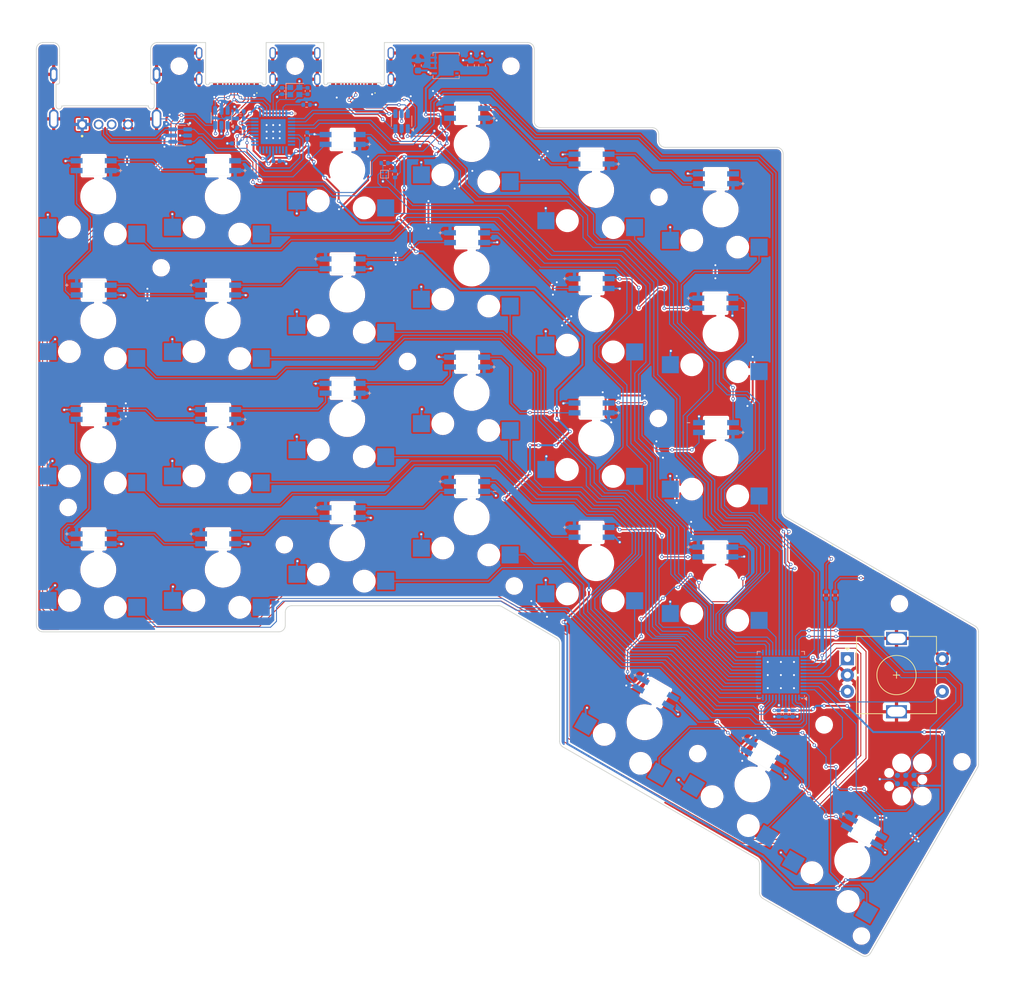
<source format=kicad_pcb>
(kicad_pcb (version 20240108) (generator "pcbnew") (generator_version "8.0")
  (layers (0 "F.Cu" signal) (31 "B.Cu" signal) (34 "B.Paste" user) (35 "F.Paste" user) (36 "B.SilkS" user "B.Silkscreen") (37 "F.SilkS" user "F.Silkscreen") (38 "B.Mask" user) (39 "F.Mask" user) (44 "Edge.Cuts" user))
  (net 0 "")
  (net 1 "GND")
  (net 2 "+1V2")
  (net 3 "/XTAL2")
  (net 4 "/XTAL1")
  (net 6 "+3.3V")
  (net 7 "/VREF+")
  (net 9 "/NRST")
  (net 10 "/SWDIO")
  (net 11 "/SWCLK")
  (net 12 "/SDA")
  (net 13 "/SCL")
  (net 14 "/RBIAS")
  (net 15 "/VBUS_DET")
  (net 16 "VBUS")
  (net 17 "/CFG_SEL1")
  (net 18 "/KEY_A1")
  (net 19 "/KEY_B1")
  (net 20 "/KEY_C1")
  (net 21 "/KEY_D1")
  (net 22 "/KEY_A2")
  (net 23 "/KEY_B3")
  (net 24 "/KEY_C3")
  (net 25 "/KEY_D3")
  (net 26 "/KEY_A3")
  (net 27 "/KEY_A4")
  (net 28 "/KEY_B4")
  (net 29 "/KEY_C4")
  (net 30 "/KEY_D4")
  (net 31 "/KEY_A5")
  (net 32 "/KEY_B5")
  (net 33 "/KEY_C5")
  (net 34 "/KEY_D5")
  (net 35 "/KEY_A6")
  (net 36 "/KEY_B6")
  (net 37 "/KEY_C6")
  (net 38 "/KEY_D6")
  (net 39 "/KEY_E1")
  (net 40 "/KEY_E2")
  (net 41 "/KEY_E3")
  (net 42 "/ENC_SW")
  (net 43 "/ENC_B")
  (net 44 "/ENC_A")
  (net 45 "/KEY_D2")
  (net 46 "/USB3_DN")
  (net 47 "/USB0_CC2")
  (net 48 "/USB0_CC1")
  (net 49 "/KEY_B2")
  (net 50 "/USB1_CC1")
  (net 51 "/USB1_CC2")
  (net 52 "/USB3_DP")
  (net 53 "/USB2_DP")
  (net 59 "/USB0_DP")
  (net 65 "/USB1_DP")
  (net 66 "/USB2_DN")
  (net 67 "/USB1_DN")
  (net 71 "/USB0_DN")
  (net 73 "/LED2")
  (net 74 "/LED1")
  (net 75 "/LED3")
  (net 76 "/LED4")
  (net 77 "/LED5")
  (net 78 "/LED6")
  (net 79 "/LED7")
  (net 80 "/LED8")
  (net 81 "/LED9")
  (net 82 "/LED10")
  (net 83 "/LED11")
  (net 84 "/LED12")
  (net 85 "/LED13")
  (net 86 "/LED14")
  (net 87 "/LED15")
  (net 88 "/LED16")
  (net 89 "/LED17")
  (net 90 "/LED18")
  (net 91 "/LED19")
  (net 92 "/LED20")
  (net 93 "/LED21")
  (net 94 "/LED22")
  (net 95 "/LED23")
  (net 96 "/LED24")
  (net 97 "/LED25")
  (net 98 "/LED26")
  (net 99 "/LED27")
  (net 105 "/KEY_C2")
  (net 106 "/STAT1_K")
  (net 107 "/STAT2_K")
  (net 108 "/STAT1")
  (net 109 "/STAT2")
  (footprint "keyboard_footprints:gateron-ks27-hotswap" (layer "F.Cu") (at 184.854483 134.8 -30)
    (property "Reference" "SW116" (hide yes))
    (property "Value" "SW_DIP_x01")
  )
  (footprint "keyboard_footprints:gateron-ks27-hotswap" (layer "F.Cu") (at 104 45)
    (property "Reference" "SW105" (hide yes))
    (property "Value" "SW_DIP_x01")
  )
  (footprint "MountingHole:MountingHole_2.2mm_M2" (layer "F.Cu") (at 195.8 125.7)
    (property "Reference" "REF**" (hide yes))
    (property "Value" "MountingHole_2.2mm_M2")
  )
  (footprint "MountingHole:MountingHole_2.2mm_M2" (layer "F.Cu") (at 201.5 157.95)
    (property "Reference" "REF**" (hide yes))
    (property "Value" "MountingHole_2.2mm_M2")
  )
  (footprint "MountingHole:MountingHole_2.2mm_M2" (layer "F.Cu") (at 80.4 92.5)
    (property "Reference" "REF**" (hide yes))
    (property "Value" "MountingHole_2.2mm_M2")
  )
  (footprint "keyboard_footprints:RotaryEncoder_Alps_EC11E-Switch_Vertical_H20mm" (layer "F.Cu") (at 199.35 115.6)
    (property "Reference" "SW128" (hide yes))
    (property "Value" "RIC11-31S15.5D7-TH")
  )
  (footprint "keyboard_footprints:gateron-ks27-hotswap" (layer "F.Cu") (at 180 66)
    (property "Reference" "SW122" (hide yes))
    (property "Value" "SW_DIP_x01")
  )
  (footprint "MountingHole:MountingHole_2.2mm_M2" (layer "F.Cu") (at 176.5 130.1)
    (property "Reference" "REF**" (hide yes))
    (property "Value" "MountingHole_2.2mm_M2")
  )
  (footprint "keyboard_footprints:gateron-ks27-hotswap" (layer "F.Cu") (at 200.1 146.4 -30)
    (property "Reference" "SW124" (hide yes))
    (property "Value" "SW_DIP_x01")
  )
  (footprint "keyboard_footprints:gateron-ks27-hotswap" (layer "F.Cu") (at 161 63)
    (property "Reference" "SW118" (hide yes))
    (property "Value" "SW_DIP_x01")
  )
  (footprint "keyboard_footprints:gateron-ks27-hotswap" (layer "F.Cu") (at 180 104)
    (property "Reference" "SW120" (hide yes))
    (property "Value" "SW_DIP_x01")
  )
  (footprint "keyboard_footprints:gateron-ks27-hotswap" (layer "F.Cu") (at 180 47)
    (property "Reference" "SW121" (hide yes))
    (property "Value" "SW_DIP_x01")
  )
  (footprint "keyboard_footprints:gateron-ks27-hotswap" (layer "F.Cu") (at 85 102)
    (property "Reference" "SW104" (hide yes))
    (property "Value" "SW_DIP_x01")
  )
  (footprint "keyboard_footprints:USB4510031A" (layer "F.Cu") (at 124.05 24.25 180)
    (property "Reference" "J104" (hide yes))
    (property "Value" "USB4510-03-1-A" (hide yes))
    (fp_line (start 4.62 2.75) (end 4.62 -3.4) (stroke (width 0.12)) (layer "Edge.Cuts"))
    (fp_line (start -4.02 -3.4) (end 4.02 -3.4) (stroke (width 0.12)) (layer "Edge.Cuts"))
    (fp_line (start -4.62 2.75) (end -4.62 -3.4) (stroke (width 0.12)) (layer "Edge.Cuts"))
    (fp_arc (start 4.02 -3.4) (mid 4.32 -3.7) (end 4.62 -3.4) (stroke (width 0.12)) (layer "Edge.Cuts"))
    (fp_arc (start -4.62 -3.4) (mid -4.32 -3.7) (end -4.02 -3.4) (stroke (width 0.12)) (layer "Edge.Cuts"))
  )
  (footprint "MountingHole:MountingHole_2.2mm_M2" (layer "F.Cu") (at 148 25.1)
    (property "Reference" "REF**" (hide yes))
    (property "Value" "MountingHole_2.2mm_M2")
  )
  (footprint "keyboard_footprints:gateron-ks27-hotswap" (layer "F.Cu") (at 142 94)
    (property "Reference" "SW126" (hide yes))
    (property "Value" "SW_DIP_x01")
  )
  (footprint "keyboard_footprints:gateron-ks27-hotswap" (layer "F.Cu") (at 85 83)
    (property "Reference" "SW103" (hide yes))
    (property "Value" "SW_DIP_x01")
  )
  (footprint "MountingHole:MountingHole_2.2mm_M2" (layer "F.Cu") (at 97.35 25.1)
    (property "Reference" "REF**" (hide yes))
    (property "Value" "MountingHole_2.2mm_M2")
  )
  (footprint "keyboard_footprints:gateron-ks27-hotswap" (layer "F.Cu") (at 123 60)
    (property "Reference" "SW110" (hide yes))
    (property "Value" "SW_DIP_x01")
  )
  (footprint "MountingHole:MountingHole_2.2mm_M2" (layer "F.Cu") (at 132.2 70.2)
    (property "Reference" "REF**" (hide yes))
    (property "Value" "MountingHole_2.2mm_M2")
  )
  (footprint "MountingHole:MountingHole_2.2mm_M2" (layer "F.Cu") (at 216.85 131.35)
    (property "Reference" "REF**" (hide yes))
    (property "Value" "MountingHole_2.2mm_M2")
  )
  (footprint "MountingHole:MountingHole_2.2mm_M2" (layer "F.Cu") (at 170.6 45.1)
    (property "Reference" "REF**" (hide yes))
    (property "Value" "MountingHole_2.2mm_M2")
  )
  (footprint "keyboard_footprints:gateron-ks27-hotswap" (layer "F.Cu") (at 123 79)
    (property "Reference" "SW111" (hide yes))
    (property "Value" "SW_DIP_x01")
  )
  (footprint "keyboard_footprints:gateron-ks27-hotswap" (layer "F.Cu") (at 161 82)
    (property "Reference" "SW119" (hide yes))
    (property "Value" "SW_DIP_x01")
  )
  (footprint "keyboard_footprints:gateron-ks27-hotswap" (layer "F.Cu") (at 123 98)
    (property "Reference" "SW112" (hide yes))
    (property "Value" "SW_DIP_x01")
  )
  (footprint "keyboard_footprints:gateron-ks27-hotswap" (layer "F.Cu") (at 142 75)
    (property "Reference" "SW115" (hide yes))
    (property "Value" "SW_DIP_x01")
  )
  (footprint "MountingHole:MountingHole_2.2mm_M2" (layer "F.Cu") (at 207.3 107.2)
    (property "Reference" "REF**" (hide yes))
    (property "Value" "MountingHole_2.2mm_M2")
  )
  (footprint "keyboard_footprints:gateron-ks27-hotswap" (layer "F.Cu") (at 85 64)
    (property "Reference" "SW102" (hide yes))
    (property "Value" "SW_DIP_x01")
  )
  (footprint "LED_SMD:LED_0402_1005Metric" (layer "F.Cu") (at 202.755 102.858327 -120)
    (property "Reference" "D129" (hide yes))
    (property "Value" "WHITE")
  )
  (footprint "LED_SMD:LED_0402_1005Metric" (layer "F.Cu") (at 196.519618 99.258327 -120)
    (property "Reference" "D128" (hide yes))
    (property "Value" "WHITE")
  )
  (footprint "keyboard_footprints:gateron-ks27-hotswap" (layer "F.Cu") (at 168.4 125.3 -30)
    (property "Reference" "SW125" (hide yes))
    (property "Value" "SW_DIP_x01")
  )
  (footprint "keyboard_footprints:USB4510031A" (layer "F.Cu") (at 106.01 24.25 180)
    (property "Reference" "J101" (hide yes))
    (property "Value" "USB4510-03-1-A" (hide yes))
    (fp_line (start 4.62 2.75) (end 4.62 -3.4) (stroke (width 0.12)) (layer "Edge.Cuts"))
    (fp_line (start -4.02 -3.4) (end 4.02 -3.4) (stroke (width 0.12)) (layer "Edge.Cuts"))
    (fp_line (start -4.62 2.75) (end -4.62 -3.4) (stroke (width 0.12)) (layer "Edge.Cuts"))
    (fp_arc (start 4.02 -3.4) (mid 4.32 -3.7) (end 4.62 -3.4) (stroke (width 0.12)) (layer "Edge.Cuts"))
    (fp_arc (start -4.62 -3.4) (mid -4.32 -3.7) (end -4.02 -3.4) (stroke (width 0.12)) (layer "Edge.Cuts"))
  )
  (footprint "MountingHole:MountingHole_2.2mm_M2" (layer "F.Cu") (at 148.5 104.5)
    (property "Reference" "REF**" (hide yes))
    (property "Value" "MountingHole_2.2mm_M2")
  )
  (footprint "MountingHole:MountingHole_2.2mm_M2" (layer "F.Cu") (at 94.6 55.9)
    (property "Reference" "REF**" (hide yes))
    (property "Value" "MountingHole_2.2mm_M2")
  )
  (footprint "keyboard_footprints:AMPHENOL_GSB12J21C1EU" (layer "F.Cu") (at 86.04925 33.1575 180)
    (property "Reference" "J103" (hide yes))
    (property "Value" "GSB12J21C1EU")
    (fp_line (start 7.5 5.3) (end 7.25 5.3) (stroke (width 0.12)) (layer "Edge.Cuts"))
    (fp_line (start 7.5 2) (end 7.5 5.3) (stroke (width 0.12)) (layer "Edge.Cuts"))
    (fp_line (start 6.95 5.6) (end 6.95 9.65) (stroke (width 0.12)) (layer "Edge.Cuts"))
    (fp_line (start -6.6 2) (end 6.6 2) (stroke (width 0.12)) (layer "Edge.Cuts"))
    (fp_line (start -6.95 9.65) (end -6.95 5.6) (stroke (width 0.12)) (layer "Edge.Cuts"))
    (fp_line (start -7.25 5.3) (end -7.5 5.3) (stroke (width 0.12)) (layer "Edge.Cuts"))
    (fp_line (start -7.5 5.3) (end -7.5 2) (stroke (width 0.12)) (layer "Edge.Cuts"))
    (fp_arc (start 7.05 1.5) (mid 7.378553 1.656802) (end 7.5 2) (stroke (width 0.12)) (layer "Edge.Cuts"))
    (fp_arc (start 6.95 5.6) (mid 7.037868 5.387868) (end 7.25 5.3) (stroke (width 0.12)) (layer "Edge.Cuts"))
    (fp_arc (start 6.6 2) (mid 6.721447 1.656802) (end 7.05 1.5) (stroke (width 0.12)) (layer "Edge.Cuts"))
    (fp_arc (start -7.05 1.5) (mid -6.721447 1.656802) (end -6.6 2) (stroke (width 0.12)) (layer "Edge.Cuts"))
    (fp_arc (start -7.25 5.3) (mid -7.037868 5.387868) (end -6.95 5.6) (stroke (width 0.12)) (layer "Edge.Cuts"))
    (fp_arc (start -7.5 2) (mid -7.378554 1.656802) (end -7.05 1.5) (stroke (width 0.12)) (layer "Edge.Cuts"))
  )
  (footprint "keyboard_footprints:gateron-ks27-hotswap" (layer "F.Cu") (at 104 64)
    (property "Reference" "SW106" (hide yes))
    (property "Value" "SW_DIP_x01")
  )
  (footprint "MountingHole:MountingHole_2.2mm_M2" (layer "F.Cu") (at 170.5 78.9)
    (property "Reference" "REF**" (hide yes))
    (property "Value" "MountingHole_2.2mm_M2")
  )
  (footprint "keyboard_footprints:gateron-ks27-hotswap" (layer "F.Cu") (at 123 41)
    (property "Reference" "SW109" (hide yes))
    (property "Value" "SW_DIP_x01")
  )
  (footprint "keyboard_footprints:gateron-ks27-hotswap" (layer "F.Cu") (at 104 83)
    (property "Reference" "SW107" (hide yes))
    (property "Value" "SW_DIP_x01")
  )
  (footprint "MountingHole:MountingHole_2.2mm_M2" (layer "F.Cu") (at 115.05 25.1)
    (property "Reference" "REF**" (hide yes))
    (property "Value" "MountingHole_2.2mm_M2")
  )
  (footprint "MountingHole:MountingHole_2.2mm_M2" (layer "F.Cu") (at 113.4 98.2)
    (property "Reference" "REF**" (hide yes))
    (property "Value" "MountingHole_2.2mm_M2")
  )
  (footprint "keyboard_footprints:gateron-ks27-hotswap" (layer "F.Cu") (at 104 102)
    (property "Reference" "SW108" (hide yes))
    (property "Value" "SW_DIP_x01")
  )
  (footprint "keyboard_footprints:gateron-ks27-hotswap" (layer "F.Cu") (at 161 44)
    (property "Reference" "SW117" (hide yes))
    (property "Value" "SW_DIP_x01")
  )
  (footprint "keyboard_footprints:gateron-ks27-hotswap" (layer "F.Cu") (at 142 37)
    (property "Reference" "SW113" (hide yes))
    (property "Value" "SW_DIP_x01")
  )
  (footprint "keyboard_footprints:gateron-ks27-hotswap" (layer "F.Cu") (at 161 101)
    (property "Reference" "SW127" (hide yes))
    (property "Value" "SW_DIP_x01")
  )
  (footprint "keyboard_footprints:gateron-ks27-hotswap" (layer "F.Cu") (at 142 56)
    (property "Reference" "SW114" (hide yes))
    (property "Value" "SW_DIP_x01")
  )
  (footprint "keyboard_footprints:gateron-ks27-hotswap" (layer "F.Cu") (at 180 85)
    (property "Reference" "SW123" (hide yes))
    (property "Value" "SW_DIP_x01")
  )
  (footprint "keyboard_footprints:gateron-ks27-hotswap" (layer "F.Cu") (at 85 45)
    (property "Reference" "SW101" (hide yes))
    (property "Value" "SW_DIP_x01")
  )
  (footprint "keyboard_footprints:LED_SK6812-E" (layer "B.Cu") (at 84.3 97.3 180)
    (property "Reference" "D109" (hide yes))
    (property "Value" "SK6812-E")
    (fp_line (start 1.7 1.5) (end -1.7 1.5) (stroke (width 0.01)) (layer "Edge.Cuts"))
    (fp_line (start 1.7 -1.5) (end 1.7 1.5) (stroke (width 0.01)) (layer "Edge.Cuts"))
    (fp_line (start -1.7 1.5) (end -1.7 -1.5) (stroke (width 0.01)) (layer "Edge.Cuts"))
    (fp_line (start -1.7 -1.5) (end 1.7 -1.5) (stroke (width 0.01)) (layer "Edge.Cuts"))
  )
  (footprint "Package_TO_SOT_SMD:SOT-23-6" (layer "B.Cu") (at 97.5 35.7 180)
    (property "Reference" "U106" (hide yes))
    (property "Value" "USBLC6-4SC6")
  )
  (footprint "keyboard_footprints:LED_SK6812-E" (layer "B.Cu") (at 122.3 55.3 180)
    (property "Reference" "D119" (hide yes))
    (property "Value" "SK6812-E")
    (fp_line (start 1.7 1.5) (end -1.7 1.5) (stroke (width 0.01)) (layer "Edge.Cuts"))
    (fp_line (start 1.7 -1.5) (end 1.7 1.5) (stroke (width 0.01)) (layer "Edge.Cuts"))
    (fp_line (start -1.7 1.5) (end -1.7 -1.5) (stroke (width 0.01)) (layer "Edge.Cuts"))
    (fp_line (start -1.7 -1.5) (end 1.7 -1.5) (stroke (width 0.01)) (layer "Edge.Cuts"))
  )
  (footprint "keyboard_footprints:LED_SK6812-E" (layer "B.Cu") (at 160.3 39.3)
    (property "Reference" "D126" (hide yes))
    (property "Value" "SK6812-E")
    (fp_line (start -1.7 -1.5) (end 1.7 -1.5) (stroke (width 0.01)) (layer "Edge.Cuts"))
    (fp_line (start -1.7 1.5) (end -1.7 -1.5) (stroke (width 0.01)) (layer "Edge.Cuts"))
    (fp_line (start 1.7 -1.5) (end 1.7 1.5) (stroke (width 0.01)) (layer "Edge.Cuts"))
    (fp_line (start 1.7 1.5) (end -1.7 1.5) (stroke (width 0.01)) (layer "Edge.Cuts"))
  )
  (footprint "Capacitor_SMD:C_0402_1005Metric" (layer "B.Cu") (at 113.05 28.9 -90)
    (property "Reference" "C102" (hide yes))
    (property "Value" "10p")
  )
  (footprint "Capacitor_SMD:C_0402_1005Metric" (layer "B.Cu") (at 116.9 35.7 90)
    (property "Reference" "C105" (hide yes))
    (property "Value" "1u")
  )
  (footprint "keyboard_footprints:LED_SK6812-E" (layer "B.Cu") (at 179.2 61.3 180)
    (property "Reference" "D116" (hide yes))
    (property "Value" "SK6812-E")
    (fp_line (start 1.7 1.5) (end -1.7 1.5) (stroke (width 0.01)) (layer "Edge.Cuts"))
    (fp_line (start 1.7 -1.5) (end 1.7 1.5) (stroke (width 0.01)) (layer "Edge.Cuts"))
    (fp_line (start -1.7 1.5) (end -1.7 -1.5) (stroke (width 0.01)) (layer "Edge.Cuts"))
    (fp_line (start -1.7 -1.5) (end 1.7 -1.5) (stroke (width 0.01)) (layer "Edge.Cuts"))
  )
  (footprint "keyboard_footprints:LED_SK6812-E" (layer "B.Cu") (at 160.3 58.3 180)
    (property "Reference" "D117" (hide yes))
    (property "Value" "SK6812-E")
    (fp_line (start 1.7 1.5) (end -1.7 1.5) (stroke (width 0.01)) (layer "Edge.Cuts"))
    (fp_line (start 1.7 -1.5) (end 1.7 1.5) (stroke (width 0.01)) (layer "Edge.Cuts"))
    (fp_line (start -1.7 1.5) (end -1.7 -1.5) (stroke (width 0.01)) (layer "Edge.Cuts"))
    (fp_line (start -1.7 -1.5) (end 1.7 -1.5) (stroke (width 0.01)) (layer "Edge.Cuts"))
  )
  (footprint "keyboard_footprints:LED_SK6812-E" (layer "B.Cu") (at 186.6 130.4 150)
    (property "Reference" "D102" (hide yes))
    (property "Value" "SK6812-E")
    (fp_line (start 1.7 -1.5) (end 1.7 1.5) (stroke (width 0.01)) (layer "Edge.Cuts"))
    (fp_line (start 1.7 1.5) (end -1.7 1.5) (stroke (width 0.01)) (layer "Edge.Cuts"))
    (fp_line (start -1.7 -1.5) (end 1.7 -1.5) (stroke (width 0.01)) (layer "Edge.Cuts"))
    (fp_line (start -1.7 1.5) (end -1.7 -1.5) (stroke (width 0.01)) (layer "Edge.Cuts"))
  )
  (footprint "keyboard_footprints:LED_SK6812-E" (layer "B.Cu") (at 84.3 78.3)
    (property "Reference" "D110" (hide yes))
    (property "Value" "SK6812-E")
    (fp_line (start -1.7 -1.5) (end 1.7 -1.5) (stroke (width 0.01)) (layer "Edge.Cuts"))
    (fp_line (start -1.7 1.5) (end -1.7 -1.5) (stroke (width 0.01)) (layer "Edge.Cuts"))
    (fp_line (start 1.7 -1.5) (end 1.7 1.5) (stroke (width 0.01)) (layer "Edge.Cuts"))
    (fp_line (start 1.7 1.5) (end -1.7 1.5) (stroke (width 0.01)) (layer "Edge.Cuts"))
  )
  (footprint "Resistor_SMD:R_0402_1005Metric" (layer "B.Cu") (at 197.5 105.9 -90)
    (property "Reference" "R107" (hide yes))
    (property "Value" "3k3")
  )
  (footprint "Resistor_SMD:R_0402_1005Metric" (layer "B.Cu") (at 116.8 31)
    (property "Reference" "R103" (hide yes))
    (property "Value" "12k")
  )
  (footprint "keyboard_footprints:LED_SK6812-E" (layer "B.Cu") (at 122.3 36.3)
    (property "Reference" "D124" (hide yes))
    (property "Value" "SK6812-E")
    (fp_line (start -1.7 -1.5) (end 1.7 -1.5) (stroke (width 0.01)) (layer "Edge.Cuts"))
    (fp_line (start -1.7 1.5) (end -1.7 -1.5) (stroke (width 0.01)) (layer "Edge.Cuts"))
    (fp_line (start 1.7 -1.5) (end 1.7 1.5) (stroke (width 0.01)) (layer "Edge.Cuts"))
    (fp_line (start 1.7 1.5) (end -1.7 1.5) (stroke (width 0.01)) (layer "Edge.Cuts"))
  )
  (footprint "keyboard_footprints:LED_SK6812-E" (layer "B.Cu") (at 141.3 51.3 180)
    (property "Reference" "D118" (hide yes))
    (property "Value" "SK6812-E")
    (fp_line (start 1.7 1.5) (end -1.7 1.5) (stroke (width 0.01)) (layer "Edge.Cuts"))
    (fp_line (start 1.7 -1.5) (end 1.7 1.5) (stroke (width 0.01)) (layer "Edge.Cuts"))
    (fp_line (start -1.7 1.5) (end -1.7 -1.5) (stroke (width 0.01)) (layer "Edge.Cuts"))
    (fp_line (start -1.7 -1.5) (end 1.7 -1.5) (stroke (width 0.01)) (layer "Edge.Cuts"))
  )
  (footprint "keyboard_footprints:LED_SK6812-E" (layer "B.Cu") (at 103.3 78.3)
    (property "Reference" "D111" (hide yes))
    (property "Value" "SK6812-E")
    (fp_line (start -1.7 -1.5) (end 1.7 -1.5) (stroke (width 0.01)) (layer "Edge.Cuts"))
    (fp_line (start -1.7 1.5) (end -1.7 -1.5) (stroke (width 0.01)) (layer "Edge.Cuts"))
    (fp_line (start 1.7 -1.5) (end 1.7 1.5) (stroke (width 0.01)) (layer "Edge.Cuts"))
    (fp_line (start 1.7 1.5) (end -1.7 1.5) (stroke (width 0.01)) (layer "Edge.Cuts"))
  )
  (footprint "keyboard_footprints:LED_SK6812-E" (layer "B.Cu") (at 103.3 97.3 180)
    (property "Reference" "D108" (hide yes))
    (property "Value" "SK6812-E")
    (fp_line (start 1.7 1.5) (end -1.7 1.5) (stroke (width 0.01)) (layer "Edge.Cuts"))
    (fp_line (start 1.7 -1.5) (end 1.7 1.5) (stroke (width 0.01)) (layer "Edge.Cuts"))
    (fp_line (start -1.7 1.5) (end -1.7 -1.5) (stroke (width 0.01)) (layer "Edge.Cuts"))
    (fp_line (start -1.7 -1.5) (end 1.7 -1.5) (stroke (width 0.01)) (layer "Edge.Cuts"))
  )
  (footprint "Capacitor_SMD:C_0603_1608Metric" (layer "B.Cu") (at 133.8 25 -90)
    (property "Reference" "C107" (hide yes))
    (property "Value" "10u")
  )
  (footprint "keyboard_footprints:LED_SK6812-E" (layer "B.Cu") (at 170.1 120.8 150)
    (property "Reference" "D103" (hide yes))
    (property "Value" "SK6812-E")
    (fp_line (start 1.7 -1.5) (end 1.7 1.5) (stroke (width 0.01)) (layer "Edge.Cuts"))
    (fp_line (start 1.7 1.5) (end -1.7 1.5) (stroke (width 0.01)) (layer "Edge.Cuts"))
    (fp_line (start -1.7 -1.5) (end 1.7 -1.5) (stroke (width 0.01)) (layer "Edge.Cuts"))
    (fp_line (start -1.7 1.5) (end -1.7 -1.5) (stroke (width 0.01)) (layer "Edge.Cuts"))
  )
  (footprint "Capacitor_SMD:C_0402_1005Metric" (layer "B.Cu") (at 191 123.98 -90)
    (property "Reference" "C111" (hide yes))
    (property "Value" "4u7")
  )
  (footprint "keyboard_footprints:LED_SK6812-E" (layer "B.Cu") (at 141.3 70.3)
    (property "Reference" "D113" (hide yes))
    (property "Value" "SK6812-E")
    (fp_line (start -1.7 -1.5) (end 1.7 -1.5) (stroke (width 0.01)) (layer "Edge.Cuts"))
    (fp_line (start -1.7 1.5) (end -1.7 -1.5) (stroke (width 0.01)) (layer "Edge.Cuts"))
    (fp_line (start 1.7 -1.5) (end 1.7 1.5) (stroke (width 0.01)) (layer "Edge.Cuts"))
    (fp_line (start 1.7 1.5) (end -1.7 1.5) (stroke (width 0.01)) (layer "Edge.Cuts"))
  )
  (footprint "keyboard_footprints:QFN50P600X600X100-37N-D" (layer "B.Cu") (at 111.7 35.1 180)
    (property "Reference" "U102" (hide yes))
    (property "Value" "USB2533-1080AEN" (hide yes))
  )
  (footprint "keyboard_footprints:LED_SK6812-E" (layer "B.Cu") (at 103.3 59.3 180)
    (property "Reference" "D120" (hide yes))
    (property "Value" "SK6812-E")
    (fp_line (start 1.7 1.5) (end -1.7 1.5) (stroke (width 0.01)) (layer "Edge.Cuts"))
    (fp_line (start 1.7 -1.5) (end 1.7 1.5) (stroke (width 0.01)) (layer "Edge.Cuts"))
    (fp_line (start -1.7 1.5) (end -1.7 -1.5) (stroke (width 0.01)) (layer "Edge.Cuts"))
    (fp_line (start -1.7 -1.5) (end 1.7 -1.5) (stroke (width 0.01)) (layer "Edge.Cuts"))
  )
  (footprint "keyboard_footprints:BGA4C50P2X2_100X100X67" (layer "B.Cu") (at 128.7 41.6 180)
    (property "Reference" "U103" (hide yes))
    (property "Value" "M24256X-FCU6T_VF" (hide yes))
  )
  (footprint "keyboard_footprints:LED_SK6812-E" (layer "B.Cu") (at 84.3 40.3)
    (property "Reference" "D122" (hide yes))
    (property "Value" "SK6812-E")
    (fp_line (start -1.7 -1.5) (end 1.7 -1.5) (stroke (width 0.01)) (layer "Edge.Cuts"))
    (fp_line (start -1.7 1.5) (end -1.7 -1.5) (stroke (width 0.01)) (layer "Edge.Cuts"))
    (fp_line (start 1.7 -1.5) (end 1.7 1.5) (stroke (width 0.01)) (layer "Edge.Cuts"))
    (fp_line (start 1.7 1.5) (end -1.7 1.5) (stroke (width 0.01)) (layer "Edge.Cuts"))
  )
  (footprint "keyboard_footprints:LED_SK6812-E" (layer "B.Cu") (at 122.3 93.3 180)
    (property "Reference" "D107" (hide yes))
    (property "Value" "SK6812-E")
    (fp_line (start 1.7 1.5) (end -1.7 1.5) (stroke (width 0.01)) (layer "Edge.Cuts"))
    (fp_line (start 1.7 -1.5) (end 1.7 1.5) (stroke (width 0.01)) (layer "Edge.Cuts"))
    (fp_line (start -1.7 1.5) (end -1.7 -1.5) (stroke (width 0.01)) (layer "Edge.Cuts"))
    (fp_line (start -1.7 -1.5) (end 1.7 -1.5) (stroke (width 0.01)) (layer "Edge.Cuts"))
  )
  (footprint "Capacitor_SMD:C_0402_1005Metric" (layer "B.Cu") (at 105.9 36.9 180)
    (property "Reference" "C106" (hide yes))
    (property "Value" "100n")
  )
  (footprint "keyboard_footprints:LED_SK6812-E" (layer "B.Cu") (at 84.3 59.3 180)
    (property "Reference" "D121" (hide yes))
    (property "Value" "SK6812-E")
    (fp_line (start 1.7 1.5) (end -1.7 1.5) (stroke (width 0.01)) (layer "Edge.Cuts"))
    (fp_line (start 1.7 -1.5) (end 1.7 1.5) (stroke (width 0.01)) (layer "Edge.Cuts"))
    (fp_line (start -1.7 1.5) (end -1.7 -1.5) (stroke (width 0.01)) (layer "Edge.Cuts"))
    (fp_line (start -1.7 -1.5) (end 1.7 -1.5) (stroke (width 0.01)) (layer "Edge.Cuts"))
  )
  (footprint "keyboard_footprints:Keyboard v1" (layer "B.Cu") (at 142 75 180)
    (property "Reference" "REF**" (hide yes))
    (property "Value" "Keyboard v1")
    (fp_line (start 66.45 -35.499956) (end 66.45 52.5) (stroke (width 0.12)) (layer "Edge.Cuts"))
    (fp_line (start 64.2 53.5) (end 65.450039 53.5) (stroke (width 0.12)) (layer "Edge.Cuts"))
    (fp_line (start 41.45 53.5) (end 47.7 53.5) (stroke (width 0.12)) (layer "Edge.Cuts"))
    (fp_line (start 29.450039 -36.5) (end 65.449939 -36.5) (stroke (width 0.12)) (layer "Edge.Cuts"))
    (fp_line (start 28.45 -33.5) (end 28.45 -35.496794) (stroke (width 0.12)) (layer "Edge.Cuts"))
    (fp_line (start 27.450039 -32.5) (end -4.080863 -32.5) (stroke (width 0.12)) (layer "Edge.Cuts"))
    (fp_line (start 23.45 53.5) (end 30.45 53.5) (stroke (width 0.12)) (layer "Edge.Cuts"))
    (fp_line (start -4.585796 -32.633916) (end -12.917065 -37.443976) (stroke (width 0.12)) (layer "Edge.Cuts"))
    (fp_line (start -8.562944 53.5) (end 12.45 53.5) (stroke (width 0.12)) (layer "Edge.Cuts"))
    (fp_line (start -9.55 52.500144) (end -9.55 41.500044) (stroke (width 0.12)) (layer "Edge.Cuts"))
    (fp_line (start -13.422463 -38.313156) (end -13.422463 -53.203556) (stroke (width 0.12)) (layer "Edge.Cuts"))
    (fp_line (start -13.916604 -54.066005) (end -43.432692 -71.083094) (stroke (width 0.12)) (layer "Edge.Cuts"))
    (fp_line (start -27.562944 40.5) (end -10.550061 40.5) (stroke (width 0.12)) (layer "Edge.Cuts"))
    (fp_line (start -28.55 38.500044) (end -28.55 39.500144) (stroke (width 0.12)) (layer "Edge.Cuts"))
    (fp_line (start -43.939515 -71.953056) (end -43.939515 -76.352556) (stroke (width 0.12)) (layer "Edge.Cuts"))
    (fp_line (start -44.440124 -77.21875) (end -59.533483 -85.920616) (stroke (width 0.12)) (layer "Edge.Cuts"))
    (fp_line (start -46.562944 37.5) (end -29.550061 37.5) (stroke (width 0.12)) (layer "Edge.Cuts"))
    (fp_line (start -47.55 -18.117756) (end -47.55 36.500144) (stroke (width 0.12)) (layer "Edge.Cuts"))
    (fp_line (start -48.043338 -18.979935) (end -76.861945 -35.618365) (stroke (width 0.12)) (layer "Edge.Cuts"))
    (fp_line (start -60.899355 -85.553754) (end -77.228302 -57.230708) (stroke (width 0.12)) (layer "Edge.Cuts"))
    (fp_line (start -77.361945 -36.484356) (end -77.361945 -56.731284) (stroke (width 0.12)) (layer "Edge.Cuts"))
    (fp_arc (start 66.45 52.5) (mid 66.157121 53.207093) (end 65.450039 53.5) (stroke (width 0.12)) (layer "Edge.Cuts"))
    (fp_arc (start 65.449939 -36.499917) (mid 66.157013 -36.207025) (end 66.45 -35.499956) (stroke (width 0.12)) (layer "Edge.Cuts"))
    (fp_arc (start 28.45 -33.5) (mid 28.157121 -32.792907) (end 27.450039 -32.5) (stroke (width 0.12)) (layer "Edge.Cuts"))
    (fp_arc (start 28.45 -35.496794) (mid 28.741771 -36.20599) (end 29.450039 -36.5) (stroke (width 0.12)) (layer "Edge.Cuts"))
    (fp_arc (start -4.080863 -32.5) (mid -4.342231 -32.533396) (end -4.585796 -32.633916) (stroke (width 0.12)) (layer "Edge.Cuts"))
    (fp_arc (start -8.562944 53.5) (mid -9.261636 53.202609) (end -9.55 52.500144) (stroke (width 0.12)) (layer "Edge.Cuts"))
    (fp_arc (start -10.550061 40.500083) (mid -9.842917 40.792929) (end -9.55 41.500044) (stroke (width 0.12)) (layer "Edge.Cuts"))
    (fp_arc (start -12.917065 -37.443976) (mid -13.286914 -37.810447) (end -13.422463 -38.313156) (stroke (width 0.12)) (layer "Edge.Cuts"))
    (fp_arc (start -13.916465 -54.066246) (mid -13.554699 -53.700619) (end -13.422463 -53.203556) (stroke (width 0.12)) (layer "Edge.Cuts"))
    (fp_arc (start -27.562944 40.5) (mid -28.261636 40.202609) (end -28.55 39.500144) (stroke (width 0.12)) (layer "Edge.Cuts"))
    (fp_arc (start -29.550061 37.500083) (mid -28.842917 37.792929) (end -28.55 38.500044) (stroke (width 0.12)) (layer "Edge.Cuts"))
    (fp_arc (start -43.432692 -71.083094) (mid -43.803554 -71.44965) (end -43.939515 -71.953056) (stroke (width 0.12)) (layer "Edge.Cuts"))
    (fp_arc (start -44.440051 -77.218874) (mid -44.073642 -76.852818) (end -43.939515 -76.352556) (stroke (width 0.12)) (layer "Edge.Cuts"))
    (fp_arc (start -46.562944 37.5) (mid -47.261636 37.202609) (end -47.55 36.500144) (stroke (width 0.12)) (layer "Edge.Cuts"))
    (fp_arc (start -48.043338 -18.979935) (mid -47.682063 -18.614423) (end -47.55 -18.117756) (stroke (width 0.12)) (layer "Edge.Cuts"))
    (fp_arc (start -60.899321 -85.553734) (mid -60.292385 -86.020048) (end -59.533483 -85.920616) (stroke (width 0.12)) (layer "Edge.Cuts"))
    (fp_arc (start -76.861945 -35.618365) (mid -77.227976 -35.984367) (end -77.361945 -36.484356) (stroke (width 0.12)) (layer "Edge.Cuts"))
    (fp_arc (start -77.361945 -56.731284) (mid -77.327964 -56.989784) (end -77.228302 -57.230708) (stroke (width 0.12)) (layer "Edge.Cuts"))
  )
  (footprint "Resistor_SMD:R_0402_1005Metric" (layer "B.Cu") (at 106.7 34.5 180)
    (property "Reference" "R108" (hide yes))
    (property "Value" "10k")
  )
  (footprint "keyboard_footprints:LED_SK6812-E" (layer "B.Cu") (at 141.3 32.3)
    (property "Reference" "D125" (hide yes))
    (property "Value" "SK6812-E")
    (fp_line (start -1.7 -1.5) (end 1.7 -1.5) (stroke (width 0.01)) (layer "Edge.Cuts"))
    (fp_line (start -1.7 1.5) (end -1.7 -1.5) (stroke (width 0.01)) (layer "Edge.Cuts"))
    (fp_line (start 1.7 -1.5) (end 1.7 1.5) (stroke (width 0.01)) (layer "Edge.Cuts"))
    (fp_line (start 1.7 1.5) (end -1.7 1.5) (stroke (width 0.01)) (layer "Edge.Cuts"))
  )
  (footprint "keyboard_footprints:LP2989AILD33NOPB" (layer "B.Cu") (at 137.85 25 90)
    (property "Reference" "PS101" (hide yes))
    (property "Value" "LM1117LD-3.3_NOPB" (hide yes))
  )
  (footprint "Resistor_SMD:R_0402_1005Metric" (layer "B.Cu") (at 130.3 41.6 -90)
    (property "Reference" "R101" (hide yes))
    (property "Value" "10k")
  )
  (footprint "Resistor_SMD:R_0402_1005Metric" (layer "B.Cu") (at 196.11 105.9 90)
    (property "Reference" "R106" (hide yes))
    (property "Value" "3k3")
  )
  (footprint "keyboard_footprints:LED_SK6812-E" (layer "B.Cu") (at 179.3 80.3)
    (property "Reference" "D115" (hide yes))
    (property "Value" "SK6812-E")
    (fp_line (start -1.7 -1.5) (end 1.7 -1.5) (stroke (width 0.01)) (layer "Edge.Cuts"))
    (fp_line (start -1.7 1.5) (end -1.7 -1.5) (stroke (width 0.01)) (layer "Edge.Cuts"))
    (fp_line (start 1.7 -1.5) (end 1.7 1.5) (stroke (width 0.01)) (layer "Edge.Cuts"))
    (fp_line (start 1.7 1.5) (end -1.7 1.5) (stroke (width 0.01)) (layer "Edge.Cuts"))
  )
  (footprint "keyboard_footprints:LED_SK6812-E" (layer "B.Cu") (at 179.3 42.3)
    (property "Reference" "D127" (hide yes))
    (property "Value" "SK6812-E")
    (fp_line (start -1.7 -1.5) (end 1.7 -1.5) (stroke (width 0.01)) (layer "Edge.Cuts"))
    (fp_line (start -1.7 1.5) (end -1.7 -1.5) (stroke (width 0.01)) (layer "Edge.Cuts"))
    (fp_line (start 1.7 -1.5) (end 1.7 1.5) (stroke (width 0.01)) (layer "Edge.Cuts"))
    (fp_line (start 1.7 1.5) (end -1.7 1.5) (stroke (width 0.01)) (layer "Edge.Cuts"))
  )
  (footprint "keyboard_footprints:LED_SK6812-E" (layer "B.Cu") (at 179.2 99.3 180)
    (property "Reference" "D104" (hide yes))
    (property "Value" "SK6812-E")
    (fp_line (start 1.7 1.5) (end -1.7 1.5) (stroke (width 0.01)) (layer "Edge.Cuts"))
    (fp_line (start 1.7 -1.5) (end 1.7 1.5) (stroke (width 0.01)) (layer "Edge.Cuts"))
    (fp_line (start -1.7 1.5) (end -1.7 -1.5) (stroke (width 0.01)) (layer "Edge.Cuts"))
    (fp_line (start -1.7 -1.5) (end 1.7 -1.5) (stroke (width 0.01)) (layer "Edge.Cuts"))
  )
  (footprint "Crystal:Crystal_SMD_2016-4Pin_2.0x1.6mm" (layer "B.Cu") (at 115 28.9)
    (property "Reference" "Y101" (hide yes))
    (property "Value" "CX2016SA24000D0HLLG3")
  )
  (footprint "Capacitor_SMD:C_0402_1005Metric" (layer "B.Cu") (at 189.95 124 -90)
    (property "Reference" "C110" (hide yes))
    (property "Value" "1u")
  )
  (footprint "keyboard_footprints:LED_SK6812-E" (layer "B.Cu") (at 141.3 89.3 180)
    (property "Reference" "D106" (hide yes))
    (property "Value" "SK6812-E")
    (fp_line (start 1.7 1.5) (end -1.7 1.5) (stroke (width 0.01)) (layer "Edge.Cuts"))
    (fp_line (start 1.7 -1.5) (end 1.7 1.5) (stroke (width 0.01)) (layer "Edge.Cuts"))
    (fp_line (start -1.7 1.5) (end -1.7 -1.5) (stroke (width 0.01)) (layer "Edge.Cuts"))
    (fp_line (start -1.7 -1.5) (end 1.7 -1.5) (stroke (width 0.01)) (layer "Edge.Cuts"))
  )
  (footprint "Capacitor_SMD:C_0402_1005Metric" (layer "B.Cu") (at 116.95 28.9 90)
    (property "Reference" "C103" (hide yes))
    (property "Value" "10p")
  )
  (footprint "Resistor_SMD:R_0402_1005Metric" (layer "B.Cu") (at 106.7 32)
    (property "Reference" "R104" (hide yes))
    (property "Value" "47k")
  )
  (footprint "keyboard_footprints:LED_SK6812-E" (layer "B.Cu") (at 122.3 74.3)
    (property "Reference" "D112" (hide yes))
    (property "Value" "SK6812-E")
    (fp_line (start -1.7 -1.5) (end 1.7 -1.5) (stroke (width 0.01)) (layer "Edge.Cuts"))
    (fp_line (start -1.7 1.5) (end -1.7 -1.5) (stroke (width 0.01)) (layer "Edge.Cuts"))
    (fp_line (start 1.7 -1.5) (end 1.7 1.5) (stroke (width 0.01)) (layer "Edge.Cuts"))
    (fp_line (start 1.7 1.5) (end -1.7 1.5) (stroke (width 0.01)) (layer "Edge.Cuts"))
  )
  (footprint "Capacitor_SMD:C_0402_1005Metric" (layer "B.Cu") (at 112.2 39.6)
    (property "Reference" "C101" (hide yes))
    (property "Value" "1u")
  )
  (footprint "Resistor_SMD:R_0402_1005Metric" (layer "B.Cu") (at 106.7 33.1 180)
    (property "Reference" "R105" (hide yes))
    (property "Value" "100k")
  )
  (footprint "Connector:Tag-Connect_TC2030-IDC-FP_2x03_P1.27mm_Vertical" (layer "B.Cu") (at 208.26 134.06 180)
    (property "Reference" "J102" (hide yes))
    (property "Value" "Conn_ARM_SWD_TagConnect_TC2030")
  )
  (footprint "keyboard_footprints:LED_SK6812-E" (layer "B.Cu") (at 201.9 142 150)
    (property "Reference" "D101" (hide yes))
    (property "Value" "SK6812-E")
    (fp_line (start 1.7 -1.5) (end 1.7 1.5) (stroke (width 0.01)) (layer "Edge.Cuts"))
    (fp_line (start 1.7 1.5) (end -1.7 1.5) (stroke (width 0.01)) (layer "Edge.Cuts"))
    (fp_line (start -1.7 -1.5) (end 1.7 -1.5) (stroke (width 0.01)) (layer "Edge.Cuts"))
    (fp_line (start -1.7 1.5) (end -1.7 -1.5) (stroke (width 0.01)) (layer "Edge.Cuts"))
  )
  (footprint "Capacitor_SMD:C_0603_1608Metric" (layer "B.Cu") (at 141.9 25 90)
    (property "Reference" "C104" (hide yes))
    (property "Value" "22u")
  )
  (footprint "keyboard_footprints:LED_SK6812-E" (layer "B.Cu") (at 103.3 40.3)
    (property "Reference" "D123" (hide yes))
    (property "Value" "SK6812-E")
    (fp_line (start -1.7 -1.5) (end 1.7 -1.5) (stroke (width 0.01)) (layer "Edge.Cuts"))
    (fp_line (start -1.7 1.5) (end -1.7 -1.5) (stroke (width 0.01)) (layer "Edge.Cuts"))
    (fp_line (start 1.7 -1.5) (end 1.7 1.5) (stroke (width 0.01)) (layer "Edge.Cuts"))
    (fp_line (start 1.7 1.5) (end -1.7 1.5) (stroke (width 0.01)) (layer "Edge.Cuts"))
  )
  (footprint "Capacitor_SMD:C_0402_1005Metric" (layer "B.Cu") (at 188.88 123.98 -90)
    (property "Reference" "C109" (hide yes))
    (property "Value" "100n")
  )
  (footprint "Package_TO_SOT_SMD:SOT-23-6" (layer "B.Cu") (at 103.8 33 90)
    (property "Reference" "U104" (hide yes))
    (property "Value" "USBLC6-4SC6")
  )
  (footprint "Package_DFN_QFN:QFN-48-1EP_7x7mm_P0.5mm_EP5.6x5.6mm" (layer "B.Cu") (at 189.2 118.1 90)
    (property "Reference" "U101" (hide yes))
    (property "Value" "STM32G0C1CEUx")
  )
  (footprint "keyboard_footprints:LED_SK6812-E" (layer "B.Cu") (at 160.3 96.3 180)
    (property "Reference" "D105" (hide yes))
    (property "Value" "SK6812-E")
    (fp_line (start 1.7 1.5) (end -1.7 1.5) (stroke (width 0.01)) (layer "Edge.Cuts"))
    (fp_line (start 1.7 -1.5) (end 1.7 1.5) (stroke (width 0.01)) (layer "Edge.Cuts"))
    (fp_line (start -1.7 1.5) (end -1.7 -1.5) (stroke (width 0.01)) (layer "Edge.Cuts"))
    (fp_line (start -1.7 -1.5) (end 1.7 -1.5) (stroke (width 0.01)) (layer "Edge.Cuts"))
  )
  (footprint "Capacitor_SMD:C_0603_1608Metric" (layer "B.Cu") (at 143.59 25 90)
    (property "Reference" "C108" (hide yes))
    (property "Value" "22u")
  )
  (footprint "keyboard_footprints:LED_SK6812-E" (layer "B.Cu") (at 160.3 77.3)
    (property "Reference" "D114" (hide yes))
    (property "Value" "SK6812-E")
    (fp_line (start -1.7 -1.5) (end 1.7 -1.5) (stroke (width 0.01)) (layer "Edge.Cuts"))
    (fp_line (start -1.7 1.5) (end -1.7 -1.5) (stroke (width 0.01)) (layer "Edge.Cuts"))
    (fp_line (start 1.7 -1.5) (end 1.7 1.5) (stroke (width 0.01)) (layer "Edge.Cuts"))
    (fp_line (start 1.7 1.5) (end -1.7 1.5) (stroke (width 0.01)) (layer "Edge.Cuts"))
  )
  (footprint "Package_TO_SOT_SMD:SOT-23-6" (layer "B.Cu") (at 131.3 33.5 90)
    (property "Reference" "U105" (hide yes))
    (property "Value" "USBLC6-4SC6")
  )
  (footprint "Resistor_SMD:R_0402_1005Metric" (layer "B.Cu") (at 128.7 39.9 180)
    (property "Reference" "R102" (hide yes))
    (property "Value" "10k")
  )
  (gr_arc (start 78.09925 21.5) (mid 78.806357 21.792893) (end 79.09925 22.5) (stroke (width 0.12)) (layer "Edge.Cuts"))
  (gr_line (start 79.09925 22.5) (end 79.09925 23.5075) (stroke (width 0.12)) (layer "Edge.Cuts"))
  (gr_line (start 128.67 21.5) (end 129.55 21.5) (stroke (width 0.12)) (layer "Edge.Cuts"))
  (gr_line (start 100.55 21.5) (end 101.39 21.5) (stroke (width 0.12)) (layer "Edge.Cuts"))
  (gr_line (start 111.55 21.5) (end 110.63 21.5) (stroke (width 0.12)) (layer "Edge.Cuts"))
  (gr_line (start 119.43 21.5) (end 118.55 21.5) (stroke (width 0.12)) (layer "Edge.Cuts"))
  (gr_line (start 78.09925 21.5) (end 77.8 21.5) (stroke (width 0.12)) (layer "Edge.Cuts"))
  (gr_arc (start 92.99925 22.5) (mid 93.292143 21.792893) (end 93.99925 21.5) (stroke (width 0.12)) (layer "Edge.Cuts"))
  (gr_line (start 93.99925 21.5) (end 94.3 21.5) (stroke (width 0.12)) (layer "Edge.Cuts"))
  (gr_line (start 92.99925 23.5075) (end 92.99925 22.5) (stroke (width 0.12)) (layer "Edge.Cuts"))
  (segment (start 102.81 28.25) (end 102.81 28.29) (width 0.3) (layer "F.Cu") (net 1))
  (segment (start 100.7 29.2) (end 100.39 28.89) (width 0.3) (layer "F.Cu") (net 1))
  (segment (start 128.2 29.2) (end 129.67 27.73) (width 0.3) (layer "F.Cu") (net 1))
  (segment (start 120.85 28.25) (end 119.7 29.4) (width 0.3) (layer "F.Cu") (net 1))
  (segment (start 111.63 28.87) (end 111.63 27.1) (width 0.3) (layer "F.Cu") (net 1))
  (segment (start 102.81 28.29) (end 101.9 29.2) (width 0.3) (layer "F.Cu") (net 1))
  (segment (start 100.39 28.89) (end 100.39 27.1) (width 0.3) (layer "F.Cu") (net 1))
  (segment (start 129.67 27.73) (end 129.67 27.1) (width 0.3) (layer "F.Cu") (net 1))
  (segment (start 127.25 28.25) (end 128.2 29.2) (width 0.3) (layer "F.Cu") (net 1))
  (segment (start 111.4 29.1) (end 111.63 28.87) (width 0.3) (layer "F.Cu") (net 1))
  (segment (start 118.8 29.4) (end 118.43 29.03) (width 0.3) (layer "F.Cu") (net 1))
  (segment (start 109.21 28.25) (end 109.21 28.31) (width 0.3) (layer "F.Cu") (net 1))
  (segment (start 109.21 28.31) (end 110 29.1) (width 0.3) (layer "F.Cu") (net 1))
  (segment (start 110 29.1) (end 111.4 29.1) (width 0.3) (layer "F.Cu") (net 1))
  (segment (start 119.7 29.4) (end 118.8 29.4) (width 0.3) (layer "F.Cu") (net 1))
  (segment (start 101.9 29.2) (end 100.7 29.2) (width 0.3) (layer "F.Cu") (net 1))
  (segment (start 118.43 29.03) (end 118.43 27.1) (width 0.3) (layer "F.Cu") (net 1))
  (via (at 99 33.8) (size 0.5) (drill 0.3) (layers "F.Cu" "B.Cu") (net 1))
  (via (at 140.7 24.2) (size 0.5) (drill 0.3) (layers "F.Cu" "B.Cu") (net 1))
  (via (at 204.3 134) (size 0.5) (drill 0.3) (layers "F.Cu" "B.Cu") (net 1))
  (via (at 105.8 31.3) (size 0.5) (drill 0.3) (layers "F.Cu" "B.Cu") (net 1))
  (via (at 189.9 133.7) (size 0.5) (drill 0.3) (layers "F.Cu" "B.Cu") (net 1))
  (via (at 141.9 23.2) (size 0.5) (drill 0.3) (layers "F.Cu" "B.Cu") (net 1))
  (via (at 159.6 123.1) (size 0.5) (drill 0.3) (layers "F.Cu" "B.Cu") (net 1))
  (via (at 191.7 124.45) (size 0.5) (drill 0.3) (layers "F.Cu" "B.Cu") (net 1))
  (via (at 111.7 35.1) (size 0.5) (drill 0.3) (layers "F.Cu" "B.Cu") (net 1))
  (via (at 183.6 100) (size 0.5) (drill 0.3) (layers "F.Cu" "B.Cu") (net 1))
  (via (at 111.7 34.1) (size 0.5) (drill 0.3) (layers "F.Cu" "B.Cu") (net 1))
  (via (at 103.8 35.4) (size 0.5) (drill 0.3) (layers "F.Cu" "B.Cu") (net 1))
  (via (at 189.2 116.1) (size 0.5) (drill 0.3) (layers "F.Cu" "B.Cu") (net 1))
  (via (at 189.2 145.2) (size 0.5) (drill 0.3) (layers "F.Cu" "B.Cu") (net 1))
  (via (at 88.9 60.1) (size 0.5) (drill 0.3) (layers "F.Cu" "B.Cu") (net 1))
  (via (at 143.6 23.2) (size 0.5) (drill 0.3) (layers "F.Cu" "B.Cu") (net 1))
  (via (at 191.2 116.1) (size 0.5) (drill 0.3) (layers "F.Cu" "B.Cu") (net 1))
  (via (at 155.9 38.6) (size 0.5) (drill 0.3) (layers "F.Cu" "B.Cu") (net 1))
  (via (at 113.7 40) (size 0.5) (drill 0.3) (layers "F.Cu" "B.Cu") (net 1))
  (via (at 191.2 120.1) (size 0.5) (drill 0.3) (layers "F.Cu" "B.Cu") (net 1))
  (via (at 189.2 120.1) (size 0.5) (drill 0.3) (layers "F.Cu" "B.Cu") (net 1))
  (via (at 110.7 34.1) (size 0.5) (drill 0.3) (layers "F.Cu" "B.Cu") (net 1))
  (via (at 96.3 66.8) (size 0.5) (drill 0.3) (layers "F.Cu" "B.Cu") (net 1))
  (via (at 131.3 35.8) (size 0.5) (drill 0.3) (layers "F.Cu" "B.Cu") (net 1))
  (via (at 115.4 100.7) (size 0.5) (drill 0.3) (layers "F.Cu" "B.Cu") (net 1))
  (via (at 105.6 35.1) (size 0.5) (drill 0.3) (layers "F.Cu" "B.Cu") (net 1))
  (via (at 172.3 106.9) (size 0.5) (drill 0.3) (layers "F.Cu" "B.Cu") (net 1))
  (via (at 187.2 116.1) (size 0.5) (drill 0.3) (layers "F.Cu" "B.Cu") (net 1))
  (via (at 118.2 31) (size 0.5) (drill 0.3) (layers "F.Cu" "B.Cu") (net 1))
  (via (at 153.3 65.6) (size 0.5) (drill 0.3) (layers "F.Cu" "B.Cu") (net 1))
  (via (at 112.3 29.8) (size 0.5) (drill 0.3) (layers "F.Cu" "B.Cu") (net 1))
  (via (at 188.2 124.45) (size 0.5) (drill 0.3) (layers "F.Cu" "B.Cu") (net 1))
  (via (at 145.9 52) (size 0.5) (drill 0.3) (layers "F.Cu" "B.Cu") (net 1))
  (via (at 205.1 145.2) (size 0.5) (drill 0.3) (layers "F.Cu" "B.Cu") (net 1))
  (via (at 97.5 35.7) (size 0.5) (drill 0.3) (layers "F.Cu" "B.Cu") (net 1))
  (via (at 187.2 120.1) (size 0.5) (drill 0.3) (layers "F.Cu" "B.Cu") (net 1))
  (via (at 118 35.5) (size 0.5) (drill 0.3) (layers "F.Cu" "B.Cu") (net 1))
  (via (at 78 85.4) (size 0.5) (drill 0.3) (layers "F.Cu" "B.Cu") (net 1))
  (via (at 128.446 42.7) (size 0.5) (drill 0.3) (layers "F.Cu" "B.Cu") (net 1))
  (via (at 126.6 94.1) (size 0.5) (drill 0.3) (layers "F.Cu" "B.Cu") (net 1))
  (via (at 176.7 78.6) (size 0.5) (drill 0.3) (layers "F.Cu" "B.Cu") (net 1))
  (via (at 135.4 26) (size 0.5) (drill 0.3) (layers "F.Cu" "B.Cu") (net 1))
  (via (at 112.7 36.1) (size 0.5) (drill 0.3) (layers "F.Cu" "B.Cu") (net 1))
  (via (at 153.3 46.8) (size 0.5) (drill 0.3) (layers "F.Cu" "B.Cu") (net 1))
  (via (at 172.4 68.6) (size 0.5) (drill 0.3) (layers "F.Cu" "B.Cu") (net 1))
  (via (at 112.7 35.1) (size 0.5) (drill 0.3) (layers "F.Cu" "B.Cu") (net 1))
  (via (at 136.3 35) (size 0.5) (drill 0.3) (layers "F.Cu" "B.Cu") (net 1))
  (via (at 156 76.6) (size 0.5) (drill 0.3) (layers "F.Cu" "B.Cu") (net 1))
  (via (at 115.7 27.4) (size 0.5) (drill 0.3) (layers "F.Cu" "B.Cu") (net 1))
  (via (at 99 39.6) (size 0.5) (drill 0.3) (layers "F.Cu" "B.Cu") (net 1))
  (via (at 88.5 98.1) (size 0.5) (drill 0.3) (layers "F.Cu" "B.Cu") (net 1))
  (via (at 78.4 104.4) (size 0.5) (drill 0.3) (layers "F.Cu" "B.Cu") (net 1))
  (via (at 79.8 77.6) (size 0.5) (drill 0.3) (layers "F.Cu" "B.Cu") (net 1))
  (via (at 104.7 36.9) (size 0.5) (drill 0.3) (layers "F.Cu" "B.Cu") (net 1))
  (via (at 110.7 35.1) (size 0.5) (drill 0.3) (layers "F.Cu" "B.Cu") (net 1))
  (via (at 189.2 118.1) (size 0.5) (drill 0.3) (layers "F.Cu" "B.Cu") (net 1))
  (via (at 112.7 34.1) (size 0.5) (drill 0.3) (layers "F.Cu" "B.Cu") (net 1))
  (via (at 173.6 134.1) (size 0.5) (drill 0.3) (layers "F.Cu" "B.Cu") (net 1))
  (via (at 96.3 85.4) (size 0.5) (drill 0.3) (layers "F.Cu" "B.Cu") (net 1))
  (via (at 153.3 103.6) (size 0.5) (drill 0.3) (layers "F.Cu" "B.Cu") (net 1))
  (via (at 144.8 24.2) (size 0.5) (drill 0.3) (layers "F.Cu" "B.Cu") (net 1))
  (via (at 175 41.5) (size 0.5) (drill 0.3) (layers "F.Cu" "B.Cu") (net 1))
  (via (at 137 69.5) (size 0.5) (drill 0.3) (layers "F.Cu" "B.Cu") (net 1))
  (via (at 191.2 118.1) (size 0.5) (drill 0.3) (layers "F.Cu" "B.Cu") (net 1))
  (via (at 134.1 37.3) (size 0.5) (drill 0.3) (layers "F.Cu" "B.Cu") (net 1))
  (via (at 188.9 122.7) (size 0.5) (drill 0.3) (layers "F.Cu" "B.Cu") (net 1))
  (via (at 187.2 118.1) (size 0.5) (drill 0.3) (layers "F.Cu" "B.Cu") (net 1))
  (via (at 77.3 47.8) (size 0.5) (drill 0.3) (layers "F.Cu" "B.Cu") (net 1))
  (via (at 115.3 47.6) (size 0.5) (drill 0.3) (layers "F.Cu" "B.Cu") (net 1))
  (via (at 96.4 104.6) (size 0.5) (drill 0.3) (layers "F.Cu" "B.Cu") (net 1))
  (via (at 115.3 81.7) (size 0.5) (drill 0.3) (layers "F.Cu" "B.Cu") (net 1))
  (via (at 118.2 73.6) (size 0.5) (drill 0.3) (layers "F.Cu" "B.Cu") (net 1))
  (via (at 181.8 63.2) (size 0.5) (drill 0.3) (layers "F.Cu" "B.Cu") (net 1))
  (via (at 172.3 49.7) (size 0.5) (drill 0.3) (layers "F.Cu" "B.Cu") (net 1))
  (via (at 134.3 96.6) (size 0.5) (drill 0.3) (layers "F.Cu" "B.Cu") (net 1))
  (via (at 134.4 77.5) (size 0.5) (drill 0.3) (layers "F.Cu" "B.Cu") (net 1))
  (via (at 173.5 124.1) (size 0.5) (drill 0.3) (layers "F.Cu" "B.Cu") (net 1))
  (via (at 164.6 59.1) (size 0.5) (drill 0.3) (layers "F.Cu" "B.Cu") (net 1))
  (via (at 111.7 36.1) (size 0.5) (drill 0.3) (layers "F.Cu" "B.Cu") (net 1))
  (via (at 99 77.5) (size 0.5) (drill 0.3) (layers "F.Cu" "B.Cu") (net 1))
  (via (at 134.3 58.8) (size 0.5) (drill 0.3) (layers "F.Cu" "B.Cu") (net 1))
  (via (at 134.3 39.8) (size 0.5) (drill 0.3) (layers "F.Cu" "B.Cu") (net 1))
  (via (at 172.3 87.7) (size 0.5) (drill 0.3) (layers "F.Cu" "B.Cu") (net 1))
  (via (at 110.7 36.1) (size 0.5) (drill 0.3) (layers "F.Cu" "B.Cu") (net 1))
  (via (at 153.4 84.7) (size 0.5) (drill 0.3) (layers "F.Cu" "B.Cu") (net 1))
  (via (at 164.6 97.8) (size 0.5) (drill 0.3) (layers "F.Cu" "B.Cu") (net 1))
  (via (at 137.1 31.6) (size 0.5) (drill 0.3) (layers "F.Cu" "B.Cu") (net 1))
  (via (at 78.4 66.8) (size 0.5) (drill 0.3) (layers "F.Cu" "B.Cu") (net 1))
  (via (at 145.7 90.7) (size 0.5) (drill 0.3) (layers "F.Cu" "B.Cu") (net 1))
  (via (at 107.5 60.1) (size 0.5) (drill 0.3) (layers "F.Cu" "B.Cu") (net 1))
  (via (at 80 39.6) (size 0.5) (drill 0.3) (layers "F.Cu" "B.Cu") (net 1))
  (via (at 96.3 47.7) (size 0.5) (drill 0.3) (layers "F.Cu" "B.Cu") (net 1))
  (via (at 126.6 56) (size 0.5) (drill 0.3) (layers "F.Cu" "B.Cu") (net 1))
  (via (at 107.9 98.1) (size 0.5) (drill 0.3) (layers "F.Cu" "B.Cu") (net 1))
  (via (at 115.3 62.6) (size 0.5) (drill 0.3) (layers "F.Cu" "B.Cu") (net 1))
  (segment (start 107.85 98.05) (end 107.9 98.1) (width 0.3) (layer "B.Cu") (net 1))
  (segment (start 153.325 103.625) (end 153.3 103.6) (width 0.3) (layer "B.Cu") (net 1))
  (segment (start 189.93 124.46) (end 189.95 124.48) (width 0.15) (layer "B.Cu") (net 1))
  (segment (start 96.325 104.675) (end 96.4 104.6) (width 0.3) (layer "B.Cu") (net 1))
  (segment (start 135.4 26) (end 135.175 25.775) (width 0.3) (layer "B.Cu") (net 1))
  (segment (start 137.05 69.55) (end 137 69.5) (width 0.3) (layer "B.Cu") (net 1))
  (segment (start 143.59 24.225) (end 143.59 23.21) (width 0.3) (layer "B.Cu") (net 1))
  (segment (start 164.55 59.05) (end 164.6 59.1) (width 0.3) (layer "B.Cu") (net 1))
  (segment (start 153.325 86.7) (end 153.325 84.775) (width 0.3) (layer "B.Cu") (net 1))
  (segment (start 113.05 29.38) (end 114.23 29.38) (width 0.15) (layer "B.Cu") (net 1))
  (segment (start 172.325 51.7) (end 172.325 49.725) (width 0.3) (layer "B.Cu") (net 1))
  (segment (start 115.77 28.42) (end 115.7 28.35) (width 0.15) (layer "B.Cu") (net 1))
  (segment (start 134.325 41.7) (end 134.325 39.825) (width 0.3) (layer "B.Cu") (net 1))
  (segment (start 136.3 35.1) (end 136.3 35) (width 0.15) (layer "B.Cu") (net 1))
  (segment (start 191.103255 146.632819) (end 190.632819 146.632819) (width 0.3) (layer "B.Cu") (net 1))
  (segment (start 206.99 134.695) (end 206.295 134) (width 0.15) (layer "B.Cu") (net 1))
  (segment (start 115.325 83.7) (end 115.325 81.725) (width 0.3) (layer "B.Cu") (net 1))
  (segment (start 138.7 31.55) (end 137.15 31.55) (width 0.3) (layer "B.Cu") (net 1))
  (segment (start 176.7 41.55) (end 175.05 41.55) (width 0.3) (layer "B.Cu") (net 1))
  (segment (start 206.295 134) (end 204.3 134) (width 0.15) (layer "B.Cu") (net 1))
  (segment (start 175.857738 135.032819) (end 174.532819 135.032819) (width 0.3) (layer "B.Cu") (net 1))
  (segment (start 119.7 35.55) (end 118.05 35.55) (width 0.3) (layer "B.Cu") (net 1))
  (segment (start 106.19 34.5) (end 106.19 34.51) (width 0.3) (layer "B.Cu") (net 1))
  (segment (start 99.05 39.55) (end 99 39.6) (width 0.3) (layer "B.Cu") (net 1))
  (segment (start 100.7 77.55) (end 99.05 77.55) (width 0.3) (layer "B.Cu") (net 1))
  (segment (start 93.89925 33.1575) (end 95.6575 33.1575) (width 0.15) (layer "B.Cu") (net 1))
  (segment (start 191.69 124.46) (end 191.7 124.45) (width 0.15) (layer "B.Cu") (net 1))
  (segment (start 78.4 66.8) (end 77.325 67.875) (width 0.3) (layer "B.Cu") (net 1))
  (segment (start 96.325 87.7) (end 96.325 85.425) (width 0.3) (layer "B.Cu") (net 1))
  (segment (start 115.3 45.725) (end 115.325 45.7) (width 0.3) (layer "B.Cu") (net 1))
  (segment (start 106.19 34.51) (end 105.6 35.1) (width 0.3) (layer "B.Cu") (net 1))
  (segment (start 115.7 28.35) (end 115.7 27.4) (width 0.15) (layer "B.Cu") (net 1))
  (segment (start 134.325 58.825) (end 134.3 58.8) (width 0.3) (layer "B.Cu") (net 1))
  (segment (start 78 85.4) (end 77.325 86.075) (width 0.3) (layer "B.Cu") (net 1))
  (segment (start 143.9 90.05) (end 145.05 90.05) (width 0.3) (layer "B.Cu") (net 1))
  (segment (start 188.95 122.65) (end 188.9 122.7) (width 0.15) (layer "B.Cu") (net 1))
  (segment (start 86.9 98.05) (end 88.45 98.05) (width 0.3) (layer "B.Cu") (net 1))
  (segment (start 153.325 46.825) (end 153.3 46.8) (width 0.3) (layer "B.Cu") (net 1))
  (segment (start 115.45 28.35) (end 115.7 28.35) (width 0.15) (layer "B.Cu") (net 1))
  (segment (start 115.3 47.6) (end 115.3 45.725) (width 0.3) (layer "B.Cu") (net 1))
  (segment (start 96.325 106.7) (end 96.325 104.675) (width 0.3) (layer "B.Cu") (net 1))
  (segment (start 157.7 38.55) (end 155.95 38.55) (width 0.3) (layer "B.Cu") (net 1))
  (segment (start 159.403255 123.296745) (end 159.6 123.1) (width 0.3) (layer "B.Cu") (net 1))
  (segment (start 188.88 124.46) (end 189.93 124.46) (width 0.3) (layer "B.Cu") (net 1))
  (segment (start 172.325 106.925) (end 172.3 106.9) (width 0.15) (layer "B.Cu") (net 1))
  (segment (start 183.55 100.05) (end 183.6 100) (width 0.3) (layer "B.Cu") (net 1))
  (segment (start 126.55 56.05) (end 126.6 56) (width 0.3) (layer "B.Cu") (net 1))
  (segment (start 188.88 124.46) (end 188.21 124.46) (width 0.3) (layer "B.Cu") (net 1))
  (segment (start 88.45 98.05) (end 88.5 98.1) (width 0.3) (layer "B.Cu") (net 1))
  (segment (start 181.8 63.2) (end 181.8 62.05) (width 0.3) (layer "B.Cu") (net 1))
  (segment (start 156.05 76.55) (end 156 76.6) (width 0.3) (layer "B.Cu") (net 1))
  (segment (start 118 35.5) (end 117.18 35.5) (width 0.3) (layer "B.Cu") (net 1))
  (segment (start 134.325 77.575) (end 134.4 77.5) (width 0.3) (layer "B.Cu") (net 1))
  (segment (start 164.6 97.8) (end 163.85 97.05) (width 0.3) (layer "B.Cu") (net 1))
  (segment (start 135.4 26) (end 135.6 26.2) (width 0.3) (layer "B.Cu") (net 1))
  (segment (start 172.325 89.7) (end 172.325 87.725) (width 0.3) (layer "B.Cu") (net 1))
  (segment (start 105.9 60.05) (end 107.45 60.05) (width 0.3) (layer "B.Cu") (net 1))
  (segment (start 124.9 94.05) (end 126.55 94.05) (width 0.3) (layer "B.Cu") (net 1))
  (segment (start 143.59 24.225) (end 141.9 24.225) (width 0.3) (layer "B.Cu") (net 1))
  (segment (start 190.98 124.46) (end 189.97 124.46) (width 0.3) (layer "B.Cu") (net 1))
  (segment (start 114.3 29.45) (end 114.35 29.45) (width 0.15) (layer "B.Cu") (net 1))
  (segment (start 96.375 33.875) (end 98.925 33.875) (width 0.15) (layer "B.Cu") (net 1))
  (segment (start 174.532819 135.032819) (end 173.6 134.1) (width 0.3) (layer "B.Cu") (net 1))
  (segment (start 119.7 73.55) (end 118.25 73.55) (width 0.3) (layer "B.Cu") (net 1))
  (segment (start 176.7 78.6) (end 176.7 79.55) (width 0.3) (layer "B.Cu") (net 1))
  (segment (start 81.7 39.55) (end 80.05 39.55) (width 0.3) (layer "B.Cu") (net 1))
  (segment (start 188.476666 132.349519) (end 188.549519 132.349519) (width 0.3) (layer "B.Cu") (net 1))
  (segment (start 135.6 26.2) (end 136.45 26.2) (width 0.3) (layer "B.Cu") (net 1))
  (segment (start 172.325 70.7) (end 172.325 68.675) (width 0.3) (layer "B.Cu") (net 1))
  (segment (start 112.72 29.38) (end 113.05 29.38) (width 0.15) (layer "B.Cu") (net 1))
  (segment (start 134.325 39.825) (end 134.3 39.8) (width 0.3) (layer "B.Cu") (net 1))
  (segment (start 77.325 105.475) (end 77.325 106.7) (width 0.3) (layer "B.Cu") (net 1))
  (segment (start 173.5 124.1) (end 173.327147 124.1) (width 0.3) (layer "B.Cu") (net 1))
  (segment (start 131.3 34.6375) (end 131.3 35.8) (width 0.15) (layer "B.Cu") (net 1))
  (segment (start 188.549519 132.349519) (end 189.9 133.7) (width 0.3) (layer "B.Cu") (net 1))
  (segment (start 145.05 90.05) (end 145.7 90.7) (width 0.3) (layer "B.Cu") (net 1))
  (segment (start 99.05 77.55) (end 99 77.5) (width 0.3) (layer "B.Cu") (net 1))
  (segment (start 134.1 37.3) (end 136.3 35.1) (width 0.15) (layer "B.Cu") (net 1))
  (segment (start 77.325 47.825) (end 77.3 47.8) (width 0.3) (layer "B.Cu") (net 1))
  (segment (start 143.59 23.21) (end 143.6 23.2) (width 0.3) (layer "B.Cu") (net 1))
  (segment (start 100.7 39.55) (end 99.05 39.55) (width 0.3) (layer "B.Cu") (net 1))
  (segment (start 118.25 73.55) (end 118.2 73.6) (width 0.3) (layer "B.Cu") (net 1))
  (segment (start 134.325 98.7) (end 134.325 96.625) (width 0.3) (layer "B.Cu") (net 1))
  (segment (start 112.68 39.6) (end 113.3 39.6) (width 0.3) (layer "B.Cu") (net 1))
  (segment (start 143.9 52.05) (end 145.85 52.05) (width 0.3) (layer "B.Cu") (net 1))
  (segment (start 124.9 56.05) (end 126.55 56.05) (width 0.3) (layer "B.Cu") (net 1))
  (segment (start 138.7 69.55) (end 137.05 69.55) (width 0.3) (layer "B.Cu") (net 1))
  (segment (start 95.6575 33.1575) (end 96.1 33.6) (width 0.15) (layer "B.Cu") (net 1))
  (segment (start 190.632819 146.632819) (end 189.2 145.2) (width 0.3) (layer "B.Cu") (net 1))
  (segment (start 115.325 64.7) (end 115.325 62.625) (width 0.3) (layer "B.Cu") (net 1))
  (segment (start 140.725 24.225) (end 140.7 24.2) (width 0.3) (layer "B.Cu") (net 1))
  (segment (start 105.42 36.9) (end 104.7 36.9) (width 0.3) (layer "B.Cu") (net 1))
  (segment (start 118.2 31) (end 117.31 31) (width 0.15) (layer "B.Cu") (net 1))
  (segment (start 77.325 67.875) (end 77.325 68.7) (width 0.3) (layer "B.Cu") (net 1))
  (segment (start 153.325 105.7) (end 153.325 103.625) (width 0.3) (layer "B.Cu") (net 1))
  (segment (start 189.97 124.46) (end 189.95 124.48) (width 0.15) (layer "B.Cu") (net 1))
  (segment (start 81.7 77.55) (end 79.85 77.55) (width 0.3) (layer "B.Cu") (net 1))
  (segment (start 105.8 31.3) (end 106.19 31.69) (width 0.15) (layer "B.Cu") (net 1))
  (segment (start 172.325 49.725) (end 172.3 49.7) (width 0.3) (layer "B.Cu") (net 1))
  (segment (start 96.325 66.825) (end 96.3 66.8) (width 0.3) (layer "B.Cu") (net 1))
  (segment (start 112.3 29.8) (end 112.72 29.38) (width 0.15) (layer "B.Cu") (net 1))
  (segment (start 106.19 31.69) (end 106.19 32) (width 0.15) (layer "B.Cu") (net 1))
  (segment (start 116.95 28.42) (end 115.77 28.42) (width 0.15) (layer "B.Cu") (net 1))
  (segment (start 98.6375 35.7) (end 97.5 35.7) (width 0.3) (layer "B.Cu") (net 1))
  (segment (start 88.85 60.05) (end 88.9 60.1) (width 0.3) (layer "B.Cu") (net 1))
  (segment (start 172.325 68.675) (end 172.4 68.6) (width 0.3) (layer "B.Cu") (net 1))
  (segment (start 103.8 34.1375) (end 103.8 35.4) (width 0.3) (layer "B.Cu") (net 1))
  (segment (start 153.325 67.7) (end 153.325 65.625) (width 0.3) (layer "B.Cu") (net 1))
  (segment (start 98.925 33.875) (end 99 33.8) (width 0.15) (layer "B.Cu") (net 1))
  (segment (start 175.05 41.55) (end 175 41.5) (width 0.3) (layer "B.Cu") (net 1))
  (segment (start 188.95 121.5375) (end 188.95 122.65) (width 0.15) (layer "B.Cu") (net 1))
  (segment (start 96.325 47.725) (end 96.3 47.7) (width 0.3) (layer "B.Cu") (net 1))
  (segment (start 80.05 39.55) (end 80 39.6) (width 0.3) (layer "B.Cu") (net 1))
  (segment (start 128.446 42.7) (end 128.446 41.854) (width 0.15) (layer "B.Cu") (net 1))
  (segment (start 135.175 25.775) (end 133.8 25.775) (width 0.3) (layer "B.Cu") (net 1))
  (segment (start 141.9 24.225) (end 140.725 24.225) (width 0.3) (layer "B.Cu") (net 1))
  (segment (start 134.325 60.7) (end 134.325 58.825) (width 0.3) (layer "B.Cu") (net 1))
  (segment (start 134.325 79.7) (end 134.325 77.575) (width 0.3) (layer "B.Cu") (net 1))
  (segment (start 77.325 86.075) (end 77.325 87.7) (width 0.3) (layer "B.Cu") (net 1))
  (segment (start 107.45 60.05) (end 107.5 60.1) (width 0.3) (layer "B.Cu") (net 1))
  (segment (start 155.95 38.55) (end 155.9 38.6) (width 0.3) (layer "B.Cu") (net 1))
  (segment (start 181.8 100.05) (end 183.55 100.05) (width 0.3) (layer "B.Cu") (net 1))
  (segment (start 77.325 49.7) (end 77.325 47.825) (width 0.3) (layer "B.Cu") (net 1))
  (segment (start 203.776666 143.949519) (end 203.849519 143.949519) (width 0.3) (layer "B.Cu") (net 1))
  (segment (start 126.55 94.05) (end 126.6 94.1) (width 0.3) (layer "B.Cu") (net 1))
  (segment (start 162.9 59.05) (end 164.55 59.05) (width 0.3) (layer "B.Cu") (net 1))
  (segment (start 96.325 49.7) (end 96.325 47.725) (width 0.3) (layer "B.Cu") (net 1))
  (segment (start 115.325 62.625) (end 115.3 62.6) (width 0.3) (layer "B.Cu") (net 1))
  (segment (start 113.3 39.6) (end 113.7 40) (width 0.3) (layer "B.Cu") (net 1))
  (segment (start 78.4 104.4) (end 77.325 105.475) (width 0.3) (layer "B.Cu") (net 1))
  (segment (start 118.05 35.55) (end 118 35.5) (width 0.3) (layer "B.Cu") (net 1))
  (segment (start 188.21 124.46) (end 188.2 124.45) (width 0.15) (layer "B.Cu") (net 1))
  (segment (start 79.85 77.55) (end 79.8 77.6) (width 0.3) (layer "B.Cu") (net 1))
  (segment (start 203.849519 143.949519) (end 205.1 145.2) (width 0.3) (layer "B.Cu") (net 1))
  (segment (start 163.85 97.05) (end 162.9 97.05) (width 0.3) (layer "B.Cu") (net 1))
  (segment (start 173.327147 124.1) (end 171.976666 122.749519) (width 0.3) (layer "B.Cu") (net 1))
  (segment (start 153.325 48.7) (end 153.325 46.825) (width 0.3) (layer "B.Cu") (net 1))
  (segment (start 157.7 76.55) (end 156.05 76.55) (width 0.3) (layer "B.Cu") (net 1))
  (segment (start 143.59 24.225) (end 144.775 24.225) (width 0.3) (layer "B.Cu") (net 1))
  (segment (start 114.23 29.38) (end 114.3 29.45) (width 0.15) (layer "B.Cu") (net 1))
  (segment (start 141.9 24.225) (end 141.9 23.2) (width 0.3) (layer "B.Cu") (net 1))
  (segment (start 153.325 84.775) (end 153.4 84.7) (width 0.3) (layer "B.Cu") (net 1))
  (segment (start 172.325 87.725) (end 172.3 87.7) (width 0.3) (layer "B.Cu") (net 1))
  (segment (start 134.325 96.625) (end 134.3 96.6) (width 0.3) (layer "B.Cu") (net 1))
  (segment (start 117.18 35.5) (end 116.9 35.22) (width 0.3) (layer "B.Cu") (net 1))
  (segment (start 145.85 52.05) (end 145.9 52) (width 0.3) (layer "B.Cu") (net 1))
  (segment (start 188.95 121.5375) (end 188.95 118.35) (width 0.15) (layer "B.Cu") (net 1))
  (segment (start 115.325 100.775) (end 115.4 100.7) (width 0.3) (layer "B.Cu") (net 1))
  (segment (start 114.35 29.45) (end 115.45 28.35) (width 0.15) (layer "B.Cu") (net 1))
  (segment (start 137.15 31.55) (end 137.1 31.6) (width 0.3) (layer "B.Cu") (net 1))
  (segment (start 115.325 81.725) (end 115.3 81.7) (width 0.3) (layer "B.Cu") (net 1))
  (segment (start 191 124.46) (end 191.69 124.46) (width 0.3) (layer "B.Cu") (net 1))
  (segment (start 172.325 108.7) (end 172.325 106.925) (width 0.3) (layer "B.Cu") (net 1))
  (segment (start 115.325 102.7) (end 115.325 100.775) (width 0.3) (layer "B.Cu") (net 1))
  (segment (start 188.95 118.35) (end 189.2 118.1) (width 0.15) (layer "B.Cu") (net 1))
  (segment (start 153.325 65.625) (end 153.3 65.6) (width 0.3) (layer "B.Cu") (net 1))
  (segment (start 105.9 98.05) (end 107.85 98.05) (width 0.3) (layer "B.Cu") (net 1))
  (segment (start 86.9 60.05) (end 88.85 60.05) (width 0.3) (layer "B.Cu") (net 1))
  (segment (start 96.1 33.6) (end 96.375 33.875) (width 0.15) (layer "B.Cu") (net 1))
  (segment (start 96.325 85.425) (end 96.3 85.4) (width 0.3) (layer "B.Cu") (net 1))
  (segment (start 96.325 68.7) (end 96.325 66.825) (width 0.3) (layer "B.Cu") (net 1))
  (segment (start 144.775 24.225) (end 144.8 24.2) (width 0.3) (layer "B.Cu") (net 1))
  (segment (start 159.403255 125.532819) (end 159.403255 123.296745) (width 0.3) (layer "B.Cu") (net 1))
  (segment (start 111.7 38.1) (end 111.72 38.12) (width 0.127) (layer "B.Cu") (net 2))
  (segment (start 111.7 39.58) (end 111.72 39.6) (width 0.15) (layer "B.Cu") (net 2))
  (segment (start 111.72 38.12) (end 111.7 38.14) (width 0.15) (layer "B.Cu") (net 2))
  (segment (start 111.7 37.9) (end 111.7 38.1) (width 0.127) (layer "B.Cu") (net 2))
  (segment (start 111.7 38.14) (end 111.7 39.58) (width 0.3) (layer "B.Cu") (net 2))
  (segment (start 112.78 28.42) (end 111.7 29.5) (width 0.127) (layer "B.Cu") (net 3))
  (segment (start 113.05 28.42) (end 112.78 28.42) (width 0.127) (layer "B.Cu") (net 3))
  (segment (start 114.23 28.42) (end 114.3 28.35) (width 0.127) (layer "B.Cu") (net 3))
  (segment (start 111.7 29.5) (end 111.7 32.3) (width 0.127) (layer "B.Cu") (net 3))
  (segment (start 113.05 28.42) (end 114.23 28.42) (width 0.127) (layer "B.Cu") (net 3))
  (segment (start 112.7 30.2) (end 112.2 30.7) (width 0.127) (layer "B.Cu") (net 4))
  (segment (start 112.2 30.7) (end 112.2 32.3) (width 0.127) (layer "B.Cu") (net 4))
  (segment (start 115.77 29.38) (end 115.7 29.45) (width 0.127) (layer "B.Cu") (net 4))
  (segment (start 115.7 29.45) (end 114.95 30.2) (width 0.127) (layer "B.Cu") (net 4))
  (segment (start 114.95 30.2) (end 112.7 30.2) (width 0.127) (layer "B.Cu") (net 4))
  (segment (start 116.95 29.38) (end 115.77 29.38) (width 0.127) (layer "B.Cu") (net 4))
  (segment (start 211.1 126.8) (end 213.7 126.8) (width 0.3) (layer "F.Cu") (net 6))
  (segment (start 111.9 39.1) (end 111 40) (width 0.3) (layer "F.Cu") (net 6))
  (segment (start 115.9 38.1) (end 116.9 37.1) (width 0.3) (layer "F.Cu") (net 6))
  (segment (start 110.1 39.2) (end 109.9 39.2) (width 0.3) (layer "F.Cu") (net 6))
  (segment (start 110.3 32.3) (end 114.5 32.3) (width 0.3) (layer "F.Cu") (net 6))
  (segment (start 159.9 106.1) (end 159.9 105.1) (width 0.3) (layer "F.Cu") (net 6))
  (segment (start 152.2 83) (end 150.9 83) (width 0.3) (layer "F.Cu") (net 6))
  (segment (start 138.2 36.9) (end 136.6 38.5) (width 0.3) (layer "F.Cu") (net 6))
  (segment (start 213.7 126.8) (end 213.8 126.9) (width 0.3) (layer "F.Cu") (net 6))
  (segment (start 107.3 35.9) (end 107 36.2) (width 0.3) (layer "F.Cu") (net 6))
  (segment (start 132.6 52.5) (end 133.5 53.4) (width 0.3) (layer "F.Cu") (net 6))
  (segment (start 115.2 38.1) (end 115.9 38.1) (width 0.3) (layer "F.Cu") (net 6))
  (segment (start 136.9 32.5) (end 135 32.5) (width 0.3) (layer "F.Cu") (net 6))
  (segment (start 130.9 48.3) (end 131.7 47.5) (width 0.3) (layer "F.Cu") (net 6))
  (segment (start 121.7 44.2) (end 119.65 42.15) (width 0.3) (layer "F.Cu") (net 6))
  (segment (start 147.1 91.1) (end 147 91.1) (width 0.3) (layer "F.Cu") (net 6))
  (segment (start 191.7 123.5) (end 193.9 123.5) (width 0.3) (layer "F.Cu") (net 6))
  (segment (start 131.7 38.9) (end 131.31 38.9) (width 0.3) (layer "F.Cu") (net 6))
  (segment (start 107.3 34.4) (end 106.7 33.8) (width 0.3) (layer "F.Cu") (net 6))
  (segment (start 121.7 45.7) (end 121.7 44.2) (width 0.3) (layer "F.Cu") (net 6))
  (segment (start 114.1 39.1) (end 111.9 39.1) (width 0.3) (layer "F.Cu") (net 6))
  (segment (start 109.3 31.3) (end 110.3 32.3) (width 0.3) (layer "F.Cu") (net 6))
  (segment (start 191.7 123.5) (end 188.2 123.5) (width 0.3) (layer "F.Cu") (net 6))
  (segment (start 193.9 123.5) (end 194.1 123.3) (width 0.3) (layer "F.Cu") (net 6))
  (segment (start 108.7 36.5) (end 108.1 35.9) (width 0.3) (layer "F.Cu") (net 6))
  (segment (start 108.1 35.9) (end 107.3 35.9) (width 0.3) (layer "F.Cu") (net 6))
  (segment (start 106.7 33.8) (end 108.15 32.35) (width 0.3) (layer "F.Cu") (net 6))
  (segment (start 199.3 122.8) (end 195.8 122.8) (width 0.3) (layer "F.Cu") (net 6))
  (segment (start 155 77.4) (end 155 78.9) (width 0.3) (layer "F.Cu") (net 6))
  (segment (start 109.9 39.2) (end 108.7 38) (width 0.3) (layer "F.Cu") (net 6))
  (segment (start 117.9 39.7) (end 117.1 38.9) (width 0.3) (layer "F.Cu") (net 6))
  (segment (start 156 110) (end 159.9 106.1) (width 0.3) (layer "F.Cu") (net 6))
  (segment (start 108.7 38) (end 108.7 36.5) (width 0.3) (layer "F.Cu") (net 6))
  (segment (start 197.9 150.6) (end 199.1 149.4) (width 0.3) (layer "F.Cu") (net 6))
  (segment (start 138.2 35.4) (end 137.3 34.5) (width 0.3) (layer "F.Cu") (net 6))
  (segment (start 131.7 47.5) (end 131.7 43.7) (width 0.3) (layer "F.Cu") (net 6))
  (segment (start 130.9 48.3) (end 132.6 50) (width 0.3) (layer "F.Cu") (net 6))
  (segment (start 157 80.9) (end 154.9 83) (width 0.3) (layer "F.Cu") (net 6))
  (segment (start 131.31 38.9) (end 130.3 39.91) (width 0.3) (layer "F.Cu") (net 6))
  (segment (start 150.9 87.3) (end 147.1 91.1) (width 0.3) (layer "F.Cu") (net 6))
  (segment (start 107.3 35.9) (end 107.3 34.4) (width 0.3) (layer "F.Cu") (net 6))
  (via (at 111 40) (size 0.5) (drill 0.3) (layers "F.Cu" "B.Cu") (net 6))
  (via (at 159.9 105.1) (size 0.5) (drill 0.3) (layers "F.Cu" "B.Cu") (net 6))
  (via (at 116.9 37.1) (size 0.5) (drill 0.3) (layers "F.Cu" "B.Cu") (net 6))
  (via (at 135 32.5) (size 0.5) (drill 0.3) (layers "F.Cu" "B.Cu") (net 6))
  (via (at 114.5 32.3) (size 0.5) (drill 0.3) (layers "F.Cu" "B.Cu") (net 6))
  (via (at 138.2 35.4) (size 0.5) (drill 0.3) (layers "F.Cu" "B.Cu") (net 6))
  (via (at 114.1 39.1) (size 0.5) (drill 0.3) (layers "F.Cu" "B.Cu") (net 6))
  (via (at 199.1 149.4) (size 0.5) (drill 0.3) (layers "F.Cu" "B.Cu") (net 6))
  (via (at 132.6 52.5) (size 0.5) (drill 0.3) (layers "F.Cu" "B.Cu") (net 6))
  (via (at 188.2 123.5) (size 0.5) (drill 0.3) (layers "F.Cu" "B.Cu") (net 6))
  (via (at 154.9 83) (size 0.5) (drill 0.3) (layers "F.Cu" "B.Cu") (net 6))
  (via (at 133.5 53.4) (size 0.5) (drill 0.3) (layers "F.Cu" "B.Cu") (net 6))
  (via (at 147 91.1) (size 0.5) (drill 0.3) (layers "F.Cu" "B.Cu") (net 6))
  (via (at 107 36.2) (size 0.5) (drill 0.3) (layers "F.Cu" "B.Cu") (net 6))
  (via (at 119.65 42.15) (size 0.5) (drill 0.3) (layers "F.Cu" "B.Cu") (net 6))
  (via (at 131.7 43.7) (size 0.5) (drill 0.3) (layers "F.Cu" "B.Cu") (net 6))
  (via (at 130.3 39.91) (size 0.5) (drill 0.3) (layers "F.Cu" "B.Cu") (net 6))
  (via (at 132.6 50) (size 0.5) (drill 0.3) (layers "F.Cu" "B.Cu") (net 6))
  (via (at 150.9 83) (size 0.5) (drill 0.3) (layers "F.Cu" "B.Cu") (net 6))
  (via (at 136.9 32.5) (size 0.5) (drill 0.3) (layers "F.Cu" "B.Cu") (net 6))
  (via (at 117.9 39.7) (size 0.5) (drill 0.3) (layers "F.Cu" "B.Cu") (net 6))
  (via (at 108.15 32.35) (size 0.5) (drill 0.3) (layers "F.Cu" "B.Cu") (net 6))
  (via (at 131.7 38.9) (size 0.5) (drill 0.3) (layers "F.Cu" "B.Cu") (net 6))
  (via (at 106.7 33.8) (size 0.5) (drill 0.3) (layers "F.Cu" "B.Cu") (net 6))
  (via (at 197.9 150.6) (size 0.5) (drill 0.3) (layers "F.Cu" "B.Cu") (net 6))
  (via (at 130.9 48.3) (size 0.5) (drill 0.3) (layers "F.Cu" "B.Cu") (net 6))
  (via (at 110.1 39.2) (size 0.5) (drill 0.3) (layers "F.Cu" "B.Cu") (net 6))
  (via (at 155 78.9) (size 0.5) (drill 0.3) (layers "F.Cu" "B.Cu") (net 6))
  (via (at 195.8 122.8) (size 0.5) (drill 0.3) (layers "F.Cu" "B.Cu") (net 6))
  (via (at 157 80.9) (size 0.5) (drill 0.3) (layers "F.Cu" "B.Cu") (net 6))
  (via (at 117.1 38.9) (size 0.5) (drill 0.3) (layers "F.Cu" "B.Cu") (net 6))
  (via (at 152.2 83) (size 0.5) (drill 0.3) (layers "F.Cu" "B.Cu") (net 6))
  (via (at 155 77.4) (size 0.5) (drill 0.3) (layers "F.Cu" "B.Cu") (net 6))
  (via (at 156 110) (size 0.5) (drill 0.3) (layers "F.Cu" "B.Cu") (net 6))
  (via (at 213.8 126.9) (size 0.5) (drill 0.3) (layers "F.Cu" "B.Cu") (net 6))
  (via (at 109.3 31.3) (size 0.5) (drill 0.3) (layers "F.Cu" "B.Cu") (net 6))
  (via (at 191.7 123.5) (size 0.5) (drill 0.3) (layers "F.Cu" "B.Cu") (net 6))
  (via (at 194.1 123.3) (size 0.5) (drill 0.3) (layers "F.Cu" "B.Cu") (net 6))
  (via (at 121.7 45.7) (size 0.5) (drill 0.3) (layers "F.Cu" "B.Cu") (net 6))
  (via (at 115.2 38.1) (size 0.5) (drill 0.3) (layers "F.Cu" "B.Cu") (net 6))
  (via (at 137.3 34.5) (size 0.5) (drill 0.3) (layers "F.Cu" "B.Cu") (net 6))
  (via (at 199.3 122.8) (size 0.5) (drill 0.3) (layers "F.Cu" "B.Cu") (net 6))
  (via (at 150.9 87.3) (size 0.5) (drill 0.3) (layers "F.Cu" "B.Cu") (net 6))
  (via (at 138.2 36.9) (size 0.5) (drill 0.3) (layers "F.Cu" "B.Cu") (net 6))
  (via (at 211.1 126.8) (size 0.5) (drill 0.3) (layers "F.Cu" "B.Cu") (net 6))
  (via (at 136.6 38.5) (size 0.5) (drill 0.3) (layers "F.Cu" "B.Cu") (net 6))
  (segment (start 111 40) (end 110.654 39.654) (width 0.3) (layer "B.Cu") (net 6))
  (segment (start 119.65 42.15) (end 117.9 40.4) (width 0.3) (layer "B.Cu") (net 6))
  (segment (start 199.1 149.4) (end 203.2 149.4) (width 0.3) (layer "B.Cu") (net 6))
  (segment (start 106.7 33.8) (end 107.5 33.8) (width 0.15) (layer "B.Cu") (net 6))
  (segment (start 107.7 33.6) (end 108.9 33.6) (width 0.15) (layer "B.Cu") (net 6))
  (segment (start 155 78.9) (end 156.9 80.8) (width 0.3) (layer "B.Cu") (net 6))
  (segment (start 121.7 45.7) (end 125 49) (width 0.3) (layer "B.Cu") (net 6))
  (segment (start 159.9 104.2) (end 159.9 105.1) (width 0.3) (layer "B.Cu") (net 6))
  (segment (start 213.8 135) (end 209.835 135) (width 0.3) (layer "B.Cu") (net 6))
  (segment (start 107.5 33.8) (end 107.7 33.6) (width 0.15) (layer "B.Cu") (net 6))
  (segment (start 130.3 41.09) (end 130.3 39.91) (width 0.3) (layer "B.Cu") (net 6))
  (segment (start 138.1 25.4) (end 138.1 25) (width 0.3) (layer "B.Cu") (net 6))
  (segment (start 116.9 36.18) (end 116.9 37.1) (width 0.3) (layer "B.Cu") (net 6))
  (segment (start 209.835 135) (end 209.53 134.695) (width 0.3) (layer "B.Cu") (net 6))
  (segment (start 130.2 49) (end 130.9 48.3) (width 0.3) (layer "B.Cu") (net 6))
  (segment (start 191.2 150.6) (end 197.3 150.6) (width 0.3) (layer "B.Cu") (net 6))
  (segment (start 213.8 126.9) (end 213.8 132.9) (width 0.3) (layer "B.Cu") (net 6))
  (segment (start 114.1 39.1) (end 113.7 38.7) (width 0.3) (layer "B.Cu") (net 6))
  (segment (start 199.3 122.8) (end 203.3 126.8) (width 0.3) (layer "B.Cu") (net 6))
  (segment (start 132.6 50) (end 132.6 52.5) (width 0.3) (layer "B.Cu") (net 6))
  (segment (start 203.3 126.8) (end 211.1 126.8) (width 0.3) (layer "B.Cu") (net 6))
  (segment (start 136.2 38.9) (end 136.6 38.5) (width 0.3) (layer "B.Cu") (net 6))
  (segment (start 111.2 38.654) (end 111.2 37.9) (width 0.3) (layer "B.Cu") (net 6))
  (segment (start 140.3 59.1) (end 151.6 59.1) (width 0.3) (layer "B.Cu") (net 6))
  (segment (start 203.2 149.4) (end 213.8 138.8) (width 0.3) (layer "B.Cu") (net 6))
  (segment (start 138.2 36.9) (end 138.2 35.4) (width 0.3) (layer "B.Cu") (net 6))
  (segment (start 155 74.6) (end 155 77.4) (width 0.3) (layer "B.Cu") (net 6))
  (segment (start 131.7 43.7) (end 131.7 38.9) (width 0.3) (layer "B.Cu") (net 6))
  (segment (start 150.9 83) (end 150.9 87.3) (width 0.3) (layer "B.Cu") (net 6))
  (segment (start 151.6 59.1) (end 158.9 66.4) (width 0.3) (layer "B.Cu") (net 6))
  (segment (start 194.1 123.3) (end 194.6 122.8) (width 0.3) (layer "B.Cu") (net 6))
  (segment (start 129.21 41.09) (end 128.954 41.346) (width 0.15) (layer "B.Cu") (net 6))
  (segment (start 106.38 36.9) (end 106.38 36.82) (width 0.3) (layer "B.Cu") (net 6))
  (segment (start 188.88 123.5) (end 189.45 122.93) (width 0.15) (layer "B.Cu") (net 6))
  (segment (start 106.38 36.82) (end 107 36.2) (width 0.3) (layer "B.Cu") (net 6))
  (segment (start 191 123.5) (end 190.45 122.95) (width 0.15) (layer "B.Cu") (net 6))
  (segment (start 117.9 40.4) (end 117.9 39.7) (width 0.3) (layer "B.Cu") (net 6))
  (segment (start 134.6 53.4) (end 140.3 59.1) (width 0.3) (layer "B.Cu") (net 6))
  (segment (start 110.654 39.2) (end 111.2 38.654) (width 0.3) (layer "B.Cu") (net 6))
  (segment (start 110.1 39.2) (end 110.654 39.2) (width 0.3) (layer "B.Cu") (net 6))
  (segment (start 107 36.2) (end 108.1 35.1) (width 0.15) (layer "B.Cu") (net 6))
  (segment (start 147 91.3) (end 159.9 104.2) (width 0.3) (layer "B.Cu") (net 6))
  (segment (start 109.2 31.3) (end 109.3 31.3) (width 0.3) (layer "B.Cu") (net 6))
  (segment (start 125 49) (end 130.2 49) (width 0.3) (layer "B.Cu") (net 6))
  (segment (start 114.2 39.1) (end 115.2 38.1) (width 0.3) (layer "B.Cu") (net 6))
  (segment (start 109.9 31.3) (end 110.2 31.6) (width 0.3) (layer "B.Cu") (net 6))
  (segment (start 189.45 122.93) (end 189.45 121.5375) (width 0.15) (layer "B.Cu") (net 6))
  (segment (start 137.3 34.5) (end 137.3 32.9) (width 0.3) (layer "B.Cu") (net 6))
  (segment (start 117.1 37.3) (end 116.9 37.1) (width 0.3) (layer "B.Cu") (net 6))
  (segment (start 110.654 39.654) (end 110.654 39.2) (width 0.3) (layer "B.Cu") (net 6))
  (segment (start 156 110) (end 156.6 110.6) (width 0.3) (layer "B.Cu") (net 6))
  (segment (start 188.88 123.5) (end 188.2 123.5) (width 0.3) (layer "B.Cu") (net 6))
  (segment (start 110.2 31.6) (end 110.2 32.3) (width 0.3) (layer "B.Cu") (net 6))
  (segment (start 131.7 38.9) (end 136.2 38.9) (width 0.3) (layer "B.Cu") (net 6))
  (segment (start 108.15 32.35) (end 109.2 31.3) (width 0.3) (layer "B.Cu") (net 6))
  (segment (start 135 28.5) (end 138.1 25.4) (width 0.3) (layer "B.Cu") (net 6))
  (segment (start 113.7 32.3) (end 114.5 32.3) (width 0.3) (layer "B.Cu") (net 6))
  (segment (start 158.9 66.4) (end 158.9 70.7) (width 0.3) (layer "B.Cu") (net 6))
  (segment (start 130.29 39.9) (end 130.3 39.91) (width 0.3) (layer "B.Cu") (net 6))
  (segment (start 135 32.5) (end 135 28.5) (width 0.3) (layer "B.Cu") (net 6))
  (segment (start 186.4 145.8) (end 191.2 150.6) (width 0.3) (layer "B.Cu") (net 6))
  (segment (start 190.45 122.95) (end 190.45 121.5375) (width 0.15) (layer "B.Cu") (net 6))
  (segment (start 156.9 80.8) (end 157 80.9) (width 0.3) (layer "B.Cu") (net 6))
  (segment (start 147 91.1) (end 147 91.3) (width 0.3) (layer "B.Cu") (net 6))
  (segment (start 129.21 39.9) (end 130.29 39.9) (width 0.3) (layer "B.Cu") (net 6))
  (segment (start 117.1 38.9) (end 117.1 37.3) (width 0.3) (layer "B.Cu") (net 6))
  (segment (start 108.1 35.1) (end 108.9 35.1) (width 0.15) (layer "B.Cu") (net 6))
  (segment (start 114.1 39.1) (end 114.2 39.1) (width 0.3) (layer "B.Cu") (net 6))
  (segment (start 190.98 123.5) (end 191 123.5) (width 0.15) (layer "B.Cu") (net 6))
  (segment (start 130.3 41.09) (end 129.21 41.09) (width 0.15) (layer "B.Cu") (net 6))
  (segment (start 194.6 122.8) (end 195.8 122.8) (width 0.3) (layer "B.Cu") (net 6))
  (segment (start 154.9 83) (end 152.2 83) (width 0.3) (layer "B.Cu") (net 6))
  (segment (start 213.8 138.8) (end 213.8 132.9) (width 0.3) (layer "B.Cu") (net 6))
  (segment (start 133.5 53.4) (end 134.6 53.4) (width 0.3) (layer "B.Cu") (net 6))
  (segment (start 191 123.5) (end 191.7 123.5) (width 0.3) (layer "B.Cu") (net 6))
  (segment (start 109.3 31.3) (end 109.9 31.3) (width 0.3) (layer "B.Cu") (net 6))
  (segment (start 156.6 110.6) (end 156.6 128.6) (width 0.3) (layer "B.Cu") (net 6))
  (segment (start 197.3 150.6) (end 197.9 150.6) (width 0.3) (layer "B.Cu") (net 6))
  (segment (start 158.9 70.7) (end 155 74.6) (width 0.3) (layer "B.Cu") (net 6))
  (segment (start 213.8 132.9) (end 213.8 135) (width 0.3) (layer "B.Cu") (net 6))
  (segment (start 137.3 32.9) (end 136.9 32.5) (width 0.3) (layer "B.Cu") (net 6))
  (segment (start 156.6 128.6) (end 186.4 145.8) (width 0.3) (layer "B.Cu") (net 6))
  (segment (start 113.7 38.7) (end 113.7 37.9) (width 0.3) (layer "B.Cu") (net 6))
  (segment (start 189.95 121.5375) (end 189.95 123.52) (width 0.15) (layer "B.Cu") (net 7))
  (segment (start 186.2 125) (end 188.1 126.9) (width 0.15) (layer "F.Cu") (net 9))
  (segment (start 196.1 132.1) (end 197.6 132.1) (width 0.15) (layer "F.Cu") (net 9))
  (segment (start 199.9 135.5) (end 201.9 135.5) (width 0.15) (layer "F.Cu") (net 9))
  (segment (start 186.2 123) (end 186.2 125) (width 0.15) (layer "F.Cu") (net 9))
  (segment (start 192.5 126.9) (end 194.3 128.7) (width 0.15) (layer "F.Cu") (net 9))
  (segment (start 194.3 128.7) (end 194.3 128.8) (width 0.15) (layer "F.Cu") (net 9))
  (via (at 199.9 135.5) (size 0.5) (drill 0.3) (layers "F.Cu" "B.Cu") (net 9))
  (via (at 197.6 132.1) (size 0.5) (drill 0.3) (layers "F.Cu" "B.Cu") (net 9))
  (via (at 192.5 126.9) (size 0.5) (drill 0.3) (layers "F.Cu" "B.Cu") (net 9))
  (via (at 201.9 135.5) (size 0.5) (drill 0.3) (layers "F.Cu" "B.Cu") (net 9))
  (via (at 186.2 123) (size 0.5) (drill 0.3) (layers "F.Cu" "B.Cu") (net 9))
  (via (at 196.1 132.1) (size 0.5) (drill 0.3) (layers "F.Cu" "B.Cu") (net 9))
  (via (at 188.1 126.9) (size 0.5) (drill 0.3) (layers "F.Cu" "B.Cu") (net 9))
  (via (at 194.3 128.8) (size 0.5) (drill 0.3) (layers "F.Cu" "B.Cu") (net 9))
  (segment (start 208.26 134.695) (end 209.2 135.635) (width 0.15) (layer "B.Cu") (net 9))
  (segment (start 186.5 123) (end 187.45 122.05) (width 0.15) (layer "B.Cu") (net 9))
  (segment (start 196.1 130.6) (end 196.1 132.1) (width 0.15) (layer "B.Cu") (net 9))
  (segment (start 209.2 135.635) (end 209.2 137.8) (width 0.15) (layer "B.Cu") (net 9))
  (segment (start 198.3 135.5) (end 199.9 135.5) (width 0.15) (layer "B.Cu") (net 9))
  (segment (start 208.3 138.7) (end 205 138.7) (width 0.15) (layer "B.Cu") (net 9))
  (segment (start 194.3 128.8) (end 196.1 130.6) (width 0.15) (layer "B.Cu") (net 9))
  (segment (start 186.2 123) (end 186.5 123) (width 0.15) (layer "B.Cu") (net 9))
  (segment (start 197.6 132.1) (end 197.6 134.8) (width 0.15) (layer "B.Cu") (net 9))
  (segment (start 187.45 122.05) (end 187.45 121.5375) (width 0.15) (layer "B.Cu") (net 9))
  (segment (start 201.9 135.6) (end 201.9 135.5) (width 0.15) (layer "B.Cu") (net 9))
  (segment (start 188.1 126.9) (end 192.5 126.9) (width 0.15) (layer "B.Cu") (net 9))
  (segment (start 197.6 134.8) (end 198.3 135.5) (width 0.15) (layer "B.Cu") (net 9))
  (segment (start 205 138.7) (end 201.9 135.6) (width 0.15) (layer "B.Cu") (net 9))
  (segment (start 209.2 137.8) (end 208.3 138.7) (width 0.15) (layer "B.Cu") (net 9))
  (segment (start 193.5 111.3) (end 197.6 111.3) (width 0.15) (layer "F.Cu") (net 10))
  (via (at 193.5 111.3) (size 0.5) (drill 0.3) (layers "F.Cu" "B.Cu") (net 10))
  (via (at 197.6 111.3) (size 0.5) (drill 0.3) (layers "F.Cu" "B.Cu") (net 10))
  (segment (start 212.9 126.5) (end 212.9 132) (width 0.15) (layer "B.Cu") (net 10))
  (segment (start 191.45 112.15) (end 192.3 111.3) (width 0.15) (layer "B.Cu") (net 10))
  (segment (start 208 117.7) (end 214.8 117.7) (width 0.15) (layer "B.Cu") (net 10))
  (segment (start 192.3 111.3) (end 193.5 111.3) (width 0.15) (layer "B.Cu") (net 10))
  (segment (start 211.8 133.1) (end 209.855 133.1) (width 0.15) (layer "B.Cu") (net 10))
  (segment (start 214.8 117.7) (end 216.7 119.6) (width 0.15) (layer "B.Cu") (net 10))
  (segment (start 212.9 132) (end 211.8 133.1) (width 0.15) (layer "B.Cu") (net 10))
  (segment (start 216.7 119.6) (end 216.7 122.7) (width 0.15) (layer "B.Cu") (net 10))
  (segment (start 191.45 114.6625) (end 191.45 112.15) (width 0.15) (layer "B.Cu") (net 10))
  (segment (start 216.7 122.7) (end 212.9 126.5) (width 0.15) (layer "B.Cu") (net 10))
  (segment (start 197.6 111.3) (end 201.6 111.3) (width 0.15) (layer "B.Cu") (net 10))
  (segment (start 201.6 111.3) (end 208 117.7) (width 0.15) (layer "B.Cu") (net 10))
  (segment (start 209.855 133.1) (end 209.53 133.425) (width 0.15) (layer "B.Cu") (net 10))
  (segment (start 193.5 112.2) (end 197.6 112.2) (width 0.15) (layer "F.Cu") (net 11))
  (via (at 193.5 112.2) (size 0.5) (drill 0.3) (layers "F.Cu" "B.Cu") (net 11))
  (via (at 197.6 112.2) (size 0.5) (drill 0.3) (layers "F.Cu" "B.Cu") (net 11))
  (segment (start 212 127.9) (end 209.2 130.7) (width 0.15) (layer "B.Cu") (net 11))
  (segment (start 215.9 120.1) (end 215.9 122.2) (width 0.15) (layer "B.Cu") (net 11))
  (segment (start 209.2 132.485) (end 208.26 133.425) (width 0.15) (layer "B.Cu") (net 11))
  (segment (start 192.4 112.2) (end 193.5 112.2) (width 0.15) (layer "B.Cu") (net 11))
  (segment (start 191.95 112.65) (end 192.4 112.2) (width 0.15) (layer "B.Cu") (net 11))
  (segment (start 214.3 118.5) (end 215.9 120.1) (width 0.15) (layer "B.Cu") (net 11))
  (segment (start 207.6 118.5) (end 214.3 118.5) (width 0.15) (layer "B.Cu") (net 11))
  (segment (start 215.9 122.2) (end 212 126.1) (width 0.15) (layer "B.Cu") (net 11))
  (segment (start 201.3 112.2) (end 207.6 118.5) (width 0.15) (layer "B.Cu") (net 11))
  (segment (start 191.95 114.6625) (end 191.95 112.65) (width 0.15) (layer "B.Cu") (net 11))
  (segment (start 209.2 130.7) (end 209.2 132.485) (width 0.15) (layer "B.Cu") (net 11))
  (segment (start 212 126.1) (end 212 127.9) (width 0.15) (layer "B.Cu") (net 11))
  (segment (start 197.6 112.2) (end 201.3 112.2) (width 0.15) (layer "B.Cu") (net 11))
  (segment (start 109.1 39.6) (end 107.7 38.2) (width 0.15) (layer "F.Cu") (net 12))
  (segment (start 109.1 42.1) (end 109.1 39.6) (width 0.15) (layer "F.Cu") (net 12))
  (segment (start 109.6 42.6) (end 109.1 42.1) (width 0.15) (layer "F.Cu") (net 12))
  (segment (start 107.7 38.2) (end 107.7 36.8) (width 0.15) (layer "F.Cu") (net 12))
  (via (at 107.7 36.8) (size 0.5) (drill 0.3) (layers "F.Cu" "B.Cu") (net 12))
  (via (at 109.6 42.6) (size 0.5) (drill 0.3) (layers "F.Cu" "B.Cu") (net 12))
  (segment (start 124.1 44.4) (end 126.8 41.7) (width 0.15) (layer "B.Cu") (net 12))
  (segment (start 107.7 36.8) (end 107.7 36.1) (width 0.127) (layer "B.Cu") (net 12))
  (segment (start 173.3 84.6) (end 173.3 75.9) (width 0.15) (layer "B.Cu") (net 12))
  (segment (start 147.6 46.4) (end 133 46.4) (width 0.15) (layer "B.Cu") (net 12))
  (segment (start 179.8 111.1) (end 179.8 108.8) (width 0.15) (layer "B.Cu") (net 12))
  (segment (start 119.5 42.8) (end 121.1 44.4) (width 0.15) (layer "B.Cu") (net 12))
  (segment (start 130.3 42.11) (end 130.3 43.7) (width 0.15) (layer "B.Cu") (net 12))
  (segment (start 133 46.4) (end 130.3 43.7) (width 0.15) (layer "B.Cu") (net 12))
  (segment (start 179.6 96) (end 177.6 94) (width 0.15) (layer "B.Cu") (net 12))
  (segment (start 107.7 36.1) (end 108.2 35.6) (width 0.127) (layer "B.Cu") (net 12))
  (segment (start 130.3 43.7) (end 128.954 42.354) (width 0.15) (layer "B.Cu") (net 12))
  (segment (start 179.8 108.8) (end 186.1 102.5) (width 0.15) (layer "B.Cu") (net 12))
  (segment (start 177.6 88.9) (end 173.3 84.6) (width 0.15) (layer "B.Cu") (net 12))
  (segment (start 109.6 42.6) (end 109.8 42.8) (width 0.15) (layer "B.Cu") (net 12))
  (segment (start 128.954 42.354) (end 128.954 41.854) (width 0.15) (layer "B.Cu") (net 12))
  (segment (start 173.3 75.9) (end 169.8 72.4) (width 0.15) (layer "B.Cu") (net 12))
  (segment (start 131.1 41.31) (end 130.3 42.11) (width 0.15) (layer "B.Cu") (net 12))
  (segment (start 169.8 72.4) (end 169.8 58.1) (width 0.15) (layer "B.Cu") (net 12))
  (segment (start 186.7 113.4) (end 182.1 113.4) (width 0.15) (layer "B.Cu") (net 12))
  (segment (start 126.8 41.7) (end 126.8 39.8) (width 0.15) (layer "B.Cu") (net 12))
  (segment (start 130.3 38.8) (end 131.1 39.6) (width 0.15) (layer "B.Cu") (net 12))
  (segment (start 186.1 98.5) (end 183.6 96) (width 0.15) (layer "B.Cu") (net 12))
  (segment (start 182.1 113.4) (end 179.8 111.1) (width 0.15) (layer "B.Cu") (net 12))
  (segment (start 131.1 39.6) (end 131.1 41.31) (width 0.15) (layer "B.Cu") (net 12))
  (segment (start 186.1 102.5) (end 186.1 98.5) (width 0.15) (layer "B.Cu") (net 12))
  (segment (start 109.8 42.8) (end 119.5 42.8) (width 0.15) (layer "B.Cu") (net 12))
  (segment (start 108.2 35.6) (end 108.9 35.6) (width 0.127) (layer "B.Cu") (net 12))
  (segment (start 177.6 94) (end 177.6 88.9) (width 0.15) (layer "B.Cu") (net 12))
  (segment (start 121.1 44.4) (end 124.1 44.4) (width 0.15) (layer "B.Cu") (net 12))
  (segment (start 154.6 53.4) (end 147.6 46.4) (width 0.15) (layer "B.Cu") (net 12))
  (segment (start 165.1 53.4) (end 154.6 53.4) (width 0.15) (layer "B.Cu") (net 12))
  (segment (start 186.95 114.6625) (end 186.95 113.65) (width 0.15) (layer "B.Cu") (net 12))
  (segment (start 126.8 39.8) (end 127.8 38.8) (width 0.15) (layer "B.Cu") (net 12))
  (segment (start 186.95 113.65) (end 186.7 113.4) (width 0.15) (layer "B.Cu") (net 12))
  (segment (start 127.8 38.8) (end 130.3 38.8) (width 0.15) (layer "B.Cu") (net 12))
  (segment (start 183.6 96) (end 179.6 96) (width 0.15) (layer "B.Cu") (net 12))
  (segment (start 169.8 58.1) (end 165.1 53.4) (width 0.15) (layer "B.Cu") (net 12))
  (segment (start 106.2 37.4) (end 106.2 35.8) (width 0.15) (layer "F.Cu") (net 13))
  (segment (start 108.6 42.8) (end 108.6 39.8) (width 0.15) (layer "F.Cu") (net 13))
  (segment (start 108.6 39.8) (end 106.2 37.4) (width 0.15) (layer "F.Cu") (net 13))
  (via (at 106.2 35.8) (size 0.5) (drill 0.3) (layers "F.Cu" "B.Cu") (net 13))
  (via (at 108.6 42.8) (size 0.5) (drill 0.3) (layers "F.Cu" "B.Cu") (net 13))
  (segment (start 120.8 44.9) (end 124.4 44.9) (width 0.15) (layer "B.Cu") (net 13))
  (segment (start 185.5 98.6) (end 185.5 102.6) (width 0.15) (layer "B.Cu") (net 13))
  (segment (start 124.4 44.9) (end 125.7 43.6) (width 0.15) (layer "B.Cu") (net 13))
  (segment (start 128.446 41.346) (end 128.446 40.156) (width 0.15) (layer "B.Cu") (net 13))
  (segment (start 154.2 54) (end 164.8 54) (width 0.15) (layer "B.Cu") (net 13))
  (segment (start 106.5 35.5) (end 107.1 35.5) (width 0.127) (layer "B.Cu") (net 13))
  (segment (start 129.2 43.6) (end 132.6 47) (width 0.15) (layer "B.Cu") (net 13))
  (segment (start 175.9 96.4) (end 183.3 96.4) (width 0.15) (layer "B.Cu") (net 13))
  (segment (start 169.2 70.5) (end 167.5 72.2) (width 0.15) (layer "B.Cu") (net 13))
  (segment (start 128.3 43.6) (end 129.2 43.6) (width 0.15) (layer "B.Cu") (net 13))
  (segment (start 108 34.6) (end 108.9 34.6) (width 0.127) (layer "B.Cu") (net 13))
  (segment (start 167.5 82) (end 170.3 84.8) (width 0.15) (layer "B.Cu") (net 13))
  (segment (start 179.3 111.4) (end 182.5625 114.6625) (width 0.15) (layer "B.Cu") (net 13))
  (segment (start 169.2 58.4) (end 169.2 70.5) (width 0.15) (layer "B.Cu") (net 13))
  (segment (start 179.3 108.8) (end 179.3 111.4) (width 0.15) (layer "B.Cu") (net 13))
  (segment (start 108.6 42.8) (end 109.2 43.4) (width 0.15) (layer "B.Cu") (net 13))
  (segment (start 147.2 47) (end 154.2 54) (width 0.15) (layer "B.Cu") (net 13))
  (segment (start 128.446 41.346) (end 128.054 41.346) (width 0.15) (layer "B.Cu") (net 13))
  (segment (start 119.3 43.4) (end 120.8 44.9) (width 0.15) (layer "B.Cu") (net 13))
  (segment (start 128.054 41.346) (end 127.7 41.7) (width 0.15) (layer "B.Cu") (net 13))
  (segment (start 127.7 43) (end 128.3 43.6) (width 0.15) (layer "B.Cu") (net 13))
  (segment (start 167.5 72.2) (end 167.5 82) (width 0.15) (layer "B.Cu") (net 13))
  (segment (start 132.6 47) (end 147.2 47) (width 0.15) (layer "B.Cu") (net 13))
  (segment (start 170.3 84.8) (end 170.3 90.8) (width 0.15) (layer "B.Cu") (net 13))
  (segment (start 170.3 90.8) (end 175.9 96.4) (width 0.15) (layer "B.Cu") (net 13))
  (segment (start 183.3 96.4) (end 185.5 98.6) (width 0.15) (layer "B.Cu") (net 13))
  (segment (start 107.1 35.5) (end 108 34.6) (width 0.127) (layer "B.Cu") (net 13))
  (segment (start 182.5625 114.6625) (end 186.45 114.6625) (width 0.15) (layer "B.Cu") (net 13))
  (segment (start 127.7 41.7) (end 127.7 43) (width 0.15) (layer "B.Cu") (net 13))
  (segment (start 125.7 43.6) (end 128.3 43.6) (width 0.15) (layer "B.Cu") (net 13))
  (segment (start 185.5 102.6) (end 179.3 108.8) (width 0.15) (layer "B.Cu") (net 13))
  (segment (start 109.2 43.4) (end 119.3 43.4) (width 0.15) (layer "B.Cu") (net 13))
  (segment (start 106.2 35.8) (end 106.5 35.5) (width 0.127) (layer "B.Cu") (net 13))
  (segment (start 128.446 40.156) (end 128.19 39.9) (width 0.15) (layer "B.Cu") (net 13))
  (segment (start 164.8 54) (end 169.2 58.4) (width 0.15) (layer "B.Cu") (net 13))
  (segment (start 113.2 31.4) (end 113.6 31) (width 0.127) (layer "B.Cu") (net 14))
  (segment (start 113.6 31) (end 116.29 31) (width 0.127) (layer "B.Cu") (net 14))
  (segment (start 113.2 32.3) (end 113.2 31.4) (width 0.127) (layer "B.Cu") (net 14))
  (segment (start 107.21 33.1) (end 108.9 33.1) (width 0.127) (layer "B.Cu") (net 15))
  (segment (start 107.21 32) (end 107.21 33.1) (width 0.15) (layer "B.Cu") (net 15))
  (segment (start 162.45 78.65) (end 163.3 79.5) (width 0.3) (layer "F.Cu") (net 16))
  (segment (start 155.8 64.7) (end 157.2 63.3) (width 0.3) (layer "F.Cu") (net 16))
  (segment (start 108.41 29.11) (end 108.8 29.5) (width 0.3) (layer "F.Cu") (net 16))
  (segment (start 89.2 78.6) (end 89.2 76.6) (width 0.3) (layer "F.Cu") (net 16))
  (segment (start 103.5 30.6) (end 102.7 29.8) (width 0.127) (layer "F.Cu") (net 16))
  (segment (start 132.7 30.7) (end 132.7 29.7) (width 0.3) (layer "F.Cu") (net 16))
  (segment (start 145.8 33.4) (end 145.8 32.7) (width 0.3) (layer "F.Cu") (net 16))
  (segment (start 121.65 29.65) (end 121.4 29.9) (width 0.3) (layer "F.Cu") (net 16))
  (segment (start 154.4 60) (end 154.4 58.7) (width 0.3) (layer "F.Cu") (net 16))
  (segment (start 168.4 75.4) (end 164.4 75.4) (width 0.3) (layer "F.Cu") (net 16))
  (segment (start 183.3 129.3) (end 185.3 127.3) (width 0.3) (layer "F.Cu") (net 16))
  (segment (start 151.1 106.8) (end 153.5 109.2) (width 0.3) (layer "F.Cu") (net 16))
  (segment (start 137.2 30) (end 136.1 28.9) (width 0.3) (layer "F.Cu") (net 16))
  (segment (start 184.9 76.2) (end 184.1 77) (width 0.3) (layer "F.Cu") (net 16))
  (segment (start 95.1 35.9) (end 95.1 37.4) (width 0.3) (layer "F.Cu") (net 16))
  (segment (start 205.3 139.9) (end 203.6 139.9) (width 0.3) (layer "F.Cu") (net 16))
  (segment (start 89.4 40.2) (end 89.4 38.9) (width 0.3) (layer "F.Cu") (net 16))
  (segment (start 131.3 33.5) (end 131.3 32.1) (width 0.3) (layer "F.Cu") (net 16))
  (segment (start 167.1 119.7) (end 168.9 117.9) (width 0.3) (layer "F.Cu") (net 16))
  (segment (start 121.75 46.95) (end 126.2 42.5) (width 0.3) (layer "F.Cu") (net 16))
  (segment (start 175.5 97.3) (end 175.5 94.7) (width 0.3) (layer "F.Cu") (net 16))
  (segment (start 184.9 69.5) (end 184.9 76.2) (width 0.3) (layer "F.Cu") (net 16))
  (segment (start 165.6 119.7) (end 167.1 119.7) (width 0.3) (layer "F.Cu") (net 16))
  (segment (start 95.4 33.9) (end 95.4 33) (width 0.3) (layer "F.Cu") (net 16))
  (segment (start 170.2 83.9) (end 170.2 82.4) (width 0.3) (layer "F.Cu") (net 16))
  (segment (start 154.4 58.7) (end 155 58.1) (width 0.3) (layer "F.Cu") (net 16))
  (segment (start 95.4 33) (end 95.9 32.5) (width 0.3) (layer "F.Cu") (net 16))
  (segment (start 171.2 84.9) (end 170.2 83.9) (width 0.3) (layer "F.Cu") (net 16))
  (segment (start 103.61 28.25) (end 103.61 28.89) (width 0.3) (layer "F.Cu") (net 16))
  (segment (start 130.4 53.6) (end 130.4 55.4) (width 0.3) (layer "F.Cu") (net 16))
  (segment (start 103.61 28.89) (end 102.7 29.8) (width 0.3) (layer "F.Cu") (net 16))
  (segment (start 126.45 29.05) (end 126.8 29.4) (width 0.3) (layer "F.Cu") (net 16))
  (segment (start 153.6 38.1) (end 152.3 39.4) (width 0.3) (layer "F.Cu") (net 16))
  (segment (start 121.65 28.25) (end 121.65 29.65) (width 0.3) (layer "F.Cu") (net 16))
  (segment (start 92.5 59.1) (end 92.5 60.9) (width 0.3) (layer "F.Cu") (net 16))
  (segment (start 135.4 49.9) (end 135.4 45.7) (width 0.3) (layer "F.Cu") (net 16))
  (segment (start 173.3 91.8) (end 173.3 87.7) (width 0.3) (layer "F.Cu") (net 16))
  (segment (start 179.2 55.5) (end 179.2 57.5) (width 0.3) (layer "F.Cu") (net 16))
  (segment (start 162.45 75.35) (end 162.45 78.65) (width 0.3) (layer "F.Cu") (net 16))
  (segment (start 142.1 41.1) (end 139.4 43.8) (width 0.3) (layer "F.Cu") (net 16))
  (segment (start 209 142.3) (end 210.2 143.5) (width 0.3) (layer "F.Cu") (net 16))
  (segment (start 126.45 28.25) (end 126.45 29.05) (width 0.3) (layer "F.Cu") (net 16))
  (segment (start 131.3 32.1) (end 132.5 30.9) (width 0.3) (layer "F.Cu") (net 16))
  (segment (start 143.1 30) (end 137.2 30) (width 0.3) (layer "F.Cu") (net 16))
  (segment (start 126.2 42.5) (end 126.2 38.9) (width 0.3) (layer "F.Cu") (net 16))
  (segment (start 108.41 28.25) (end 108.41 29.11) (width 0.3) (layer "F.Cu") (net 16))
  (segment (start 183.3 131.2) (end 183.3 129.3) (width 0.3) (layer "F.Cu") (net 16))
  (segment (start 162 74.9) (end 162.45 75.35) (width 0.3) (layer "F.Cu") (net 16))
  (segment (start 132.5 30.9) (end 132.7 30.7) (width 0.3) (layer "F.Cu") (net 16))
  (segment (start 103.6 30.6) (end 103.5 30.6) (width 0.127) (layer "F.Cu") (net 16))
  (segment (start 145.8 32.7) (end 143.1 30) (width 0.3) (layer "F.Cu") (net 16))
  (via (at 89.2 78.6) (size 0.5) (drill 0.3) (layers "F.Cu" "B.Cu") (net 16))
  (via (at 184.1 77) (size 0.5) (drill 0.3) (layers "F.Cu" "B.Cu") (net 16))
  (via (at 165.6 119.7) (size 0.5) (drill 0.3) (layers "F.Cu" "B.Cu") (net 16))
  (via (at 121.75 46.95) (size 0.5) (drill 0.3) (layers "F.Cu" "B.Cu") (net 16))
  (via (at 203.6 139.9) (size 0.5) (drill 0.3) (layers "F.Cu" "B.Cu") (net 16))
  (via (at 153.6 38.1) (size 0.5) (drill 0.3) (layers "F.Cu" "B.Cu") (net 16))
  (via (at 209 142.3) (size 0.5) (drill 0.3) (layers "F.Cu" "B.Cu") (net 16))
  (via (at 95.9 32.5) (size 0.5) (drill 0.3) (layers "F.Cu" "B.Cu") (net 16))
  (via (at 92.5 59.1) (size 0.5) (drill 0.3) (layers "F.Cu" "B.Cu") (net 16))
  (via (at 126.2 38.9) (size 0.5) (drill 0.3) (layers "F.Cu" "B.Cu") (net 16))
  (via (at 153.5 109.2) (size 0.5) (drill 0.3) (layers "F.Cu" "B.Cu") (net 16))
  (via (at 175.5 94.7) (size 0.5) (drill 0.3) (layers "F.Cu" "B.Cu") (net 16))
  (via (at 89.4 40.2) (size 0.5) (drill 0.3) (layers "F.Cu" "B.Cu") (net 16))
  (via (at 171.2 84.9) (size 0.5) (drill 0.3) (layers "F.Cu" "B.Cu") (net 16))
  (via (at 175.5 97.3) (size 0.5) (drill 0.3) (layers "F.Cu" "B.Cu") (net 16))
  (via (at 184.9 69.5) (size 0.5) (drill 0.3) (layers "F.Cu" "B.Cu") (net 16))
  (via (at 155.8 64.7) (size 0.5) (drill 0.3) (layers "F.Cu" "B.Cu") (net 16))
  (via (at 126.8 29.4) (size 0.5) (drill 0.3) (layers "F.Cu" "B.Cu") (net 16))
  (via (at 95.1 35.9) (size 0.5) (drill 0.3) (layers "F.Cu" "B.Cu") (net 16))
  (via (at 162 74.9) (size 0.5) (drill 0.3) (layers "F.Cu" "B.Cu") (net 16))
  (via (at 170.2 82.4) (size 0.5) (drill 0.3) (layers "F.Cu" "B.Cu") (net 16))
  (via (at 92.5 60.9) (size 0.5) (drill 0.3) (layers "F.Cu" "B.Cu") (net 16))
  (via (at 179.2 55.5) (size 0.5) (drill 0.3) (layers "F.Cu" "B.Cu") (net 16))
  (via (at 168.9 117.9) (size 0.5) (drill 0.3) (layers "F.Cu" "B.Cu") (net 16))
  (via (at 173.3 87.7) (size 0.5) (drill 0.3) (layers "F.Cu" "B.Cu") (net 16))
  (via (at 130.4 53.6) (size 0.5) (drill 0.3) (layers "F.Cu" "B.Cu") (net 16))
  (via (at 145.8 33.4) (size 0.5) (drill 0.3) (layers "F.Cu" "B.Cu") (net 16))
  (via (at 89.2 76.6) (size 0.5) (drill 0.3) (layers "F.Cu" "B.Cu") (net 16))
  (via (at 183.3 131.2) (size 0.5) (drill 0.3) (layers "F.Cu" "B.Cu") (net 16))
  (via (at 173.3 91.8) (size 0.5) (drill 0.3) (layers "F.Cu" "B.Cu") (net 16))
  (via (at 164.4 75.4) (size 0.5) (drill 0.3) (layers "F.Cu" "B.Cu") (net 16))
  (via (at 152.3 39.4) (size 0.5) (drill 0.3) (layers "F.Cu" "B.Cu") (net 16))
  (via (at 131.3 33.5) (size 0.5) (drill 0.3) (layers "F.Cu" "B.Cu") (net 16))
  (via (at 136.1 28.9) (size 0.5) (drill 0.3) (layers "F.Cu" "B.Cu") (net 16))
  (via (at 135.4 45.7) (size 0.5) (drill 0.3) (layers "F.Cu" "B.Cu") (net 16))
  (via (at 163.3 79.5) (size 0.5) (drill 0.3) (layers "F.Cu" "B.Cu") (net 16))
  (via (at 210.2 143.5) (size 0.5) (drill 0.3) (layers "F.Cu" "B.Cu") (net 16))
  (via (at 130.4 55.4) (size 0.5) (drill 0.3) (layers "F.Cu" "B.Cu") (net 16))
  (via (at 95.1 37.4) (size 0.5) (drill 0.3) (layers "F.Cu" "B.Cu") (net 16))
  (via (at 89.4 38.9) (size 0.5) (drill 0.3) (layers "F.Cu" "B.Cu") (net 16))
  (via (at 155 58.1) (size 0.5) (drill 0.3) (layers "F.Cu" "B.Cu") (net 16))
  (via (at 121.4 29.9) (size 0.5) (drill 0.3) (layers "F.Cu" "B.Cu") (net 16))
  (via (at 157.2 63.3) (size 0.5) (drill 0.3) (layers "F.Cu" "B.Cu") (net 16))
  (via (at 179.2 57.5) (size 0.5) (drill 0.3) (layers "F.Cu" "B.Cu") (net 16))
  (via (at 205.3 139.9) (size 0.5) (drill 0.3) (layers "F.Cu" "B.Cu") (net 16))
  (via (at 135.4 49.9) (size 0.5) (drill 0.3) (layers "F.Cu" "B.Cu") (net 16))
  (via (at 154.4 60) (size 0.5) (drill 0.3) (layers "F.Cu" "B.Cu") (net 16))
  (via (at 142.1 41.1) (size 0.5) (drill 0.3) (layers "F.Cu" "B.Cu") (net 16))
  (via (at 102.7 29.8) (size 0.5) (drill 0.3) (layers "F.Cu" "B.Cu") (net 16))
  (via (at 108.8 29.5) (size 0.5) (drill 0.3) (layers "F.Cu" "B.Cu") (net 16))
  (via (at 103.6 30.6) (size 0.5) (drill 0.3) (layers "F.Cu" "B.Cu") (net 16))
  (via (at 132.7 29.7) (size 0.5) (drill 0.3) (layers "F.Cu" "B.Cu") (net 16))
  (via (at 185.3 127.3) (size 0.5) (drill 0.3) (layers "F.Cu" "B.Cu") (net 16))
  (via (at 151.1 106.8) (size 0.5) (drill 0.3) (layers "F.Cu" "B.Cu") (net 16))
  (via (at 139.4 43.8) (size 0.5) (drill 0.3) (layers "F.Cu" "B.Cu") (net 16))
  (via (at 168.4 75.4) (size 0.5) (drill 0.3) (layers "F.Cu" "B.Cu") (net 16))
  (via (at 95.4 33.9) (size 0.5) (drill 0.3) (layers "F.Cu" "B.Cu") (net 16))
  (segment (start 103.6 30.6) (end 103.8 30.8) (width 0.127) (layer "B.Cu") (net 16))
  (segment (start 96.3625 35.7) (end 95.3 35.7) (width 0.3) (layer "B.Cu") (net 16))
  (segment (start 103.8 32.8) (end 103.8 31.8625) (width 0.127) (layer "B.Cu") (net 16))
  (segment (start 106.19 33.1) (end 104.1 33.1) (width 0.127) (layer "B.Cu") (net 16))
  (segment (start 106.19 33.1) (end 102.4 33.1) (width 0.127) (layer "B.Cu") (net 16))
  (segment (start 89.4 40.2) (end 88.55 41.05) (width 0.3) (layer "B.Cu") (net 16))
  (segment (start 95.3 35.7) (end 95.1 35.9) (width 0.3) (layer "B.Cu") (net 16))
  (segment (start 104.1 33.1) (end 103.8 32.8) (width 0.127) (layer "B.Cu") (net 16))
  (segment (start 88.55 41.05) (end 86.9 41.05) (width 0.3) (layer "B.Cu") (net 16))
  (segment (start 131.3 32.3625) (end 131.3 33.5) (width 0.15) (layer "B.Cu") (net 16))
  (segment (start 103.8 30.8) (end 103.8 31.8625) (width 0.127) (layer "B.Cu") (net 16))
  (segment (start 107.8 34.1) (end 108.9 34.1) (width 0.127) (layer "B.Cu") (net 17))
  (segment (start 107.4 34.5) (end 107.8 34.1) (width 0.127) (layer "B.Cu") (net 17))
  (segment (start 107.21 34.5) (end 107.4 34.5) (width 0.127) (layer "B.Cu") (net 17))
  (segment (start 175.1 110.8) (end 181.65 117.35) (width 0.15) (layer "B.Cu") (net 18))
  (segment (start 161.5 88.6) (end 162.8 89.9) (width 0.15) (layer "B.Cu") (net 18))
  (segment (start 181.65 117.35) (end 185.7625 117.35) (width 0.15) (layer "B.Cu") (net 18))
  (segment (start 160.8 70) (end 165.1 74.3) (width 0.15) (layer "B.Cu") (net 18))
  (segment (start 165.9 89.9) (end 171.9 95.9) (width 0.15) (layer "B.Cu") (net 18))
  (segment (start 162.8 89.9) (end 165.9 89.9) (width 0.15) (layer "B.Cu") (net 18))
  (segment (start 90.875 50.75) (end 93.225 53.1) (width 0.15) (layer "B.Cu") (net 18))
  (segment (start 161.5 86.9) (end 161.5 88.6) (width 0.15) (layer "B.Cu") (net 18))
  (segment (start 130 51.6) (end 132.8 48.8) (width 0.15) (layer "B.Cu") (net 18))
  (segment (start 152.5 55.8) (end 164 55.8) (width 0.15) (layer "B.Cu") (net 18))
  (segment (start 93.225 53.1) (end 112.9 53.1) (width 0.15) (layer "B.Cu") (net 18))
  (segment (start 132.8 48.8) (end 145.5 48.8) (width 0.15) (layer "B.Cu") (net 18))
  (segment (start 170.6 110.2) (end 171.2 110.8) (width 0.15) (layer "B.Cu") (net 18))
  (segment (start 164 55.8) (end 165.7 57.5) (width 0.15) (layer "B.Cu") (net 18))
  (segment (start 170.6 101.8) (end 170.6 110.2) (width 0.15) (layer "B.Cu") (net 18))
  (segment (start 114.4 51.6) (end 130 51.6) (width 0.15) (layer "B.Cu") (net 18))
  (segment (start 112.9 53.1) (end 114.4 51.6) (width 0.15) (layer "B.Cu") (net 18))
  (segment (start 171.9 100.5) (end 170.6 101.8) (width 0.15) (layer "B.Cu") (net 18))
  (segment (start 171.2 110.8) (end 175.1 110.8) (width 0.15) (layer "B.Cu") (net 18))
  (segment (start 165.1 74.3) (end 165.1 83.3) (width 0.15) (layer "B.Cu") (net 18))
  (segment (start 165.7 62.8) (end 160.8 67.7) (width 0.15) (layer "B.Cu") (net 18))
  (segment (start 145.5 48.8) (end 152.5 55.8) (width 0.15) (layer "B.Cu") (net 18))
  (segment (start 165.7 57.5) (end 165.7 62.8) (width 0.15) (layer "B.Cu") (net 18))
  (segment (start 165.1 83.3) (end 161.5 86.9) (width 0.15) (layer "B.Cu") (net 18))
  (segment (start 171.9 95.9) (end 171.9 100.5) (width 0.15) (layer "B.Cu") (net 18))
  (segment (start 160.8 67.7) (end 160.8 70) (width 0.15) (layer "B.Cu") (net 18))
  (segment (start 180.75 119.35) (end 185.7625 119.35) (width 0.15) (layer "B.Cu") (net 19))
  (segment (start 93.825 72.7) (end 112.2 72.7) (width 0.15) (layer "B.Cu") (net 19))
  (segment (start 168.6 111.5) (end 169.6 112.5) (width 0.15) (layer "B.Cu") (net 19))
  (segment (start 164.6 91.7) (end 168.6 95.7) (width 0.15) (layer "B.Cu") (net 19))
  (segment (start 158.8 89.4) (end 161.1 91.7) (width 0.15) (layer "B.Cu") (net 19))
  (segment (start 152.8 89.4) (end 158.8 89.4) (width 0.15) (layer "B.Cu") (net 19))
  (segment (start 161.1 91.7) (end 164.6 91.7) (width 0.15) (layer "B.Cu") (net 19))
  (segment (start 168.6 95.7) (end 168.6 111.5) (width 0.15) (layer "B.Cu") (net 19))
  (segment (start 146.4 66.7) (end 151.6 71.9) (width 0.15) (layer "B.Cu") (net 19))
  (segment (start 173.9 112.5) (end 180.75 119.35) (width 0.15) (layer "B.Cu") (net 19))
  (segment (start 112.2 72.7) (end 113.7 71.2) (width 0.15) (layer "B.Cu") (net 19))
  (segment (start 131.7 66.7) (end 146.4 66.7) (width 0.15) (layer "B.Cu") (net 19))
  (segment (start 151.6 88.2) (end 152.8 89.4) (width 0.15) (layer "B.Cu") (net 19))
  (segment (start 127.2 71.2) (end 131.7 66.7) (width 0.15) (layer "B.Cu") (net 19))
  (segment (start 169.6 112.5) (end 173.9 112.5) (width 0.15) (layer "B.Cu") (net 19))
  (segment (start 151.6 71.9) (end 151.6 88.2) (width 0.15) (layer "B.Cu") (net 19))
  (segment (start 90.875 69.75) (end 93.825 72.7) (width 0.15) (layer "B.Cu") (net 19))
  (segment (start 113.7 71.2) (end 127.2 71.2) (width 0.15) (layer "B.Cu") (net 19))
  (segment (start 94.325 92.2) (end 112.8 92.2) (width 0.15) (layer "B.Cu") (net 20))
  (segment (start 166.5 96.5) (end 166.5 99.495153) (width 0.15) (layer "B.Cu") (net 20))
  (segment (start 186.95 121.974999) (end 186.95 121.5375) (width 0.15) (layer "B.Cu") (net 20))
  (segment (start 159.7 108.4) (end 166.2 114.9) (width 0.15) (layer "B.Cu") (net 20))
  (segment (start 114.6 90.4) (end 128.8 90.4) (width 0.15) (layer "B.Cu") (net 20))
  (segment (start 166.2 114.9) (end 172.4 114.9) (width 0.15) (layer "B.Cu") (net 20))
  (segment (start 90.875 88.75) (end 94.325 92.2) (width 0.15) (layer "B.Cu") (net 20))
  (segment (start 145.6 86) (end 151.3 91.7) (width 0.15) (layer "B.Cu") (net 20))
  (segment (start 172.4 114.9) (end 179.8 122.3) (width 0.15) (layer "B.Cu") (net 20))
  (segment (start 133.2 86) (end 145.6 86) (width 0.15) (layer "B.Cu") (net 20))
  (segment (start 159.7 106.295153) (end 159.7 108.4) (width 0.15) (layer "B.Cu") (net 20))
  (segment (start 186.624999 122.3) (end 186.95 121.974999) (width 0.15) (layer "B.Cu") (net 20))
  (segment (start 163.6 93.6) (end 166.5 96.5) (width 0.15) (layer "B.Cu") (net 20))
  (segment (start 159.6 93.6) (end 163.6 93.6) (width 0.15) (layer "B.Cu") (net 20))
  (segment (start 179.8 122.3) (end 186.624999 122.3) (width 0.15) (layer "B.Cu") (net 20))
  (segment (start 151.3 91.7) (end 157.7 91.7) (width 0.15) (layer "B.Cu") (net 20))
  (segment (start 157.7 91.7) (end 159.6 93.6) (width 0.15) (layer "B.Cu") (net 20))
  (segment (start 166.5 99.495153) (end 159.7 106.295153) (width 0.15) (layer "B.Cu") (net 20))
  (segment (start 128.8 90.4) (end 133.2 86) (width 0.15) (layer "B.Cu") (net 20))
  (segment (start 112.8 92.2) (end 114.6 90.4) (width 0.15) (layer "B.Cu") (net 20))
  (segment (start 170.8 116.8) (end 178.6 124.6) (width 0.15) (layer "B.Cu") (net 21))
  (segment (start 112.2 107.8) (end 113.2 106.8) (width 0.15) (layer "B.Cu") (net 21))
  (segment (start 191.7 122.4) (end 191.45 122.15) (width 0.15) (layer "B.Cu") (net 21))
  (segment (start 148.8 108.2) (end 156.3 108.2) (width 0.15) (layer "B.Cu") (net 21))
  (segment (start 192.7 122.9) (end 192.2 122.4) (width 0.15) (layer "B.Cu") (net 21))
  (segment (start 185.3 125.6) (end 192.2 125.6) (width 0.15) (layer "B.Cu") (net 21))
  (segment (start 178.6 124.6) (end 184.3 124.6) (width 0.15) (layer "B.Cu") (net 21))
  (segment (start 146.4 106.8) (end 148.8 108.2) (width 0.15) (layer "B.Cu") (net 21))
  (segment (start 192.2 125.6) (end 192.7 125.1) (width 0.15) (layer "B.Cu") (net 21))
  (segment (start 192.7 125.1) (end 192.7 122.9) (width 0.15) (layer "B.Cu") (net 21))
  (segment (start 112.2 109.9) (end 112.2 107.8) (width 0.15) (layer "B.Cu") (net 21))
  (segment (start 191.45 122.15) (end 191.45 121.5375) (width 0.15) (layer "B.Cu") (net 21))
  (segment (start 156.3 108.2) (end 164.9 116.8) (width 0.15) (layer "B.Cu") (net 21))
  (segment (start 113.2 106.8) (end 146.4 106.8) (width 0.15) (layer "B.Cu") (net 21))
  (segment (start 90.875 107.75) (end 93.925 110.8) (width 0.15) (layer "B.Cu") (net 21))
  (segment (start 111.3 110.8) (end 112.2 109.9) (width 0.15) (layer "B.Cu") (net 21))
  (segment (start 164.9 116.8) (end 170.8 116.8) (width 0.15) (layer "B.Cu") (net 21))
  (segment (start 93.925 110.8) (end 111.3 110.8) (width 0.15) (layer "B.Cu") (net 21))
  (segment (start 184.3 124.6) (end 185.3 125.6) (width 0.15) (layer "B.Cu") (net 21))
  (segment (start 192.2 122.4) (end 191.7 122.4) (width 0.15) (layer "B.Cu") (net 21))
  (segment (start 109.875 50.75) (end 129.55 50.75) (width 0.15) (layer "B.Cu") (net 22))
  (segment (start 161.4 67.9) (end 161.4 69.5) (width 0.15) (layer "B.Cu") (net 22))
  (segment (start 132.1 48.2) (end 146.1 48.2) (width 0.15) (layer "B.Cu") (net 22))
  (segment (start 146.1 48.2) (end 153.1 55.2) (width 0.15) (layer "B.Cu") (net 22))
  (segment (start 173 102.7) (end 178 107.7) (width 0.15) (layer "B.Cu") (net 22))
  (segment (start 168.8 91.3) (end 173 95.5) (width 0.15) (layer "B.Cu") (net 22))
  (segment (start 173 95.5) (end 173 102.7) (width 0.15) (layer "B.Cu") (net 22))
  (segment (start 164.2 55.2) (end 166.5 57.5) (width 0.15) (layer "B.Cu") (net 22))
  (segment (start 166.5 57.5) (end 166.5 62.8) (width 0.15) (layer "B.Cu") (net 22))
  (segment (start 165.7 73.8) (end 165.7 83) (width 0.15) (layer "B.Cu") (net 22))
  (segment (start 153.1 55.2) (end 164.2 55.2) (width 0.15) (layer "B.Cu") (net 22))
  (segment (start 129.55 50.75) (end 132.1 48.2) (width 0.15) (layer "B.Cu") (net 22))
  (segment (start 178 107.7) (end 178 112.3) (width 0.15) (layer "B.Cu") (net 22))
  (segment (start 166.5 62.8) (end 161.4 67.9) (width 0.15) (layer "B.Cu") (net 22))
  (segment (start 182.05 116.35) (end 185.7625 116.35) (width 0.15) (layer "B.Cu") (net 22))
  (segment (start 161.4 69.5) (end 165.7 73.8) (width 0.15) (layer "B.Cu") (net 22))
  (segment (start 165.7 83) (end 168.8 86.1) (width 0.15) (layer "B.Cu") (net 22))
  (segment (start 178 112.3) (end 182.05 116.35) (width 0.15) (layer "B.Cu") (net 22))
  (segment (start 168.8 86.1) (end 168.8 91.3) (width 0.15) (layer "B.Cu") (net 22))
  (segment (start 169.6 110.7) (end 170.8 111.9) (width 0.15) (layer "B.Cu") (net 23))
  (segment (start 174.8 111.9) (end 181.25 118.35) (width 0.15) (layer "B.Cu") (net 23))
  (segment (start 128.875 65.75) (end 146.75 65.75) (width 0.15) (layer "B.Cu") (net 23))
  (segment (start 160.1 86.4) (end 160.1 89) (width 0.15) (layer "B.Cu") (net 23))
  (segment (start 181.25 118.35) (end 185.7625 118.35) (width 0.15) (layer "B.Cu") (net 23))
  (segment (start 169.6 95.2) (end 169.6 110.7) (width 0.15) (layer "B.Cu") (net 23))
  (segment (start 152.6 71.6) (end 152.6 78.9) (width 0.15) (layer "B.Cu") (net 23))
  (segment (start 170.8 111.9) (end 174.8 111.9) (width 0.15) (layer "B.Cu") (net 23))
  (segment (start 146.75 65.75) (end 152.6 71.6) (width 0.15) (layer "B.Cu") (net 23))
  (segment (start 165.2 90.8) (end 169.6 95.2) (width 0.15) (layer "B.Cu") (net 23))
  (segment (start 161.9 90.8) (end 165.2 90.8) (width 0.15) (layer "B.Cu") (net 23))
  (segment (start 160.1 89) (end 161.9 90.8) (width 0.15) (layer "B.Cu") (net 23))
  (segment (start 152.6 78.9) (end 160.1 86.4) (width 0.15) (layer "B.Cu") (net 23))
  (segment (start 152.2 90.6) (end 158.3 90.6) (width 0.15) (layer "B.Cu") (net 24))
  (segment (start 160.4 92.7) (end 164.1 92.7) (width 0.15) (layer "B.Cu") (net 24))
  (segment (start 146.35 84.75) (end 152.2 90.6) (width 0.15) (layer "B.Cu") (net 24))
  (segment (start 160.8 107.9) (end 166.8 113.9) (width 0.15) (layer "B.Cu") (net 24))
  (segment (start 158.3 90.6) (end 160.4 92.7) (width 0.15) (layer "B.Cu") (net 24))
  (segment (start 173 113.9) (end 179.95 120.85) (width 0.15) (layer "B.Cu") (net 24))
  (segment (start 164.1 92.7) (end 167.5 96.1) (width 0.15) (layer "B.Cu") (net 24))
  (segment (start 167.5 96.1) (end 167.5 99.7) (width 0.15) (layer "B.Cu") (net 24))
  (segment (start 179.95 120.85) (end 185.7625 120.85) (width 0.15) (layer "B.Cu") (net 24))
  (segment (start 128.875 84.75) (end 146.35 84.75) (width 0.15) (layer "B.Cu") (net 24))
  (segment (start 166.8 113.9) (end 173 113.9) (width 0.15) (layer "B.Cu") (net 24))
  (segment (start 160.8 106.4) (end 160.8 107.9) (width 0.15) (layer "B.Cu") (net 24))
  (segment (start 167.5 99.7) (end 160.8 106.4) (width 0.15) (layer "B.Cu") (net 24))
  (segment (start 185.5 124.1) (end 184.75 123.35) (width 0.15) (layer "B.Cu") (net 25))
  (segment (start 188.45 122.35) (end 186.7 124.1) (width 0.15) (layer "B.Cu") (net 25))
  (segment (start 186.7 124.1) (end 185.5 124.1) (width 0.15) (layer "B.Cu") (net 25))
  (segment (start 165.5 115.8) (end 158.5 108.8) (width 0.15) (layer "B.Cu") (net 25))
  (segment (start 158.5 104.5) (end 155.7 101.7) (width 0.15) (layer "B.Cu") (net 25))
  (segment (start 155.7 101.7) (end 146.6 101.7) (width 0.15) (layer "B.Cu") (net 25))
  (segment (start 146.6 101.7) (end 144.55 103.75) (width 0.15) (layer "B.Cu") (net 25))
  (segment (start 188.45 121.5375) (end 188.45 122.35) (width 0.15) (layer "B.Cu") (net 25))
  (segment (start 144.55 103.75) (end 128.875 103.75) (width 0.15) (layer "B.Cu") (net 25))
  (segment (start 179.15 123.35) (end 171.6 115.8) (width 0.15) (layer "B.Cu") (net 25))
  (segment (start 171.6 115.8) (end 165.5 115.8) (width 0.15) (layer "B.Cu") (net 25))
  (segment (start 158.5 108.8) (end 158.5 104.5) (width 0.15) (layer "B.Cu") (net 25))
  (segment (start 184.75 123.35) (end 179.15 123.35) (width 0.15) (layer "B.Cu") (net 25))
  (segment (start 153.65 54.6) (end 164.5 54.6) (width 0.15) (layer "B.Cu") (net 26))
  (segment (start 174.5 95.7) (end 174.5 102.8) (width 0.15) (layer "B.Cu") (net 26))
  (segment (start 182.45 115.35) (end 185.7625 115.35) (width 0.15) (layer "B.Cu") (net 26))
  (segment (start 178.9 111.8) (end 182.45 115.35) (width 0.15) (layer "B.Cu") (net 26))
  (segment (start 166.9 72) (end 166.9 82.3) (width 0.15) (layer "B.Cu") (net 26))
  (segment (start 169.8 91) (end 174.5 95.7) (width 0.15) (layer "B.Cu") (net 26))
  (segment (start 174.5 102.8) (end 178.9 107.2) (width 0.15) (layer "B.Cu") (net 26))
  (segment (start 129.725 47.6) (end 146.65 47.6) (width 0.15) (layer "B.Cu") (net 26))
  (segment (start 128.875 46.75) (end 129.725 47.6) (width 0.15) (layer "B.Cu") (net 26))
  (segment (start 146.65 47.6) (end 153.65 54.6) (width 0.15) (layer "B.Cu") (net 26))
  (segment (start 168.6 58.7) (end 168.6 70.3) (width 0.15) (layer "B.Cu") (net 26))
  (segment (start 166.9 82.3) (end 169.8 85.2) (width 0.15) (layer "B.Cu") (net 26))
  (segment (start 168.6 70.3) (end 166.9 72) (width 0.15) (layer "B.Cu") (net 26))
  (segment (start 169.8 85.2) (end 169.8 91) (width 0.15) (layer "B.Cu") (net 26))
  (segment (start 178.9 107.2) (end 178.9 111.8) (width 0.15) (layer "B.Cu") (net 26))
  (segment (start 164.5 54.6) (end 168.6 58.7) (width 0.15) (layer "B.Cu") (net 26))
  (segment (start 179.1 93.1) (end 179.1 88.3) (width 0.15) (layer "B.Cu") (net 27))
  (segment (start 172.8 64.4) (end 172.8 58.4) (width 0.15) (layer "B.Cu") (net 27))
  (segment (start 184.2 94.6) (end 180.6 94.6) (width 0.15) (layer "B.Cu") (net 27))
  (segment (start 155.55 42.75) (end 147.875 42.75) (width 0.15) (layer "B.Cu") (net 27))
  (segment (start 178.8 70.4) (end 172.8 64.4) (width 0.15) (layer "B.Cu") (net 27))
  (segment (start 172.8 58.4) (end 166.1 51.7) (width 0.15) (layer "B.Cu") (net 27))
  (segment (start 160.6 50.7) (end 160.6 47.8) (width 0.15) (layer "B.Cu") (net 27))
  (segment (start 160.6 47.8) (end 155.55 42.75) (width 0.15) (layer "B.Cu") (net 27))
  (segment (start 161.6 51.7) (end 160.6 50.7) (width 0.15) (layer "B.Cu") (net 27))
  (segment (start 179.1 88.3) (end 174.9 84.1) (width 0.15) (layer "B.Cu") (net 27))
  (segment (start 166.1 51.7) (end 161.6 51.7) (width 0.15) (layer "B.Cu") (net 27))
  (segment (start 188.95 114.6625) (end 188.95 99.35) (width 0.15) (layer "B.Cu") (net 27))
  (segment (start 174.9 78.6) (end 178.8 74.7) (width 0.15) (layer "B.Cu") (net 27))
  (segment (start 188.95 99.35) (end 184.2 94.6) (width 0.15) (layer "B.Cu") (net 27))
  (segment (start 178.8 74.7) (end 178.8 70.4) (width 0.15) (layer "B.Cu") (net 27))
  (segment (start 174.9 84.1) (end 174.9 78.6) (width 0.15) (layer "B.Cu") (net 27))
  (segment (start 180.6 94.6) (end 179.1 93.1) (width 0.15) (layer "B.Cu") (net 27))
  (segment (start 171.1 111.4) (end 175 111.4) (width 0.15) (layer "B.Cu") (net 28))
  (segment (start 165.5 90.3) (end 170.1 94.9) (width 0.15) (layer "B.Cu") (net 28))
  (segment (start 175 111.4) (end 181.45 117.85) (width 0.15) (layer "B.Cu") (net 28))
  (segment (start 181.45 117.85) (end 185.7625 117.85) (width 0.15) (layer "B.Cu") (net 28))
  (segment (start 160.7 88.7) (end 162.3 90.3) (width 0.15) (layer "B.Cu") (net 28))
  (segment (start 147.875 61.75) (end 147.875 66.075) (width 0.15) (layer "B.Cu") (net 28))
  (segment (start 162.3 90.3) (end 165.5 90.3) (width 0.15) (layer "B.Cu") (net 28))
  (segment (start 153.1 78.5) (end 160.7 86.1) (width 0.15) (layer "B.Cu") (net 28))
  (segment (start 147.875 66.075) (end 153.1 71.3) (width 0.15) (layer "B.Cu") (net 28))
  (segment (start 170.1 94.9) (end 170.1 110.4) (width 0.15) (layer "B.Cu") (net 28))
  (segment (start 153.1 71.3) (end 153.1 78.5) (width 0.15) (layer "B.Cu") (net 28))
  (segment (start 160.7 86.1) (end 160.7 88.7) (width 0.15) (layer "B.Cu") (net 28))
  (segment (start 170.1 110.4) (end 171.1 111.4) (width 0.15) (layer "B.Cu") (net 28))
  (segment (start 152.7 90.1) (end 158.6 90.1) (width 0.15) (layer "B.Cu") (net 29))
  (segment (start 168 95.8) (end 168 99.7) (width 0.15) (layer "B.Cu") (net 29))
  (segment (start 164.4 92.2) (end 168 95.8) (width 0.15) (layer "B.Cu") (net 29))
  (segment (start 167.2 113.5) (end 173.3 113.5) (width 0.15) (layer "B.Cu") (net 29))
  (segment (start 161.6 107.9) (end 167.2 113.5) (width 0.15) (layer "B.Cu") (net 29))
  (segment (start 180.15 120.35) (end 185.7625 120.35) (width 0.15) (layer "B.Cu") (net 29))
  (segment (start 173.3 113.5) (end 180.15 120.35) (width 0.15) (layer "B.Cu") (net 29))
  (segment (start 147.875 85.275) (end 152.7 90.1) (width 0.15) (layer "B.Cu") (net 29))
  (segment (start 168 99.7) (end 161.6 106.1) (width 0.15) (layer "B.Cu") (net 29))
  (segment (start 161.6 106.1) (end 161.6 107.9) (width 0.15) (layer "B.Cu") (net 29))
  (segment (start 158.6 90.1) (end 160.7 92.2) (width 0.15) (layer "B.Cu") (net 29))
  (segment (start 160.7 92.2) (end 164.4 92.2) (width 0.15) (layer "B.Cu") (net 29))
  (segment (start 147.875 80.75) (end 147.875 85.275) (width 0.15) (layer "B.Cu") (net 29))
  (segment (start 156 101.2) (end 159.1 104.3) (width 0.15) (layer "B.Cu") (net 30))
  (segment (start 187.95 122.15) (end 187.95 121.5375) (width 0.15) (layer "B.Cu") (net 30))
  (segment (start 179.4 122.8) (end 185 122.8) (width 0.15) (layer "B.Cu") (net 30))
  (segment (start 151.5 101.2) (end 156 101.2) (width 0.15) (layer "B.Cu") (net 30))
  (segment (start 159.1 108.6) (end 165.8 115.3) (width 0.15) (layer "B.Cu") (net 30))
  (segment (start 185.8 123.6) (end 186.5 123.6) (width 0.15) (layer "B.Cu") (net 30))
  (segment (start 171.9 115.3) (end 179.4 122.8) (width 0.15) (layer "B.Cu") (net 30))
  (segment (start 165.8 115.3) (end 171.9 115.3) (width 0.15) (layer "B.Cu") (net 30))
  (segment (start 150.05 99.75) (end 151.5 101.2) (width 0.15) (layer "B.Cu") (net 30))
  (segment (start 159.1 104.3) (end 159.1 108.6) (width 0.15) (layer "B.Cu") (net 30))
  (segment (start 185 122.8) (end 185.8 123.6) (width 0.15) (layer "B.Cu") (net 30))
  (segment (start 147.875 99.75) (end 150.05 99.75) (width 0.15) (layer "B.Cu") (net 30))
  (segment (start 186.5 123.6) (end 187.95 122.15) (width 0.15) (layer "B.Cu") (net 30))
  (segment (start 183.9 75.3) (end 185.3 76.7) (width 0.15) (layer "B.Cu") (net 31))
  (segment (start 185.3 83.9) (end 179.6 89.6) (width 0.15) (layer "B.Cu") (net 31))
  (segment (start 173.4 58.1) (end 173.4 64.3) (width 0.15) (layer "B.Cu") (net 31))
  (segment (start 179.3 70.2) (end 179.3 73.6) (width 0.15) (layer "B.Cu") (net 31))
  (segment (start 181 75.3) (end 183.9 75.3) (width 0.15) (layer "B.Cu") (net 31))
  (segment (start 185.3 76.7) (end 185.3 83.9) (width 0.15) (layer "B.Cu") (net 31))
  (segment (start 184.5 94.1) (end 189.45 99.05) (width 0.15) (layer "B.Cu") (net 31))
  (segment (start 179.6 89.6) (end 179.6 92.8) (width 0.15) (layer "B.Cu") (net 31))
  (segment (start 166.875 49.75) (end 166.875 51.575) (width 0.15) (layer "B.Cu") (net 31))
  (segment (start 173.4 64.3) (end 179.3 70.2) (width 0.15) (layer "B.Cu") (net 31))
  (segment (start 179.3 73.6) (end 181 75.3) (width 0.15) (layer "B.Cu") (net 31))
  (segment (start 166.875 51.575) (end 173.4 58.1) (width 0.15) (layer "B.Cu") (net 31))
  (segment (start 179.6 92.8) (end 180.9 94.1) (width 0.15) (layer "B.Cu") (net 31))
  (segment (start 180.9 94.1) (end 184.5 94.1) (width 0.15) (layer "B.Cu") (net 31))
  (segment (start 189.45 99.05) (end 189.45 114.6625) (width 0.15) (layer "B.Cu") (net 31))
  (segment (start 169.3 91.145869) (end 173.6 95.445869) (width 0.15) (layer "B.Cu") (net 32))
  (segment (start 178.5 107.5) (end 178.5 112.1) (width 0.15) (layer "B.Cu") (net 32))
  (segment (start 178.5 112.1) (end 182.25 115.85) (width 0.15) (layer "B.Cu") (net 32))
  (segment (start 173.6 102.6) (end 178.5 107.5) (width 0.15) (layer "B.Cu") (net 32))
  (segment (start 166.3 82.7) (end 169.3 85.7) (width 0.15) (layer "B.Cu") (net 32))
  (segment (start 182.25 115.85) (end 185.7625 115.85) (width 0.15) (layer "B.Cu") (net 32))
  (segment (start 166.875 68.75) (end 166.3 69.325) (width 0.15) (layer "B.Cu") (net 32))
  (segment (start 166.3 69.325) (end 166.3 82.7) (width 0.15) (layer "B.Cu") (net 32))
  (segment (start 169.3 85.7) (end 169.3 91.145869) (width 0.15) (layer "B.Cu") (net 32))
  (segment (start 173.6 95.445869) (end 173.6 102.6) (width 0.15) (layer "B.Cu") (net 32))
  (segment (start 172.4 102.7) (end 177.6 107.9) (width 0.15) (layer "B.Cu") (net 33))
  (segment (start 172.4 95.6) (end 172.4 102.7) (width 0.15) (layer "B.Cu") (net 33))
  (segment (start 177.6 112.6) (end 181.85 116.85) (width 0.15) (layer "B.Cu") (net 33))
  (segment (start 177.6 107.9) (end 177.6 112.6) (width 0.15) (layer "B.Cu") (net 33))
  (segment (start 166.875 87.75) (end 166.875 90.075) (width 0.15) (layer "B.Cu") (net 33))
  (segment (start 166.875 90.075) (end 172.4 95.6) (width 0.15) (layer "B.Cu") (net 33))
  (segment (start 181.85 116.85) (end 185.7625 116.85) (width 0.15) (layer "B.Cu") (net 33))
  (segment (start 185.7625 119.85) (end 180.45 119.85) (width 0.15) (layer "B.Cu") (net 34))
  (segment (start 173.6 113) (end 167.6 113) (width 0.15) (layer "B.Cu") (net 34))
  (segment (start 180.45 119.85) (end 173.6 113) (width 0.15) (layer "B.Cu") (net 34))
  (segment (start 166.875 112.275) (end 166.875 106.75) (width 0.15) (layer "B.Cu") (net 34))
  (segment (start 167.6 113) (end 166.875 112.275) (width 0.15) (layer "B.Cu") (net 34))
  (segment (start 176 56.5) (end 174 58.5) (width 0.15) (layer "B.Cu") (net 35))
  (segment (start 185.875 54.925) (end 184.3 56.5) (width 0.15) (layer "B.Cu") (net 35))
  (segment (start 174 64.2) (end 179.8 70) (width 0.15) (layer "B.Cu") (net 35))
  (segment (start 179.8 70) (end 179.8 73.3) (width 0.15) (layer "B.Cu") (net 35))
  (segment (start 185.9 83.9) (end 180.1 89.7) (width 0.15) (layer "B.Cu") (net 35))
  (segment (start 184.8 93.7) (end 189.95 98.85) (width 0.15) (layer "B.Cu") (net 35))
  (segment (start 185.9 76.6) (end 185.9 83.9) (width 0.15) (layer "B.Cu") (net 35))
  (segment (start 185.875 52.75) (end 185.875 54.925) (width 0.15) (layer "B.Cu") (net 35))
  (segment (start 189.95 98.85) (end 189.95 114.6625) (width 0.15) (layer "B.Cu") (net 35))
  (segment (start 181.3 74.8) (end 184.1 74.8) (width 0.15) (layer "B.Cu") (net 35))
  (segment (start 180.1 92.5) (end 181.3 93.7) (width 0.15) (layer "B.Cu") (net 35))
  (segment (start 174 58.5) (end 174 64.2) (width 0.15) (layer "B.Cu") (net 35))
  (segment (start 181.3 93.7) (end 184.8 93.7) (width 0.15) (layer "B.Cu") (net 35))
  (segment (start 179.8 73.3) (end 181.3 74.8) (width 0.15) (layer "B.Cu") (net 35))
  (segment (start 180.1 89.7) (end 180.1 92.5) (width 0.15) (layer "B.Cu") (net 35))
  (segment (start 184.1 74.8) (end 185.9 76.6) (width 0.15) (layer "B.Cu") (net 35))
  (segment (start 184.3 56.5) (end 176 56.5) (width 0.15) (layer "B.Cu") (net 35))
  (segment (start 186.8 83.6) (end 180.6 89.8) (width 0.15) (layer "B.Cu") (net 36))
  (segment (start 180.6 92.2) (end 181.7 93.3) (width 0.15) (layer "B.Cu") (net 36))
  (segment (start 185.1 93.3) (end 194.3 102.5) (width 0.15) (layer "B.Cu") (net 36))
  (segment (start 193.15 115.35) (end 192.6375 115.35) (width 0.15) (layer "B.Cu") (net 36))
  (segment (start 194.3 102.5) (end 194.3 114.2) (width 0.15) (layer "B.Cu") (net 36))
  (segment (start 186.8 72.675) (end 186.8 83.6) (width 0.15) (layer "B.Cu") (net 36))
  (segment (start 181.7 93.3) (end 185.1 93.3) (width 0.15) (layer "B.Cu") (net 36))
  (segment (start 180.6 89.8) (end 180.6 92.2) (width 0.15) (layer "B.Cu") (net 36))
  (segment (start 185.875 71.75) (end 186.8 72.675) (width 0.15) (layer "B.Cu") (net 36))
  (segment (start 194.3 114.2) (end 193.15 115.35) (width 0.15) (layer "B.Cu") (net 36))
  (segment (start 194.15 116.35) (end 192.6375 116.35) (width 0.15) (layer "B.Cu") (net 37))
  (segment (start 185.875 93.375) (end 194.9 102.4) (width 0.15) (layer "B.Cu") (net 37))
  (segment (start 194.9 115.6) (end 194.15 116.35) (width 0.15) (layer "B.Cu") (net 37))
  (segment (start 194.9 102.4) (end 194.9 115.6) (width 0.15) (layer "B.Cu") (net 37))
  (segment (start 185.875 90.75) (end 185.875 93.375) (width 0.15) (layer "B.Cu") (net 37))
  (segment (start 188.45 112.325) (end 185.875 109.75) (width 0.15) (layer "B.Cu") (net 38))
  (segment (start 188.45 114.6625) (end 188.45 112.325) (width 0.15) (layer "B.Cu") (net 38))
  (segment (start 170.612899 130.787101) (end 175.3 126.1) (width 0.15) (layer "B.Cu") (net 39))
  (segment (start 193.1 125.5) (end 193.1 121.9) (width 0.15) (layer "B.Cu") (net 39))
  (segment (start 192.7375 121.5375) (end 191.95 121.5375) (width 0.15) (layer "B.Cu") (net 39))
  (segment (start 192.5 126.1) (end 193.1 125.5) (width 0.15) (layer "B.Cu") (net 39))
  (segment (start 175.3 126.1) (end 192.5 126.1) (width 0.15) (layer "B.Cu") (net 39))
  (segment (start 170.612899 133.217146) (end 170.612899 130.787101) (width 0.15) (layer "B.Cu") (net 39))
  (segment (start 193.1 121.9) (end 192.7375 121.5375) (width 0.15) (layer "B.Cu") (net 39))
  (segment (start 187.067382 141.532618) (end 193.5 135.1) (width 0.15) (layer "B.Cu") (net 40))
  (segment (start 193.05 120.85) (end 192.6375 120.85) (width 0.15) (layer "B.Cu") (net 40))
  (segment (start 193.5 121.3) (end 193.05 120.85) (width 0.15) (layer "B.Cu") (net 40))
  (segment (start 187.067382 142.717146) (end 187.067382 141.532618) (width 0.15) (layer "B.Cu") (net 40))
  (segment (start 193.5 135.1) (end 193.5 121.3) (width 0.15) (layer "B.Cu") (net 40))
  (segment (start 194.35 120.35) (end 198.6 124.6) (width 0.15) (layer "B.Cu") (net 41))
  (segment (start 198.6 127.6) (end 196.8 129.4) (width 0.15) (layer "B.Cu") (net 41))
  (segment (start 198.6 124.6) (end 198.6 127.6) (width 0.15) (layer "B.Cu") (net 41))
  (segment (start 202.312899 151.312899) (end 202.312899 154.317146) (width 0.15) (layer "B.Cu") (net 41))
  (segment (start 198.8 150.2) (end 201.2 150.2) (width 0.15) (layer "B.Cu") (net 41))
  (segment (start 196.8 129.4) (end 196.8 148.2) (width 0.15) (layer "B.Cu") (net 41))
  (segment (start 196.8 148.2) (end 198.8 150.2) (width 0.15) (layer "B.Cu") (net 41))
  (segment (start 194.35 120.35) (end 192.6375 120.35) (width 0.15) (layer "B.Cu") (net 41))
  (segment (start 201.2 150.2) (end 202.312899 151.312899) (width 0.15) (layer "B.Cu") (net 41))
  (segment (start 192.6375 119.35) (end 195.45 119.35) (width 0.15) (layer "B.Cu") (net 42))
  (segment (start 198.3 122.2) (end 212.25 122.2) (width 0.15) (layer "B.Cu") (net 42))
  (segment (start 212.25 122.2) (end 213.85 120.6) (width 0.15) (layer "B.Cu") (net 42))
  (segment (start 195.45 119.35) (end 198.3 122.2) (width 0.15) (layer "B.Cu") (net 42))
  (segment (start 199.35 120.6) (end 197.775 120.6) (width 0.15) (layer "B.Cu") (net 43))
  (segment (start 192.6375 118.85) (end 196.025 118.85) (width 0.15) (layer "B.Cu") (net 43))
  (segment (start 197.775 120.6) (end 196.025 118.85) (width 0.15) (layer "B.Cu") (net 43))
  (segment (start 192.6375 118.35) (end 196.6 118.35) (width 0.15) (layer "B.Cu") (net 44))
  (segment (start 199.35 115.6) (end 196.6 118.35) (width 0.15) (layer "B.Cu") (net 44))
  (segment (start 190.95 122.35) (end 191.4 122.8) (width 0.15) (layer "B.Cu") (net 45))
  (segment (start 184.6 124) (end 178.9 124) (width 0.15) (layer "B.Cu") (net 45))
  (segment (start 192.3 124.8) (end 192 125.1) (width 0.15) (layer "B.Cu") (net 45))
  (segment (start 111.225 106.4) (end 109.875 107.75) (width 0.15) (layer "B.Cu") (net 45))
  (segment (start 178.9 124) (end 171.1 116.2) (width 0.15) (layer "B.Cu") (net 45))
  (segment (start 185.7 125.1) (end 184.6 124) (width 0.15) (layer "B.Cu") (net 45))
  (segment (start 192.3 123.2) (end 192.3 124.8) (width 0.15) (layer "B.Cu") (net 45))
  (segment (start 165.1 116.2) (end 156.7 107.8) (width 0.15) (layer "B.Cu") (net 45))
  (segment (start 171.1 116.2) (end 165.1 116.2) (width 0.15) (layer "B.Cu") (net 45))
  (segment (start 156.7 107.8) (end 149.1 107.8) (width 0.15) (layer "B.Cu") (net 45))
  (segment (start 149.1 107.8) (end 146.7 106.4) (width 0.15) (layer "B.Cu") (net 45))
  (segment (start 191.4 122.8) (end 191.9 122.8) (width 0.15) (layer "B.Cu") (net 45))
  (segment (start 190.95 121.5375) (end 190.95 122.35) (width 0.15) (layer "B.Cu") (net 45))
  (segment (start 191.9 122.8) (end 192.3 123.2) (width 0.15) (layer "B.Cu") (net 45))
  (segment (start 192 125.1) (end 185.7 125.1) (width 0.15) (layer "B.Cu") (net 45))
  (segment (start 146.7 106.4) (end 111.225 106.4) (width 0.15) (layer "B.Cu") (net 45))
  (segment (start 100.796446 35.95) (end 100.331251 35.95) (width 0.15) (layer "B.Cu") (net 46))
  (segment (start 99.631251 36.65) (end 98.6375 36.65) (width 0.15) (layer "B.Cu") (net 46))
  (segment (start 85.79925 35.552804) (end 86.896446 36.65) (width 0.15) (layer "B.Cu") (net 46))
  (segment (start 85.79925 34.7575) (end 85.79925 35.552804) (width 0.15) (layer "B.Cu") (net 46))
  (segment (start 114.403554 41.15) (end 110.396446 41.15) (width 0.15) (layer "B.Cu") (net 46))
  (segment (start 107.396446 38.15) (end 102.996446 38.15) (width 0.15) (layer "B.Cu") (net 46))
  (segment (start 86.896446 36.65) (end 96.3625 36.65) (width 0.15) (layer "B.Cu") (net 46))
  (segment (start 85.04925 34.0075) (end 85.79925 34.7575) (width 0.15) (layer "B.Cu") (net 46))
  (segment (start 100.331251 35.95) (end 99.631251 36.65) (width 0.15) (layer "B.Cu") (net 46))
  (segment (start 110.396446 41.15) (end 107.396446 38.15) (width 0.15) (layer "B.Cu") (net 46))
  (segment (start 114.5 35.6) (end 115.653554 35.6) (width 0.15) (layer "B.Cu") (net 46))
  (segment (start 116.25 39.303554) (end 114.403554 41.15) (width 0.15) (layer "B.Cu") (net 46))
  (segment (start 96.3625 36.65) (end 98.6375 36.65) (width 0.15) (layer "B.Cu") (net 46))
  (segment (start 102.996446 38.15) (end 100.796446 35.95) (width 0.15) (layer "B.Cu") (net 46))
  (segment (start 116.25 36.196446) (end 116.25 39.303554) (width 0.15) (layer "B.Cu") (net 46))
  (segment (start 115.653554 35.6) (end 116.25 36.196446) (width 0.15) (layer "B.Cu") (net 46))
  (segment (start 96.1 33.7) (end 96.1 38.2) (width 0.15) (layer "F.Cu") (net 47))
  (segment (start 202.2 114.5) (end 201 113.3) (width 0.15) (layer "F.Cu") (net 47))
  (segment (start 202.2 130.8) (end 202.2 114.5) (width 0.15) (layer "F.Cu") (net 47))
  (segment (start 156.1 128.3) (end 183.4 143.8) (width 0.15) (layer "F.Cu") (net 47))
  (segment (start 96.1 38.2) (end 76.5 57.8) (width 0.15) (layer "F.Cu") (net 47))
  (segment (start 102.9 35.4) (end 102.9 32.3) (width 0.127) (layer "F.Cu") (net 47))
  (segment (start 76.5 57.8) (end 76.5 108) (width 0.15) (layer "F.Cu") (net 47))
  (segment (start 104.26 30.94) (end 104.26 28.25) (width 0.127) (layer "F.Cu") (net 47))
  (segment (start 183.4 143.8) (end 189.2 143.8) (width 0.15) (layer "F.Cu") (net 47))
  (segment (start 189.2 143.8) (end 202.2 130.8) (width 0.15) (layer "F.Cu") (net 47))
  (segment (start 76.5 108) (end 79.2 110.7) (width 0.15) (layer "F.Cu") (net 47))
  (segment (start 79.2 110.7) (end 109.6 110.7) (width 0.15) (layer "F.Cu") (net 47))
  (segment (start 97.7 32.6) (end 97.2 32.6) (width 0.15) (layer "F.Cu") (net 47))
  (segment (start 201 113.3) (end 197.3 113.3) (width 0.15) (layer "F.Cu") (net 47))
  (segment (start 102.9 32.3) (end 104.26 30.94) (width 0.127) (layer "F.Cu") (net 47))
  (segment (start 97.2 32.6) (end 96.1 33.7) (width 0.15) (layer "F.Cu") (net 47))
  (segment (start 146.5 106.8) (end 156.1 112.3) (width 0.15) (layer "F.Cu") (net 47))
  (segment (start 113.5 106.8) (end 146.5 106.8) (width 0.15) (layer "F.Cu") (net 47))
  (segment (start 197.3 113.3) (end 195.5 115.1) (width 0.15) (layer "F.Cu") (net 47))
  (segment (start 109.6 110.7) (end 113.5 106.8) (width 0.15) (layer "F.Cu") (net 47))
  (segment (start 156.1 112.3) (end 156.1 128.3) (width 0.15) (layer "F.Cu") (net 47))
  (via (at 102.9 35.4) (size 0.5) (drill 0.3) (layers "F.Cu" "B.Cu") (net 47))
  (via (at 195.5 115.1) (size 0.5) (drill 0.3) (layers "F.Cu" "B.Cu") (net 47))
  (via (at 97.7 32.6) (size 0.5) (drill 0.3) (layers "F.Cu" "B.Cu") (net 47))
  (segment (start 101.3375 34.1375) (end 102.85 34.1375) (width 0.15) (layer "B.Cu") (net 47))
  (segment (start 99.8 32.6) (end 101.3375 34.1375) (width 0.15) (layer "B.Cu") (net 47))
  (segment (start 97.7 32.6) (end 99.8 32.6) (width 0.15) (layer "B.Cu") (net 47))
  (segment (start 195.5 115.1) (end 195.5 116) (width 0.15) (layer "B.Cu") (net 47))
  (segment (start 195.5 116) (end 194.65 116.85) (width 0.15) (layer "B.Cu") (net 47))
  (segment (start 194.65 116.85) (end 192.6375 116.85) (width 0.15) (layer "B.Cu") (net 47))
  (segment (start 102.9 35.4) (end 102.85 35.35) (width 0.127) (layer "B.Cu") (net 47))
  (segment (start 102.85 35.35) (end 102.85 34.1375) (width 0.15) (layer "B.Cu") (net 47))
  (segment (start 109.1 110) (end 113.2 105.9) (width 0.15) (layer "F.Cu") (net 48))
  (segment (start 197.7 114) (end 195.8 115.9) (width 0.15) (layer "F.Cu") (net 48))
  (segment (start 195.8 115.9) (end 194.6 115.9) (width 0.15) (layer "F.Cu") (net 48))
  (segment (start 96.8 38.4) (end 77.2 58) (width 0.15) (layer "F.Cu") (net 48))
  (segment (start 107.26 28.25) (end 107.26 28.927) (width 0.15) (layer "F.Cu") (net 48))
  (segment (start 97.5 33.4) (end 96.8 34.1) (width 0.15) (layer "F.Cu") (net 48))
  (segment (start 77.2 107.6) (end 78.45 108.85) (width 0.15) (layer "F.Cu") (net 48))
  (segment (start 78.45 108.85) (end 79.6 110) (width 0.15) (layer "F.Cu") (net 48))
  (segment (start 107.26 28.927) (end 107.9 29.567) (width 0.15) (layer "F.Cu") (net 48))
  (segment (start 79.6 110) (end 109.1 110) (width 0.15) (layer "F.Cu") (net 48))
  (segment (start 188.6 143.2) (end 201.4 130.4) (width 0.15) (layer "F.Cu") (net 48))
  (segment (start 97.7 33.4) (end 97.5 33.4) (width 0.15) (layer "F.Cu") (net 48))
  (segment (start 107.9 30.4) (end 104.7 33.6) (width 0.15) (layer "F.Cu") (net 48))
  (segment (start 201.4 130.4) (end 201.4 114.8) (width 0.15) (layer "F.Cu") (net 48))
  (segment (start 200.6 114) (end 197.7 114) (width 0.15) (layer "F.Cu") (net 48))
  (segment (start 156.6 127.7) (end 183.770563 143.2) (width 0.15) (layer "F.Cu") (net 48))
  (segment (start 183.770563 143.2) (end 188.6 143.2) (width 0.15) (layer "F.Cu") (net 48))
  (segment (start 156.6 114.2) (end 156.6 127.7) (width 0.15) (layer "F.Cu") (net 48))
  (segment (start 201.4 114.8) (end 200.6 114) (width 0.15) (layer "F.Cu") (net 48))
  (segment (start 77.2 58) (end 77.2 107.6) (width 0.15) (layer "F.Cu") (net 48))
  (segment (start 145.8 105.9) (end 156.6 112) (width 0.15) (layer "F.Cu") (net 48))
  (segment (start 96.8 34.1) (end 96.8 38.4) (width 0.15) (layer "F.Cu") (net 48))
  (segment (start 194.6 115.9) (end 194.1 115.4) (width 0.15) (layer "F.Cu") (net 48))
  (segment (start 107.9 29.567) (end 107.9 30.4) (width 0.15) (layer "F.Cu") (net 48))
  (segment (start 104.7 33.6) (end 104.7 35.4) (width 0.15) (layer "F.Cu") (net 48))
  (segment (start 113.2 105.9) (end 145.8 105.9) (width 0.15) (layer "F.Cu") (net 48))
  (segment (start 156.6 112) (end 156.6 114.2) (width 0.15) (layer "F.Cu") (net 48))
  (via (at 104.7 35.4) (size 0.5) (drill 0.3) (layers "F.Cu" "B.Cu") (net 48))
  (via (at 194.1 115.4) (size 0.5) (drill 0.3) (layers "F.Cu" "B.Cu") (net 48))
  (via (at 97.7 33.4) (size 0.5) (drill 0.3) (layers "F.Cu" "B.Cu") (net 48))
  (segment (start 99.5 33.1) (end 102.6 36.2) (width 0.15) (layer "B.Cu") (net 48))
  (segment (start 104.75 34.1375) (end 104.75 35.35) (width 0.15) (layer "B.Cu") (net 48))
  (segment (start 102.6 36.2) (end 103.9 36.2) (width 0.15) (layer "B.Cu") (net 48))
  (segment (start 193.65 115.85) (end 192.6375 115.85) (width 0.15) (layer "B.Cu") (net 48))
  (segment (start 97.7 33.4) (end 98 33.1) (width 0.15) (layer "B.Cu") (net 48))
  (segment (start 98 33.1) (end 99.5 33.1) (width 0.15) (layer "B.Cu") (net 48))
  (segment (start 194.1 115.4) (end 193.65 115.85) (width 0.15) (layer "B.Cu") (net 48))
  (segment (start 103.9 36.2) (end 104.7 35.4) (width 0.15) (layer "B.Cu") (net 48))
  (segment (start 104.75 35.35) (end 104.7 35.4) (width 0.15) (layer "B.Cu") (net 48))
  (segment (start 181.05 118.85) (end 185.7625 118.85) (width 0.15) (layer "B.Cu") (net 49))
  (segment (start 169.1 111.2) (end 170.1 112.2) (width 0.15) (layer "B.Cu") (net 49))
  (segment (start 170.1 112.2) (end 174.4 112.2) (width 0.15) (layer "B.Cu") (net 49))
  (segment (start 169.1 95.4) (end 169.1 111.2) (width 0.15) (layer "B.Cu") (net 49))
  (segment (start 131.5 66.2) (end 146.6 66.2) (width 0.15) (layer "B.Cu") (net 49))
  (segment (start 161.5 91.2) (end 164.9 91.2) (width 0.15) (layer "B.Cu") (net 49))
  (segment (start 109.875 69.75) (end 127.95 69.75) (width 0.15) (layer "B.Cu") (net 49))
  (segment (start 174.4 112.2) (end 181.05 118.85) (width 0.15) (layer "B.Cu") (net 49))
  (segment (start 159.5 89.2) (end 161.5 91.2) (width 0.15) (layer "B.Cu") (net 49))
  (segment (start 146.6 66.2) (end 152.1 71.7) (width 0.15) (layer "B.Cu") (net 49))
  (segment (start 127.95 69.75) (end 131.5 66.2) (width 0.15) (layer "B.Cu") (net 49))
  (segment (start 164.9 91.2) (end 169.1 95.4) (width 0.15) (layer "B.Cu") (net 49))
  (segment (start 152.1 79.1) (end 159.5 86.5) (width 0.15) (layer "B.Cu") (net 49))
  (segment (start 159.5 86.5) (end 159.5 89.2) (width 0.15) (layer "B.Cu") (net 49))
  (segment (start 152.1 71.7) (end 152.1 79.1) (width 0.15) (layer "B.Cu") (net 49))
  (segment (start 137.1 36.8) (end 136.1 35.8) (width 0.15) (layer "F.Cu") (net 50))
  (segment (start 136.1 35.8) (end 132.2 35.8) (width 0.15) (layer "F.Cu") (net 50))
  (segment (start 131.7 30.2) (end 126.55 30.2) (width 0.15) (layer "F.Cu") (net 50))
  (segment (start 125.3 28.95) (end 125.3 28.25) (width 0.15) (layer "F.Cu") (net 50))
  (segment (start 126.55 30.2) (end 125.3 28.95) (width 0.15) (layer "F.Cu") (net 50))
  (via (at 131.7 30.2) (size 0.5) (drill 0.3) (layers "F.Cu" "B.Cu") (net 50))
  (via (at 137.1 36.8) (size 0.5) (drill 0.3) (layers "F.Cu" "B.Cu") (net 50))
  (via (at 132.2 35.8) (size 0.5) (drill 0.3) (layers "F.Cu" "B.Cu") (net 50))
  (segment (start 187.1 112.3) (end 187.95 113.15) (width 0.15) (layer "B.Cu") (net 50))
  (segment (start 180.35 95.2) (end 184.2 95.2) (width 0.15) (layer "B.Cu") (net 50))
  (segment (start 132.2 30.2) (end 133.4 31.4) (width 0.15) (layer "B.Cu") (net 50))
  (segment (start 137.1 36.8) (end 141.1 40.8) (width 0.15) (layer "B.Cu") (net 50))
  (segment (start 174.3 78.5) (end 174.3 84.2) (width 0.15) (layer "B.Cu") (net 50))
  (segment (start 178.6 88.5) (end 178.6 93.45) (width 0.15) (layer "B.Cu") (net 50))
  (segment (start 159.7 47.9) (end 159.7 50.9) (width 0.15) (layer "B.Cu") (net 50))
  (segment (start 165.8 52.3) (end 172.2 58.7) (width 0.15) (layer "B.Cu") (net 50))
  (segment (start 180.775 108.925) (end 180.775 110.675) (width 0.15) (layer "B.Cu") (net 50))
  (segment (start 133.4 34.2) (end 132.9625 34.6375) (width 0.15) (layer "B.Cu") (net 50))
  (segment (start 159.7 50.9) (end 161.1 52.3) (width 0.15) (layer "B.Cu") (net 50))
  (segment (start 131.7 30.2) (end 132.2 30.2) (width 0.15) (layer "B.Cu") (net 50))
  (segment (start 141.1 43.1) (end 143.1 45.1) (width 0.15) (layer "B.Cu") (net 50))
  (segment (start 143.1 45.1) (end 156.9 45.1) (width 0.15) (layer "B.Cu") (net 50))
  (segment (start 172.2 64.5) (end 178.2 70.5) (width 0.15) (layer "B.Cu") (net 50))
  (segment (start 172.2 58.7) (end 172.2 64.5) (width 0.15) (layer "B.Cu") (net 50))
  (segment (start 132.25 35.75) (end 132.2 35.8) (width 0.15) (layer "B.Cu") (net 50))
  (segment (start 178.2 74.6) (end 174.3 78.5) (width 0.15) (layer "B.Cu") (net 50))
  (segment (start 141.1 40.8) (end 141.1 43.1) (width 0.15) (layer "B.Cu") (net 50))
  (segment (start 161.1 52.3) (end 165.8 52.3) (width 0.15) (layer "B.Cu") (net 50))
  (segment (start 180.775 110.675) (end 182.4 112.3) (width 0.15) (layer "B.Cu") (net 50))
  (segment (start 132.9625 34.6375) (end 132.25 34.6375) (width 0.15) (layer "B.Cu") (net 50))
  (segment (start 174.3 84.2) (end 178.6 88.5) (width 0.15) (layer "B.Cu") (net 50))
  (segment (start 133.4 31.4) (end 133.4 34.2) (width 0.15) (layer "B.Cu") (net 50))
  (segment (start 187.95 113.15) (end 187.95 114.6625) (width 0.15) (layer "B.Cu") (net 50))
  (segment (start 184.2 95.2) (end 187.45 98.45) (width 0.15) (layer "B.Cu") (net 50))
  (segment (start 156.9 45.1) (end 159.7 47.9) (width 0.15) (layer "B.Cu") (net 50))
  (segment (start 178.2 70.5) (end 178.2 74.6) (width 0.15) (layer "B.Cu") (net 50))
  (segment (start 132.25 34.6375) (end 132.25 35.75) (width 0.15) (layer "B.Cu") (net 50))
  (segment (start 182.4 112.3) (end 187.1 112.3) (width 0.15) (layer "B.Cu") (net 50))
  (segment (start 187.45 98.45) (end 187.45 102.25) (width 0.15) (layer "B.Cu") (net 50))
  (segment (start 178.6 93.45) (end 180.35 95.2) (width 0.15) (layer "B.Cu") (net 50))
  (segment (start 187.45 102.25) (end 180.775 108.925) (width 0.15) (layer "B.Cu") (net 50))
  (segment (start 128.4 33.2) (end 127.7 32.5) (width 0.15) (layer "F.Cu") (net 51))
  (segment (start 135.4 36.6) (end 131.2 36.6) (width 0.15) (layer "F.Cu") (net 51))
  (segment (start 124.2 32.5) (end 122.3 30.6) (width 0.15) (layer "F.Cu") (net 51))
  (segment (start 127.7 32.5) (end 124.2 32.5) (width 0.15) (layer "F.Cu") (net 51))
  (segment (start 136.4 37.6) (end 135.4 36.6) (width 0.15) (layer "F.Cu") (net 51))
  (segment (start 131.2 36.6) (end 130.4 35.8) (width 0.15) (layer "F.Cu") (net 51))
  (segment (start 122.3 30.6) (end 122.3 28.25) (width 0.15) (layer "F.Cu") (net 51))
  (via (at 128.4 33.2) (size 0.5) (drill 0.3) (layers "F.Cu" "B.Cu") (net 51))
  (via (at 136.4 37.6) (size 0.5) (drill 0.3) (layers "F.Cu" "B.Cu") (net 51))
  (via (at 130.4 35.8) (size 0.5) (drill 0.3) (layers "F.Cu" "B.Cu") (net 51))
  (segment (start 173.8 84.4) (end 178.1 88.7) (width 0.15) (layer "B.Cu") (net 51))
  (segment (start 178.1 93.7) (end 180 95.6) (width 0.15) (layer "B.Cu") (net 51))
  (segment (start 186.7 98.3) (end 186.7 102.4) (width 0.15) (layer "B.Cu") (net 51))
  (segment (start 140.3 43.4) (end 142.6 45.7) (width 0.15) (layer "B.Cu") (net 51))
  (segment (start 130.35 34.6375) (end 130.35 35.75) (width 0.15) (layer "B.Cu") (net 51))
  (segment (start 184 95.6) (end 186.7 98.3) (width 0.15) (layer "B.Cu") (net 51))
  (segment (start 187.45 113.45) (end 187.45 114.6625) (width 0.15) (layer "B.Cu") (net 51))
  (segment (start 182.3 112.9) (end 186.9 112.9) (width 0.15) (layer "B.Cu") (net 51))
  (segment (start 136.8 37.6) (end 140.3 41.1) (width 0.15) (layer "B.Cu") (net 51))
  (segment (start 178.1 88.7) (end 178.1 93.7) (width 0.15) (layer "B.Cu") (net 51))
  (segment (start 165.4 52.8) (end 170.4 57.8) (width 0.15) (layer "B.Cu") (net 51))
  (segment (start 186.9 112.9) (end 187.45 113.45) (width 0.15) (layer "B.Cu") (net 51))
  (segment (start 180.3 108.8) (end 180.3 110.9) (width 0.15) (layer "B.Cu") (net 51))
  (segment (start 159 48.2) (end 159 51.3) (width 0.15) (layer "B.Cu") (net 51))
  (segment (start 170.4 72.2) (end 173.8 75.6) (width 0.15) (layer "B.Cu") (net 51))
  (segment (start 159 51.3) (end 160.5 52.8) (width 0.15) (layer "B.Cu") (net 51))
  (segment (start 129.8375 34.6375) (end 130.35 34.6375) (width 0.15) (layer "B.Cu") (net 51))
  (segment (start 140.3 41.1) (end 140.3 43.4) (width 0.15) (layer "B.Cu") (net 51))
  (segment (start 160.5 52.8) (end 165.4 52.8) (width 0.15) (layer "B.Cu") (net 51))
  (segment (start 170.4 57.8) (end 170.4 72.2) (width 0.15) (layer "B.Cu") (net 51))
  (segment (start 136.4 37.6) (end 136.8 37.6) (width 0.15) (layer "B.Cu") (net 51))
  (segment (start 128.4 33.2) (end 129.8375 34.6375) (width 0.15) (layer "B.Cu") (net 51))
  (segment (start 173.8 75.6) (end 173.8 84.4) (width 0.15) (layer "B.Cu") (net 51))
  (segment (start 186.7 102.4) (end 180.3 108.8) (width 0.15) (layer "B.Cu") (net 51))
  (segment (start 142.6 45.7) (end 156.5 45.7) (width 0.15) (layer "B.Cu") (net 51))
  (segment (start 180 95.6) (end 184 95.6) (width 0.15) (layer "B.Cu") (net 51))
  (segment (start 130.35 35.75) (end 130.4 35.8) (width 0.15) (layer "B.Cu") (net 51))
  (segment (start 156.5 45.7) (end 159 48.2) (width 0.15) (layer "B.Cu") (net 51))
  (segment (start 180.3 110.9) (end 182.3 112.9) (width 0.15) (layer "B.Cu") (net 51))
  (segment (start 110.603554 40.65) (end 107.603554 37.65) (width 0.15) (layer "B.Cu") (net 52))
  (segment (start 115.75 36.403554) (end 115.75 39.096446) (width 0.15) (layer "B.Cu") (net 52))
  (segment (start 86.29925 34.7575) (end 86.29925 35.345696) (width 0.15) (layer "B.Cu") (net 52))
  (segment (start 115.446446 36.1) (end 115.75 36.403554) (width 0.15) (layer "B.Cu") (net 52))
  (segment (start 101.003554 35.45) (end 100.331251 35.45) (width 0.15) (layer "B.Cu") (net 52))
  (segment (start 87.04925 34.0075) (end 86.29925 34.7575) (width 0.15) (layer "B.Cu") (net 52))
  (segment (start 86.29925 35.345696) (end 87.103554 36.15) (width 0.15) (layer "B.Cu") (net 52))
  (segment (start 103.203554 37.65) (end 101.003554 35.45) (width 0.15) (layer "B.Cu") (net 52))
  (segment (start 96.3625 34.75) (end 98.6375 34.75) (width 0.15) (layer "B.Cu") (net 52))
  (segment (start 95.25 34.75) (end 96.3625 34.75) (width 0.15) (layer "B.Cu") (net 52))
  (segment (start 107.603554 37.65) (end 103.203554 37.65) (width 0.15) (layer "B.Cu") (net 52))
  (segment (start 87.103554 36.15) (end 93.85 36.15) (width 0.15) (layer "B.Cu") (net 52))
  (segment (start 93.85 36.15) (end 95.25 34.75) (width 0.15) (layer "B.Cu") (net 52))
  (segment (start 100.331251 35.45) (end 99.631251 34.75) (width 0.15) (layer "B.Cu") (net 52))
  (segment (start 114.5 36.1) (end 115.446446 36.1) (width 0.15) (layer "B.Cu") (net 52))
  (segment (start 114.196446 40.65) (end 110.603554 40.65) (width 0.15) (layer "B.Cu") (net 52))
  (segment (start 99.631251 34.75) (end 98.6375 34.75) (width 0.15) (layer "B.Cu") (net 52))
  (segment (start 115.75 39.096446) (end 114.196446 40.65) (width 0.15) (layer "B.Cu") (net 52))
  (segment (start 189.75 100.957629) (end 189.75 96.375) (width 0.15) (layer "F.Cu") (net 53))
  (segment (start 190.593413 101.801042) (end 189.75 100.957629) (width 0.15) (layer "F.Cu") (net 53))
  (segment (start 191.300521 101.801042) (end 190.593413 101.801042) (width 0.15) (layer "F.Cu") (net 53))
  (segment (start 189.75 96.375) (end 189.575 96.2) (width 0.15) (layer "F.Cu") (net 53))
  (via (at 191.300521 101.801042) (size 0.5) (drill 0.3) (layers "F.Cu" "B.Cu") (net 53))
  (via (at 189.575 96.2) (size 0.5) (drill 0.3) (layers "F.Cu" "B.Cu") (net 53))
  (segment (start 136.25 30.703554) (end 136.25 33.903554) (width 0.15) (layer "B.Cu") (net 53))
  (segment (start 118.053554 34.6) (end 114.5 34.6) (width 0.15) (layer "B.Cu") (net 53))
  (segment (start 187.95 41.603554) (end 185.696446 39.35) (width 0.15) (layer "B.Cu") (net 53))
  (segment (start 133.053554 37.1) (end 129.646446 37.1) (width 0.15) (layer "B.Cu") (net 53))
  (segment (start 129.646446 37.1) (end 126.396446 33.85) (width 0.15) (layer "B.Cu") (net 53))
  (segment (start 189.575 96.057107) (end 187.95 94.432107) (width 0.15) (layer "B.Cu") (net 53))
  (segment (start 126.396446 33.85) (end 118.803554 33.85) (width 0.15) (layer "B.Cu") (net 53))
  (segment (start 191.053033 101.801042) (end 191.300521 101.801042) (width 0.15) (layer "B.Cu") (net 53))
  (segment (start 190.95 114.6625) (end 190.95 101.904075) (width 0.15) (layer "B.Cu") (net 53))
  (segment (start 190.95 101.904075) (end 191.053033 101.801042) (width 0.15) (layer "B.Cu") (net 53))
  (segment (start 167.496446 36.05) (end 151.696446 36.05) (width 0.15) (layer "B.Cu") (net 53))
  (segment (start 189.575 96.2) (end 189.575 96.057107) (width 0.15) (layer "B.Cu") (net 53))
  (segment (start 151.696446 36.05) (end 144.896446 29.25) (width 0.15) (layer "B.Cu") (net 53))
  (segment (start 118.803554 33.85) (end 118.053554 34.6) (width 0.15) (layer "B.Cu") (net 53))
  (segment (start 136.25 33.903554) (end 133.053554 37.1) (width 0.15) (layer "B.Cu") (net 53))
  (segment (start 187.95 94.432107) (end 187.95 41.603554) (width 0.15) (layer "B.Cu") (net 53))
  (segment (start 137.703554 29.25) (end 136.25 30.703554) (width 0.15) (layer "B.Cu") (net 53))
  (segment (start 144.896446 29.25) (end 137.703554 29.25) (width 0.15) (layer "B.Cu") (net 53))
  (segment (start 185.696446 39.35) (end 170.796446 39.35) (width 0.15) (layer "B.Cu") (net 53))
  (segment (start 170.796446 39.35) (end 167.496446 36.05) (width 0.15) (layer "B.Cu") (net 53))
  (segment (start 106.26 29.46) (end 106.26 28.25) (width 0.15) (layer "F.Cu") (net 59))
  (segment (start 106.7 29.9) (end 106.26 29.46) (width 0.15) (layer "F.Cu") (net 59))
  (segment (start 105.26 28.25) (end 105.26 29.44) (width 0.15) (layer "F.Cu") (net 59))
  (segment (start 105.26 29.44) (end 104.8 29.9) (width 0.15) (layer "F.Cu") (net 59))
  (via (at 104.8 29.9) (size 0.5) (drill 0.3) (layers "F.Cu" "B.Cu") (net 59))
  (via (at 106.7 29.9) (size 0.5) (drill 0.3) (layers "F.Cu" "B.Cu") (net 59))
  (segment (start 106.95 30.15) (end 106.7 29.9) (width 0.15) (layer "B.Cu") (net 59))
  (segment (start 111.2 32.3) (end 111.2 31.146446) (width 0.15) (layer "B.Cu") (net 59))
  (segment (start 110.203554 30.15) (end 106.95 30.15) (width 0.15) (layer "B.Cu") (net 59))
  (segment (start 103.4 29.9) (end 102.85 30.45) (width 0.15) (layer "B.Cu") (net 59))
  (segment (start 102.85 30.45) (end 102.85 31.8625) (width 0.15) (layer "B.Cu") (net 59))
  (segment (start 104.8 29.9) (end 103.4 29.9) (width 0.15) (layer "B.Cu") (net 59))
  (segment (start 106.7 29.9) (end 106.3 29.5) (width 0.15) (layer "B.Cu") (net 59))
  (segment (start 111.2 31.146446) (end 110.203554 30.15) (width 0.15) (layer "B.Cu") (net 59))
  (segment (start 106.3 29.5) (end 105.2 29.5) (width 0.15) (layer "B.Cu") (net 59))
  (segment (start 105.2 29.5) (end 104.8 29.9) (width 0.15) (layer "B.Cu") (net 59))
  (segment (start 128.5375 31.5) (end 125.9 31.5) (width 0.15) (layer "F.Cu") (net 65))
  (segment (start 124.3 28.25) (end 124.3 29.5) (width 0.15) (layer "F.Cu") (net 65))
  (segment (start 125.9 31.5) (end 125.1 30.7) (width 0.15) (layer "F.Cu") (net 65))
  (segment (start 125.1 30.7) (end 123.7 30.7) (width 0.15) (layer "F.Cu") (net 65))
  (segment (start 129.4 32.3625) (end 128.5375 31.5) (width 0.15) (layer "F.Cu") (net 65))
  (segment (start 123.3 28.25) (end 123.3 30.3) (width 0.15) (layer "F.Cu") (net 65))
  (segment (start 123.7 30.7) (end 123.3 30.3) (width 0.15) (layer "F.Cu") (net 65))
  (via (at 124.3 29.5) (size 0.5) (drill 0.3) (layers "F.Cu" "B.Cu") (net 65))
  (via (at 123.3 30.3) (size 0.5) (drill 0.3) (layers "F.Cu" "B.Cu") (net 65))
  (via (at 129.4 32.3625) (size 0.5) (drill 0.3) (layers "F.Cu" "B.Cu") (net 65))
  (segment (start 117.903554 32.35) (end 130.3375 32.35) (width 0.15) (layer "B.Cu") (net 65))
  (segment (start 123.5 30.3) (end 124.3 29.5) (width 0.15) (layer "B.Cu") (net 65))
  (segment (start 130.3375 32.35) (end 130.35 32.3625) (width 0.15) (layer "B.Cu") (net 65))
  (segment (start 123.3 30.3) (end 123.5 30.3) (width 0.15) (layer "B.Cu") (net 65))
  (segment (start 116.653554 33.6) (end 117.903554 32.35) (width 0.15) (layer "B.Cu") (net 65))
  (segment (start 114.5 33.6) (end 116.653554 33.6) (width 0.15) (layer "B.Cu") (net 65))
  (segment (start 190.25 100.750521) (end 190.25 96.375) (width 0.15) (layer "F.Cu") (net 66))
  (segment (start 190.699479 101.2) (end 190.25 100.750521) (width 0.15) (layer "F.Cu") (net 66))
  (segment (start 190.25 96.375) (end 190.425 96.2) (width 0.15) (layer "F.Cu") (net 66))
  (via (at 190.425 96.2) (size 0.5) (drill 0.3) (layers "F.Cu" "B.Cu") (net 66))
  (via (at 190.699479 101.2) (size 0.5) (drill 0.3) (layers "F.Cu" "B.Cu") (net 66))
  (segment (start 117.846446 34.1) (end 114.5 34.1) (width 0.15) (layer "B.Cu") (net 66))
  (segment (start 188.45 41.396446) (end 185.903554 38.85) (width 0.15) (layer "B.Cu") (net 66))
  (segment (start 190.45 101.449479) (end 190.699479 101.2) (width 0.15) (layer "B.Cu") (net 66))
  (segment (start 126.603554 33.35) (end 118.596446 33.35) (width 0.15) (layer "B.Cu") (net 66))
  (segment (start 167.703554 35.55) (end 151.903554 35.55) (width 0.15) (layer "B.Cu") (net 66))
  (segment (start 132.846446 36.6) (end 129.853554 36.6) (width 0.15) (layer "B.Cu") (net 66))
  (segment (start 185.903554 38.85) (end 171.003554 38.85) (width 0.15) (layer "B.Cu") (net 66))
  (segment (start 129.853554 36.6) (end 126.603554 33.35) (width 0.15) (layer "B.Cu") (net 66))
  (segment (start 145.103554 28.75) (end 137.496446 28.75) (width 0.15) (layer "B.Cu") (net 66))
  (segment (start 190.425 96.2) (end 188.45 94.225) (width 0.15) (layer "B.Cu") (net 66))
  (segment (start 190.45 114.6625) (end 190.45 101.449479) (width 0.15) (layer "B.Cu") (net 66))
  (segment (start 118.596446 33.35) (end 117.846446 34.1) (width 0.15) (layer "B.Cu") (net 66))
  (segment (start 137.496446 28.75) (end 135.75 30.496446) (width 0.15) (layer "B.Cu") (net 66))
  (segment (start 171.003554 38.85) (end 167.703554 35.55) (width 0.15) (layer "B.Cu") (net 66))
  (segment (start 188.45 94.225) (end 188.45 41.396446) (width 0.15) (layer "B.Cu") (net 66))
  (segment (start 135.75 30.496446) (end 135.75 33.696446) (width 0.15) (layer "B.Cu") (net 66))
  (segment (start 151.903554 35.55) (end 145.103554 28.75) (width 0.15) (layer "B.Cu") (net 66))
  (segment (start 135.75 33.696446) (end 132.846446 36.6) (width 0.15) (layer "B.Cu") (net 66))
  (segment (start 124.8 29.1) (end 125.1 29.4) (width 0.15) (layer "F.Cu") (net 67))
  (segment (start 123.7 29.8) (end 124 30.1) (width 0.15) (layer "F.Cu") (net 67))
  (segment (start 126.2 31) (end 125.1 29.9) (width 0.15) (layer "F.Cu") (net 67))
  (segment (start 123.8 28.25) (end 123.8 29.1) (width 0.15) (layer "F.Cu") (net 67))
  (segment (start 123.7 29.2) (end 123.7 29.8) (width 0.15) (layer "F.Cu") (net 67))
  (segment (start 124.8 28.25) (end 124.8 29.1) (width 0.15) (layer "F.Cu") (net 67))
  (segment (start 124 30.1) (end 124.9 30.1) (width 0.15) (layer "F.Cu") (net 67))
  (segment (start 123.8 29.1) (end 123.7 29.2) (width 0.15) (layer "F.Cu") (net 67))
  (segment (start 130.9 31) (end 126.2 31) (width 0.15) (layer "F.Cu") (net 67))
  (segment (start 125.1 29.4) (end 125.1 29.9) (width 0.15) (layer "F.Cu") (net 67))
  (segment (start 124.9 30.1) (end 125.1 29.9) (width 0.15) (layer "F.Cu") (net 67))
  (via (at 130.9 31) (size 0.5) (drill 0.3) (layers "F.Cu" "B.Cu") (net 67))
  (segment (start 130.9 31) (end 129.246446 31) (width 0.15) (layer "B.Cu") (net 67))
  (segment (start 129.246446 31) (end 128.396446 31.85) (width 0.15) (layer "B.Cu") (net 67))
  (segment (start 130.9 31) (end 131.8 31) (width 0.15) (layer "B.Cu") (net 67))
  (segment (start 117.696446 31.85) (end 116.446446 33.1) (width 0.15) (layer "B.Cu") (net 67))
  (segment (start 128.396446 31.85) (end 117.696446 31.85) (width 0.15) (layer "B.Cu") (net 67))
  (segment (start 132.25 31.45) (end 132.25 32.3625) (width 0.15) (layer "B.Cu") (net 67))
  (segment (start 116.446446 33.1) (end 114.5 33.1) (width 0.15) (layer "B.Cu") (net 67))
  (segment (start 131.8 31) (end 132.25 31.45) (width 0.15) (layer "B.Cu") (net 67))
  (segment (start 105.76 30.2) (end 105.76 28.25) (width 0.15) (layer "F.Cu") (net 71))
  (segment (start 107 30.6) (end 106.16 30.6) (width 0.15) (layer "F.Cu") (net 71))
  (segment (start 106.76 28.25) (end 106.76 29.06) (width 0.15) (layer "F.Cu") (net 71))
  (segment (start 107.4 29.7) (end 107.4 30.2) (width 0.15) (layer "F.Cu") (net 71))
  (segment (start 106.16 30.6) (end 105.76 30.2) (width 0.15) (layer "F.Cu") (net 71))
  (segment (start 107.4 30.2) (end 107 30.6) (width 0.15) (layer "F.Cu") (net 71))
  (segment (start 106.76 29.06) (end 107.4 29.7) (width 0.15) (layer "F.Cu") (net 71))
  (via (at 105.76 30.2) (size 0.5) (drill 0.3) (layers "F.Cu" "B.Cu") (net 71))
  (segment (start 105.76 30.2) (end 104.75 31.21) (width 0.15) (layer "B.Cu") (net 71))
  (segment (start 104.75 31.21) (end 104.75 31.8625) (width 0.15) (layer "B.Cu") (net 71))
  (segment (start 110.7 32.3) (end 110.7 31.353554) (width 0.15) (layer "B.Cu") (net 71))
  (segment (start 106.53 30.65) (end 106.08 30.2) (width 0.15) (layer "B.Cu") (net 71))
  (segment (start 106.08 30.2) (end 105.76 30.2) (width 0.15) (layer "B.Cu") (net 71))
  (segment (start 109.996446 30.65) (end 106.53 30.65) (width 0.15) (layer "B.Cu") (net 71))
  (segment (start 110.7 31.353554) (end 109.996446 30.65) (width 0.15) (layer "B.Cu") (net 71))
  (segment (start 192.4 135.1) (end 193.5 136.2) (width 0.15) (layer "F.Cu") (net 73))
  (segment (start 196.1 139.7) (end 197.6 139.7) (width 0.15) (layer "F.Cu") (net 73))
  (segment (start 192.4 135.1) (end 192.2 135.1) (width 0.15) (layer "F.Cu") (net 73))
  (via (at 197.6 139.7) (size 0.5) (drill 0.3) (layers "F.Cu" "B.Cu") (net 73))
  (via (at 192.4 135.1) (size 0.5) (drill 0.3) (layers "F.Cu" "B.Cu") (net 73))
  (via (at 196.1 139.7) (size 0.5) (drill 0.3) (layers "F.Cu" "B.Cu") (net 73))
  (via (at 193.5 136.2) (size 0.5) (drill 0.3) (layers "F.Cu" "B.Cu") (net 73))
  (segment (start 192.4 135.1) (end 192.4 134.223815) (width 0.15) (layer "B.Cu") (net 73))
  (segment (start 199.273334 141.349519) (end 197.623815 139.7) (width 0.15) (layer "B.Cu") (net 73))
  (segment (start 193.5 136.2) (end 196.1 138.8) (width 0.15) (layer "B.Cu") (net 73))
  (segment (start 197.623815 139.7) (end 197.6 139.7) (width 0.15) (layer "B.Cu") (net 73))
  (segment (start 192.4 134.223815) (end 189.226666 131.050481) (width 0.15) (layer "B.Cu") (net 73))
  (segment (start 196.1 138.8) (end 196.1 139.7) (width 0.15) (layer "B.Cu") (net 73))
  (segment (start 194.95 119.85) (end 200.7 125.6) (width 0.15) (layer "B.Cu") (net 74))
  (segment (start 204.526666 139.526666) (end 204.526666 142.650481) (width 0.15) (layer "B.Cu") (net 74))
  (segment (start 200.7 135.7) (end 204.526666 139.526666) (width 0.15) (layer "B.Cu") (net 74))
  (segment (start 200.7 125.6) (end 200.7 135.7) (width 0.15) (layer "B.Cu") (net 74))
  (segment (start 192.6375 119.85) (end 194.95 119.85) (width 0.15) (layer "B.Cu") (net 74))
  (segment (start 179.5 125.3) (end 181.1 126.9) (width 0.15) (layer "F.Cu") (net 75))
  (via (at 181.1 126.9) (size 0.5) (drill 0.3) (layers "F.Cu" "B.Cu") (net 75))
  (via (at 179.5 125.3) (size 0.5) (drill 0.3) (layers "F.Cu" "B.Cu") (net 75))
  (segment (start 176.576185 125.3) (end 172.726666 121.450481) (width 0.15) (layer "B.Cu") (net 75))
  (segment (start 179.5 125.3) (end 176.576185 125.3) (width 0.15) (layer "B.Cu") (net 75))
  (segment (start 183.973334 129.749519) (end 181.123815 126.9) (width 0.15) (layer "B.Cu") (net 75))
  (segment (start 181.123815 126.9) (end 181.1 126.9) (width 0.15) (layer "B.Cu") (net 75))
  (segment (start 183.4 104.8) (end 181.3 106.9) (width 0.15) (layer "F.Cu") (net 76))
  (segment (start 168.1 109.5) (end 167.9 109.5) (width 0.15) (layer "F.Cu") (net 76))
  (segment (start 183.4 103.4) (end 183.4 104.8) (width 0.15) (layer "F.Cu") (net 76))
  (segment (start 181.3 106.9) (end 178.6 106.9) (width 0.15) (layer "F.Cu") (net 76))
  (segment (start 165.8 117.6) (end 165.8 114.3) (width 0.15) (layer "F.Cu") (net 76))
  (segment (start 178.6 106.9) (end 176.7 105) (width 0.15) (layer "F.Cu") (net 76))
  (segment (start 176.7 105) (end 176.7 104) (width 0.15) (layer "F.Cu") (net 76))
  (segment (start 175.4 102.8) (end 173.5 104.7) (width 0.15) (layer "F.Cu") (net 76))
  (segment (start 165.8 114.3) (end 167.9 112.2) (width 0.15) (layer "F.Cu") (net 76))
  (segment (start 171.2 106.4) (end 168.1 109.5) (width 0.15) (layer "F.Cu") (net 76))
  (via (at 167.9 112.2) (size 0.5) (drill 0.3) (layers "F.Cu" "B.Cu") (net 76))
  (via (at 171.2 106.4) (size 0.5) (drill 0.3) (layers "F.Cu" "B.Cu") (net 76))
  (via (at 165.8 117.6) (size 0.5) (drill 0.3) (layers "F.Cu" "B.Cu") (net 76))
  (via (at 175.4 102.8) (size 0.5) (drill 0.3) (layers "F.Cu" "B.Cu") (net 76))
  (via (at 176.7 104) (size 0.5) (drill 0.3) (layers "F.Cu" "B.Cu") (net 76))
  (via (at 183.4 103.4) (size 0.5) (drill 0.3) (layers "F.Cu" "B.Cu") (net 76))
  (via (at 173.5 104.7) (size 0.5) (drill 0.3) (layers "F.Cu" "B.Cu") (net 76))
  (via (at 167.9 109.5) (size 0.5) (drill 0.3) (layers "F.Cu" "B.Cu") (net 76))
  (segment (start 172.9 104.7) (end 171.2 106.4) (width 0.15) (layer "B.Cu") (net 76))
  (segment (start 176.7 104) (end 175.5 102.8) (width 0.15) (layer "B.Cu") (net 76))
  (segment (start 167.9 109.5) (end 167.9 112.2) (width 0.15) (layer "B.Cu") (net 76))
  (segment (start 165.8 117.6) (end 165.8 118.476185) (width 0.15) (layer "B.Cu") (net 76))
  (segment (start 184.3 102.5) (end 184.3 99.3) (width 0.15) (layer "B.Cu") (net 76))
  (segment (start 175.5 102.8) (end 175.4 102.8) (width 0.15) (layer "B.Cu") (net 76))
  (segment (start 173.5 104.7) (end 172.9 104.7) (width 0.15) (layer "B.Cu") (net 76))
  (segment (start 165.8 118.476185) (end 167.473334 120.149519) (width 0.15) (layer "B.Cu") (net 76))
  (segment (start 184.3 99.3) (end 183.55 98.55) (width 0.15) (layer "B.Cu") (net 76))
  (segment (start 183.4 103.4) (end 184.3 102.5) (width 0.15) (layer "B.Cu") (net 76))
  (segment (start 183.55 98.55) (end 181.8 98.55) (width 0.15) (layer "B.Cu") (net 76))
  (segment (start 171.05 96.8) (end 170.15 95.9) (width 0.15) (layer "F.Cu") (net 77))
  (segment (start 170.15 95.9) (end 164.6 95.9) (width 0.15) (layer "F.Cu") (net 77))
  (segment (start 171.05 100.05) (end 175 100.05) (width 0.15) (layer "F.Cu") (net 77))
  (via (at 171.05 100.05) (size 0.5) (drill 0.3) (layers "F.Cu" "B.Cu") (net 77))
  (via (at 164.6 95.9) (size 0.5) (drill 0.3) (layers "F.Cu" "B.Cu") (net 77))
  (via (at 171.05 96.8) (size 0.5) (drill 0.3) (layers "F.Cu" "B.Cu") (net 77))
  (via (at 175 100.05) (size 0.5) (drill 0.3) (layers "F.Cu" "B.Cu") (net 77))
  (segment (start 175 100.05) (end 176.6 100.05) (width 0.15) (layer "B.Cu") (net 77))
  (segment (start 164.25 95.55) (end 164.6 95.9) (width 0.15) (layer "B.Cu") (net 77))
  (segment (start 162.9 95.55) (end 164.25 95.55) (width 0.15) (layer "B.Cu") (net 77))
  (segment (start 171.05 96.8) (end 171.05 100.05) (width 0.15) (layer "B.Cu") (net 77))
  (segment (start 145.65 88.55) (end 143.9 88.55) (width 0.15) (layer "B.Cu") (net 78))
  (segment (start 157.7 97.05) (end 154.15 97.05) (width 0.15) (layer "B.Cu") (net 78))
  (segment (start 154.15 97.05) (end 145.65 88.55) (width 0.15) (layer "B.Cu") (net 78))
  (segment (start 134.65 92.55) (end 124.9 92.55) (width 0.15) (layer "B.Cu") (net 79))
  (segment (start 137.15 90.05) (end 134.65 92.55) (width 0.15) (layer "B.Cu") (net 79))
  (segment (start 138.7 90.05) (end 137.15 90.05) (width 0.15) (layer "B.Cu") (net 79))
  (segment (start 119.7 94.05) (end 112.75 94.05) (width 0.15) (layer "B.Cu") (net 80))
  (segment (start 110.25 96.55) (end 105.9 96.55) (width 0.15) (layer "B.Cu") (net 80))
  (segment (start 112.75 94.05) (end 110.25 96.55) (width 0.15) (layer "B.Cu") (net 80))
  (segment (start 95.05 98.05) (end 93.55 96.55) (width 0.15) (layer "B.Cu") (net 81))
  (segment (start 93.55 96.55) (end 86.9 96.55) (width 0.15) (layer "B.Cu") (net 81))
  (segment (start 100.7 98.05) (end 95.05 98.05) (width 0.15) (layer "B.Cu") (net 81))
  (segment (start 83.6 92.7) (end 83.6 86) (width 0.15) (layer "B.Cu") (net 82))
  (segment (start 81.7 98.05) (end 80.05 98.05) (width 0.15) (layer "B.Cu") (net 82))
  (segment (start 79.5 95.9) (end 80.3 95.1) (width 0.15) (layer "B.Cu") (net 82))
  (segment (start 81.7 84.1) (end 81.7 79.05) (width 0.15) (layer "B.Cu") (net 82))
  (segment (start 79.5 97.5) (end 79.5 95.9) (width 0.15) (layer "B.Cu") (net 82))
  (segment (start 81.2 95.1) (end 83.6 92.7) (width 0.15) (layer "B.Cu") (net 82))
  (segment (start 80.3 95.1) (end 81.2 95.1) (width 0.15) (layer "B.Cu") (net 82))
  (segment (start 80.05 98.05) (end 79.5 97.5) (width 0.15) (layer "B.Cu") (net 82))
  (segment (start 83.6 86) (end 81.7 84.1) (width 0.15) (layer "B.Cu") (net 82))
  (segment (start 86.9 77.55) (end 92.25 77.55) (width 0.15) (layer "B.Cu") (net 83))
  (segment (start 92.25 77.55) (end 93.75 79.05) (width 0.15) (layer "B.Cu") (net 83))
  (segment (start 93.75 79.05) (end 100.7 79.05) (width 0.15) (layer "B.Cu") (net 83))
  (segment (start 118.55 77.55) (end 119.7 76.4) (width 0.15) (layer "B.Cu") (net 84))
  (segment (start 119.7 76.4) (end 119.7 75.05) (width 0.15) (layer "B.Cu") (net 84))
  (segment (start 105.9 77.55) (end 118.55 77.55) (width 0.15) (layer "B.Cu") (net 84))
  (segment (start 137.55 73.55) (end 138.7 72.4) (width 0.15) (layer "B.Cu") (net 85))
  (segment (start 138.7 72.4) (end 138.7 71.05) (width 0.15) (layer "B.Cu") (net 85))
  (segment (start 124.9 73.55) (end 137.55 73.55) (width 0.15) (layer "B.Cu") (net 85))
  (segment (start 150.9 78) (end 153.9 78) (width 0.15) (layer "F.Cu") (net 86))
  (via (at 150.9 78) (size 0.5) (drill 0.3) (layers "F.Cu" "B.Cu") (net 86))
  (via (at 153.9 78) (size 0.5) (drill 0.3) (layers "F.Cu" "B.Cu") (net 86))
  (segment (start 148 76.6) (end 149.4 78) (width 0.15) (layer "B.Cu") (net 86))
  (segment (start 153.95 78.05) (end 157.7 78.05) (width 0.15) (layer "B.Cu") (net 86))
  (segment (start 153.9 78) (end 153.95 78.05) (width 0.15) (layer "B.Cu") (net 86))
  (segment (start 143.9 69.55) (end 146.55 69.55) (width 0.15) (layer "B.Cu") (net 86))
  (segment (start 148 71) (end 148 76.6) (width 0.15) (layer "B.Cu") (net 86))
  (segment (start 146.55 69.55) (end 148 71) (width 0.15) (layer "B.Cu") (net 86))
  (segment (start 157.65 78) (end 157.7 78.05) (width 0.15) (layer "B.Cu") (net 86))
  (segment (start 149.4 78) (end 150.9 78) (width 0.15) (layer "B.Cu") (net 86))
  (segment (start 175.6 83.7) (end 172.6 83.7) (width 0.15) (layer "F.Cu") (net 87))
  (segment (start 168.4 76.5) (end 164.4 76.5) (width 0.15) (layer "F.Cu") (net 87))
  (via (at 172.6 83.7) (size 0.5) (drill 0.3) (layers "F.Cu" "B.Cu") (net 87))
  (via (at 164.4 76.5) (size 0.5) (drill 0.3) (layers "F.Cu" "B.Cu") (net 87))
  (via (at 168.4 76.5) (size 0.5) (drill 0.3) (layers "F.Cu" "B.Cu") (net 87))
  (via (at 175.6 83.7) (size 0.5) (drill 0.3) (layers "F.Cu" "B.Cu") (net 87))
  (segment (start 168 76.9) (end 168 81.5) (width 0.15) (layer "B.Cu") (net 87))
  (segment (start 168.4 76.5) (end 168 76.9) (width 0.15) (layer "B.Cu") (net 87))
  (segment (start 176.7 82.6) (end 175.6 83.7) (width 0.15) (layer "B.Cu") (net 87))
  (segment (start 170.2 83.7) (end 172.6 83.7) (width 0.15) (layer "B.Cu") (net 87))
  (segment (start 164.4 76.5) (end 162.95 76.5) (width 0.15) (layer "B.Cu") (net 87))
  (segment (start 168 81.5) (end 170.2 83.7) (width 0.15) (layer "B.Cu") (net 87))
  (segment (start 162.95 76.5) (end 162.9 76.55) (width 0.15) (layer "B.Cu") (net 87))
  (segment (start 176.7 81.05) (end 176.7 82.6) (width 0.15) (layer "B.Cu") (net 87))
  (segment (start 181.9 75.9) (end 181.9 74.2) (width 0.15) (layer "F.Cu") (net 88))
  (via (at 181.9 74.2) (size 0.5) (drill 0.3) (layers "F.Cu" "B.Cu") (net 88))
  (via (at 181.9 75.9) (size 0.5) (drill 0.3) (layers "F.Cu" "B.Cu") (net 88))
  (segment (start 180.4 70.5) (end 183.7 67.2) (width 0.15) (layer "B.Cu") (net 88))
  (segment (start 181.9 79.55) (end 181.9 75.9) (width 0.15) (layer "B.Cu") (net 88))
  (segment (start 183.7 61.2) (end 183.05 60.55) (width 0.15) (layer "B.Cu") (net 88))
  (segment (start 183.05 60.55) (end 181.8 60.55) (width 0.15) (layer "B.Cu") (net 88))
  (segment (start 180.4 72.7) (end 180.4 70.5) (width 0.15) (layer "B.Cu") (net 88))
  (segment (start 181.9 74.2) (end 180.4 72.7) (width 0.15) (layer "B.Cu") (net 88))
  (segment (start 183.7 67.2) (end 183.7 61.2) (width 0.15) (layer "B.Cu") (net 88))
  (segment (start 167.5 58.9) (end 166.2 57.6) (width 0.15) (layer "F.Cu") (net 89))
  (segment (start 174.8 62.1) (end 171.4 62.1) (width 0.15) (layer "F.Cu") (net 89))
  (segment (start 170.5 59) (end 167.5 62) (width 0.15) (layer "F.Cu") (net 89))
  (segment (start 171.4 59) (end 170.5 59) (width 0.15) (layer "F.Cu") (net 89))
  (segment (start 166.2 57.6) (end 164.6 57.6) (width 0.15) (layer "F.Cu") (net 89))
  (via (at 167.5 58.9) (size 0.5) (drill 0.3) (layers "F.Cu" "B.Cu") (net 89))
  (via (at 164.6 57.6) (size 0.5) (drill 0.3) (layers "F.Cu" "B.Cu") (net 89))
  (via (at 167.5 62) (size 0.5) (drill 0.3) (layers "F.Cu" "B.Cu") (net 89))
  (via (at 171.4 62.1) (size 0.5) (drill 0.3) (layers "F.Cu" "B.Cu") (net 89))
  (via (at 174.8 62.1) (size 0.5) (drill 0.3) (layers "F.Cu" "B.Cu") (net 89))
  (via (at 171.4 59) (size 0.5) (drill 0.3) (layers "F.Cu" "B.Cu") (net 89))
  (segment (start 171.4 62.1) (end 171.4 59) (width 0.15) (layer "B.Cu") (net 89))
  (segment (start 167.5 62) (end 167.5 58.9) (width 0.15) (layer "B.Cu") (net 89))
  (segment (start 164.6 57.6) (end 164.55 57.55) (width 0.15) (layer "B.Cu") (net 89))
  (segment (start 164.55 57.55) (end 162.9 57.55) (width 0.15) (layer "B.Cu") (net 89))
  (segment (start 176.6 62.05) (end 174.85 62.05) (width 0.15) (layer "B.Cu") (net 89))
  (segment (start 174.85 62.05) (end 174.8 62.1) (width 0.15) (layer "B.Cu") (net 89))
  (segment (start 154.55 59.05) (end 146.05 50.55) (width 0.15) (layer "B.Cu") (net 90))
  (segment (start 146.05 50.55) (end 143.9 50.55) (width 0.15) (layer "B.Cu") (net 90))
  (segment (start 157.7 59.05) (end 154.55 59.05) (width 0.15) (layer "B.Cu") (net 90))
  (segment (start 138.7 52.05) (end 133.95 52.05) (width 0.15) (layer "B.Cu") (net 91))
  (segment (start 133.95 52.05) (end 131.45 54.55) (width 0.15) (layer "B.Cu") (net 91))
  (segment (start 131.45 54.55) (end 124.9 54.55) (width 0.15) (layer "B.Cu") (net 91))
  (segment (start 112.95 58.55) (end 105.9 58.55) (width 0.15) (layer "B.Cu") (net 92))
  (segment (start 115.45 56.05) (end 112.95 58.55) (width 0.15) (layer "B.Cu") (net 92))
  (segment (start 119.7 56.05) (end 115.45 56.05) (width 0.15) (layer "B.Cu") (net 92))
  (segment (start 89.65 58.55) (end 86.9 58.55) (width 0.15) (layer "B.Cu") (net 93))
  (segment (start 91.15 60.05) (end 89.65 58.55) (width 0.15) (layer "B.Cu") (net 93))
  (segment (start 100.7 60.05) (end 91.15 60.05) (width 0.15) (layer "B.Cu") (net 93))
  (segment (start 80 57) (end 83.8 53.2) (width 0.15) (layer "B.Cu") (net 94))
  (segment (start 80 59.37) (end 80 57) (width 0.15) (layer "B.Cu") (net 94))
  (segment (start 80.68 60.05) (end 80 59.37) (width 0.15) (layer "B.Cu") (net 94))
  (segment (start 81.7 60.05) (end 80.68 60.05) (width 0.15) (layer "B.Cu") (net 94))
  (segment (start 83.8 48.2) (end 81.7 46.1) (width 0.15) (layer "B.Cu") (net 94))
  (segment (start 83.8 53.2) (end 83.8 48.2) (width 0.15) (layer "B.Cu") (net 94))
  (segment (start 81.7 46.1) (end 81.7 41.05) (width 0.15) (layer "B.Cu") (net 94))
  (segment (start 86.9 39.55) (end 93.35 39.55) (width 0.15) (layer "B.Cu") (net 95))
  (segment (start 94.85 41.05) (end 100.7 41.05) (width 0.15) (layer "B.Cu") (net 95))
  (segment (start 93.35 39.55) (end 94.85 41.05) (width 0.15) (layer "B.Cu") (net 95))
  (segment (start 105.9 39.55) (end 107.55 39.55) (width 0.15) (layer "B.Cu") (net 96))
  (segment (start 110 42) (end 114.75 42) (width 0.15) (layer "B.Cu") (net 96))
  (segment (start 114.75 42) (end 119.7 37.05) (width 0.15) (layer "B.Cu") (net 96))
  (segment (start 107.55 39.55) (end 110 42) (width 0.15) (layer "B.Cu") (net 96))
  (segment (start 138.7 34) (end 138.7 33.05) (width 0.15) (layer "B.Cu") (net 97))
  (segment (start 134.6 38.1) (end 138.7 34) (width 0.15) (layer "B.Cu") (net 97))
  (segment (start 126.65 35.55) (end 129.2 38.1) (width 0.15) (layer "B.Cu") (net 97))
  (segment (start 124.9 35.55) (end 126.65 35.55) (width 0.15) (layer "B.Cu") (net 97))
  (segment (start 129.2 38.1) (end 134.6 38.1) (width 0.15) (layer "B.Cu") (net 97))
  (segment (start 143.9 31.55) (end 145.65 31.55) (width 0.15) (layer "B.Cu") (net 98))
  (segment (start 154.15 40.05) (end 157.7 40.05) (width 0.15) (layer "B.Cu") (net 98))
  (segment (start 145.65 31.55) (end 154.15 40.05) (width 0.15) (layer "B.Cu") (net 98))
  (segment (start 162.9 38.55) (end 166.95 38.55) (width 0.15) (layer "B.Cu") (net 99))
  (segment (start 172.4 41.2) (end 174.25 43.05) (width 0.15) (layer "B.Cu") (net 99))
  (segment (start 166.95 38.55) (end 169.6 41.2) (width 0.15) (layer "B.Cu") (net 99))
  (segment (start 169.6 41.2) (end 172.4 41.2) (width 0.15) (layer "B.Cu") (net 99))
  (segment (start 174.25 43.05) (end 176.7 43.05) (width 0.15) (layer "B.Cu") (net 99))
  (segment (start 146.1 85.4) (end 151.9 91.2) (width 0.15) (layer "B.Cu") (net 105))
  (segment (start 160.2 108.05) (end 166.55 114.4) (width 0.15) (layer "B.Cu") (net 105))
  (segment (start 129.45 88.75) (end 132.8 85.4) (width 0.15) (layer "B.Cu") (net 105))
  (segment (start 160.2 106.4) (end 160.2 108.05) (width 0.15) (layer "B.Cu") (net 105))
  (segment (start 167 99.6) (end 160.2 106.4) (width 0.15) (layer "B.Cu") (net 105))
  (segment (start 179.8375 121.5375) (end 186.45 121.5375) (width 0.15) (layer "B.Cu") (net 105))
  (segment (start 172.7 114.4) (end 179.8375 121.5375) (width 0.15) (layer "B.Cu") (net 105))
  (segment (start 151.9 91.2) (end 158 91.2) (width 0.15) (layer "B.Cu") (net 105))
  (segment (start 163.8 93.1) (end 167 96.3) (width 0.15) (layer "B.Cu") (net 105))
  (segment (start 167 96.3) (end 167 99.6) (width 0.15) (layer "B.Cu") (net 105))
  (segment (start 158 91.2) (end 159.9 93.1) (width 0.15) (layer "B.Cu") (net 105))
  (segment (start 132.8 85.4) (end 146.1 85.4) (width 0.15) (layer "B.Cu") (net 105))
  (segment (start 159.9 93.1) (end 163.8 93.1) (width 0.15) (layer "B.Cu") (net 105))
  (segment (start 166.55 114.4) (end 172.7 114.4) (width 0.15) (layer "B.Cu") (net 105))
  (segment (start 109.875 88.75) (end 129.45 88.75) (width 0.15) (layer "B.Cu") (net 105))
  (segment (start 196.919618 100.358327) (end 196.264618 99.703327) (width 0.15) (layer "F.Cu") (net 106))
  (segment (start 196.264618 99.703327) (end 196.264618 99.7) (width 0.15) (layer "F.Cu") (net 106))
  (via (at 196.919618 100.358327) (size 0.5) (drill 0.3) (layers "F.Cu" "B.Cu") (net 106))
  (segment (start 196.11 101.167945) (end 196.919618 100.358327) (width 0.15) (layer "B.Cu") (net 106))
  (segment (start 196.11 105.415) (end 196.11 101.167945) (width 0.15) (layer "B.Cu") (net 106))
  (segment (start 201.419618 103.258327) (end 201.461291 103.3) (width 0.15) (layer "F.Cu") (net 107))
  (segment (start 201.461291 103.3) (end 202.5 103.3) (width 0.15) (layer "F.Cu") (net 107))
  (via (at 201.419618 103.258327) (size 0.5) (drill 0.3) (layers "F.Cu" "B.Cu") (net 107))
  (segment (start 198.241673 103.258327) (end 201.419618 103.258327) (width 0.15) (layer "B.Cu") (net 107))
  (segment (start 197.5 104) (end 198.241673 103.258327) (width 0.15) (layer "B.Cu") (net 107))
  (segment (start 197.5 105.415) (end 197.5 104) (width 0.15) (layer "B.Cu") (net 107))
  (segment (start 195.15 117.35) (end 192.6375 117.35) (width 0.15) (layer "B.Cu") (net 108))
  (segment (start 196.11 116.39) (end 195.15 117.35) (width 0.15) (layer "B.Cu") (net 108))
  (segment (start 192.6375 117.35) (end 192.6875 117.4) (width 0.15) (layer "B.Cu") (net 108))
  (segment (start 196.11 106.385) (end 196.11 116.39) (width 0.15) (layer "B.Cu") (net 108))
  (segment (start 196.8 110.9) (end 197.5 110.2) (width 0.15) (layer "B.Cu") (net 109))
  (segment (start 195.65 117.85) (end 196.8 116.7) (width 0.15) (layer "B.Cu") (net 109))
  (segment (start 196.8 116.7) (end 196.8 110.9) (width 0.15) (layer "B.Cu") (net 109))
  (segment (start 192.6375 117.85) (end 195.65 117.85) (width 0.15) (layer "B.Cu") (net 109))
  (segment (start 197.5 110.2) (end 197.5 106.385) (width 0.15) (layer "B.Cu") (net 109))
  (zone (net 1) (net_name "GND") (layer "F.Cu") (connect_pads (clearance 0.25)) (min_thickness 0.25) (fill yes (thermal_gap 0.5) (thermal_bridge_width 0.5))
    (polygon (pts (xy 70 15) (xy 225 15) (xy 225 165) (xy 70 165)))
  )
  (zone (net 16) (net_name "VBUS") (layer "B.Cu") (priority 1) (connect_pads (clearance 0.25)) (min_thickness 0.25) (fill yes (thermal_gap 0.5) (thermal_bridge_width 0.5))
    (polygon (pts (xy 70 15) (xy 225 15) (xy 225 165) (xy 70 165)))
  )
  (zone (net 0) (net_name "") (layer "B.Cu") (connect_pads yes (clearance 0)) (min_thickness 0.25)
    (keepout (tracks allowed) (vias allowed) (pads allowed) (copperpour not_allowed) (footprints allowed))
    (fill (thermal_gap 0.5) (thermal_bridge_width 0.5))
    (polygon (pts (xy 131 33.2) (xy 131.6 33.2) (xy 131.6 33.8) (xy 131 33.8)))
  )
  (zone (net 6) (net_name "+3.3V") (layer "B.Cu") (priority 2) (connect_pads yes (clearance 0.25)) (min_thickness 0.25) (fill yes (thermal_gap 0.5) (thermal_bridge_width 0.5))
    (polygon (pts (xy 140.8 25.1) (xy 140.1 24.4) (xy 140.1 23.5) (xy 139.9 23.3) (xy 137 23.3) (xy 137 25.8) (xy 139.8 25.8) (xy 140.1 26.4) (xy 144.2 26.4) (xy 144.4 26.2) (xy 144.4 25.3) (xy 144.2 25.1)))
  )
)
</source>
